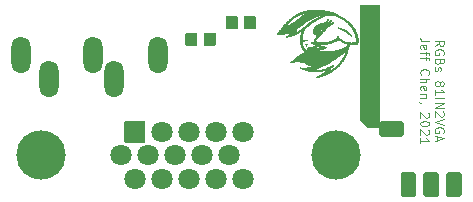
<source format=gbr>
G04 #@! TF.GenerationSoftware,KiCad,Pcbnew,(5.1.8-0-10_14)*
G04 #@! TF.CreationDate,2021-09-26T16:35:17-04:00*
G04 #@! TF.ProjectId,8DIN2VGA,3844494e-3256-4474-912e-6b696361645f,1*
G04 #@! TF.SameCoordinates,Original*
G04 #@! TF.FileFunction,Soldermask,Top*
G04 #@! TF.FilePolarity,Negative*
%FSLAX46Y46*%
G04 Gerber Fmt 4.6, Leading zero omitted, Abs format (unit mm)*
G04 Created by KiCad (PCBNEW (5.1.8-0-10_14)) date 2021-09-26 16:35:17*
%MOMM*%
%LPD*%
G01*
G04 APERTURE LIST*
%ADD10C,0.100000*%
%ADD11C,0.125000*%
%ADD12C,0.010000*%
%ADD13C,4.167600*%
%ADD14C,1.801600*%
%ADD15O,1.609600X3.117600*%
G04 APERTURE END LIST*
D10*
G36*
X150610000Y-106950000D02*
G01*
X149630000Y-106950000D01*
X149030000Y-106350000D01*
X149030000Y-96640000D01*
X150610000Y-96640000D01*
X150610000Y-106950000D01*
G37*
X150610000Y-106950000D02*
X149630000Y-106950000D01*
X149030000Y-106350000D01*
X149030000Y-96640000D01*
X150610000Y-96640000D01*
X150610000Y-106950000D01*
D11*
X155365714Y-100092142D02*
X155722857Y-99842142D01*
X155365714Y-99663571D02*
X156115714Y-99663571D01*
X156115714Y-99949285D01*
X156080000Y-100020714D01*
X156044285Y-100056428D01*
X155972857Y-100092142D01*
X155865714Y-100092142D01*
X155794285Y-100056428D01*
X155758571Y-100020714D01*
X155722857Y-99949285D01*
X155722857Y-99663571D01*
X156080000Y-100806428D02*
X156115714Y-100735000D01*
X156115714Y-100627857D01*
X156080000Y-100520714D01*
X156008571Y-100449285D01*
X155937142Y-100413571D01*
X155794285Y-100377857D01*
X155687142Y-100377857D01*
X155544285Y-100413571D01*
X155472857Y-100449285D01*
X155401428Y-100520714D01*
X155365714Y-100627857D01*
X155365714Y-100699285D01*
X155401428Y-100806428D01*
X155437142Y-100842142D01*
X155687142Y-100842142D01*
X155687142Y-100699285D01*
X155758571Y-101413571D02*
X155722857Y-101520714D01*
X155687142Y-101556428D01*
X155615714Y-101592142D01*
X155508571Y-101592142D01*
X155437142Y-101556428D01*
X155401428Y-101520714D01*
X155365714Y-101449285D01*
X155365714Y-101163571D01*
X156115714Y-101163571D01*
X156115714Y-101413571D01*
X156080000Y-101485000D01*
X156044285Y-101520714D01*
X155972857Y-101556428D01*
X155901428Y-101556428D01*
X155830000Y-101520714D01*
X155794285Y-101485000D01*
X155758571Y-101413571D01*
X155758571Y-101163571D01*
X155401428Y-101877857D02*
X155365714Y-101949285D01*
X155365714Y-102092142D01*
X155401428Y-102163571D01*
X155472857Y-102199285D01*
X155508571Y-102199285D01*
X155580000Y-102163571D01*
X155615714Y-102092142D01*
X155615714Y-101985000D01*
X155651428Y-101913571D01*
X155722857Y-101877857D01*
X155758571Y-101877857D01*
X155830000Y-101913571D01*
X155865714Y-101985000D01*
X155865714Y-102092142D01*
X155830000Y-102163571D01*
X155794285Y-103199285D02*
X155830000Y-103127857D01*
X155865714Y-103092142D01*
X155937142Y-103056428D01*
X155972857Y-103056428D01*
X156044285Y-103092142D01*
X156080000Y-103127857D01*
X156115714Y-103199285D01*
X156115714Y-103342142D01*
X156080000Y-103413571D01*
X156044285Y-103449285D01*
X155972857Y-103485000D01*
X155937142Y-103485000D01*
X155865714Y-103449285D01*
X155830000Y-103413571D01*
X155794285Y-103342142D01*
X155794285Y-103199285D01*
X155758571Y-103127857D01*
X155722857Y-103092142D01*
X155651428Y-103056428D01*
X155508571Y-103056428D01*
X155437142Y-103092142D01*
X155401428Y-103127857D01*
X155365714Y-103199285D01*
X155365714Y-103342142D01*
X155401428Y-103413571D01*
X155437142Y-103449285D01*
X155508571Y-103485000D01*
X155651428Y-103485000D01*
X155722857Y-103449285D01*
X155758571Y-103413571D01*
X155794285Y-103342142D01*
X155365714Y-104199285D02*
X155365714Y-103770714D01*
X155365714Y-103985000D02*
X156115714Y-103985000D01*
X156008571Y-103913571D01*
X155937142Y-103842142D01*
X155901428Y-103770714D01*
X155365714Y-104520714D02*
X156115714Y-104520714D01*
X155365714Y-104877857D02*
X156115714Y-104877857D01*
X155365714Y-105306428D01*
X156115714Y-105306428D01*
X156044285Y-105627857D02*
X156080000Y-105663571D01*
X156115714Y-105735000D01*
X156115714Y-105913571D01*
X156080000Y-105985000D01*
X156044285Y-106020714D01*
X155972857Y-106056428D01*
X155901428Y-106056428D01*
X155794285Y-106020714D01*
X155365714Y-105592142D01*
X155365714Y-106056428D01*
X156115714Y-106270714D02*
X155365714Y-106520714D01*
X156115714Y-106770714D01*
X156080000Y-107413571D02*
X156115714Y-107342142D01*
X156115714Y-107235000D01*
X156080000Y-107127857D01*
X156008571Y-107056428D01*
X155937142Y-107020714D01*
X155794285Y-106985000D01*
X155687142Y-106985000D01*
X155544285Y-107020714D01*
X155472857Y-107056428D01*
X155401428Y-107127857D01*
X155365714Y-107235000D01*
X155365714Y-107306428D01*
X155401428Y-107413571D01*
X155437142Y-107449285D01*
X155687142Y-107449285D01*
X155687142Y-107306428D01*
X155580000Y-107735000D02*
X155580000Y-108092142D01*
X155365714Y-107663571D02*
X156115714Y-107913571D01*
X155365714Y-108163571D01*
X154865714Y-99663571D02*
X154330000Y-99663571D01*
X154222857Y-99627857D01*
X154151428Y-99556428D01*
X154115714Y-99449285D01*
X154115714Y-99377857D01*
X154151428Y-100306428D02*
X154115714Y-100235000D01*
X154115714Y-100092142D01*
X154151428Y-100020714D01*
X154222857Y-99985000D01*
X154508571Y-99985000D01*
X154580000Y-100020714D01*
X154615714Y-100092142D01*
X154615714Y-100235000D01*
X154580000Y-100306428D01*
X154508571Y-100342142D01*
X154437142Y-100342142D01*
X154365714Y-99985000D01*
X154615714Y-100556428D02*
X154615714Y-100842142D01*
X154115714Y-100663571D02*
X154758571Y-100663571D01*
X154830000Y-100699285D01*
X154865714Y-100770714D01*
X154865714Y-100842142D01*
X154615714Y-100985000D02*
X154615714Y-101270714D01*
X154115714Y-101092142D02*
X154758571Y-101092142D01*
X154830000Y-101127857D01*
X154865714Y-101199285D01*
X154865714Y-101270714D01*
X154187142Y-102520714D02*
X154151428Y-102485000D01*
X154115714Y-102377857D01*
X154115714Y-102306428D01*
X154151428Y-102199285D01*
X154222857Y-102127857D01*
X154294285Y-102092142D01*
X154437142Y-102056428D01*
X154544285Y-102056428D01*
X154687142Y-102092142D01*
X154758571Y-102127857D01*
X154830000Y-102199285D01*
X154865714Y-102306428D01*
X154865714Y-102377857D01*
X154830000Y-102485000D01*
X154794285Y-102520714D01*
X154115714Y-102842142D02*
X154865714Y-102842142D01*
X154115714Y-103163571D02*
X154508571Y-103163571D01*
X154580000Y-103127857D01*
X154615714Y-103056428D01*
X154615714Y-102949285D01*
X154580000Y-102877857D01*
X154544285Y-102842142D01*
X154151428Y-103806428D02*
X154115714Y-103735000D01*
X154115714Y-103592142D01*
X154151428Y-103520714D01*
X154222857Y-103485000D01*
X154508571Y-103485000D01*
X154580000Y-103520714D01*
X154615714Y-103592142D01*
X154615714Y-103735000D01*
X154580000Y-103806428D01*
X154508571Y-103842142D01*
X154437142Y-103842142D01*
X154365714Y-103485000D01*
X154615714Y-104163571D02*
X154115714Y-104163571D01*
X154544285Y-104163571D02*
X154580000Y-104199285D01*
X154615714Y-104270714D01*
X154615714Y-104377857D01*
X154580000Y-104449285D01*
X154508571Y-104485000D01*
X154115714Y-104485000D01*
X154151428Y-104877857D02*
X154115714Y-104877857D01*
X154044285Y-104842142D01*
X154008571Y-104806428D01*
X154794285Y-105735000D02*
X154830000Y-105770714D01*
X154865714Y-105842142D01*
X154865714Y-106020714D01*
X154830000Y-106092142D01*
X154794285Y-106127857D01*
X154722857Y-106163571D01*
X154651428Y-106163571D01*
X154544285Y-106127857D01*
X154115714Y-105699285D01*
X154115714Y-106163571D01*
X154865714Y-106627857D02*
X154865714Y-106699285D01*
X154830000Y-106770714D01*
X154794285Y-106806428D01*
X154722857Y-106842142D01*
X154580000Y-106877857D01*
X154401428Y-106877857D01*
X154258571Y-106842142D01*
X154187142Y-106806428D01*
X154151428Y-106770714D01*
X154115714Y-106699285D01*
X154115714Y-106627857D01*
X154151428Y-106556428D01*
X154187142Y-106520714D01*
X154258571Y-106485000D01*
X154401428Y-106449285D01*
X154580000Y-106449285D01*
X154722857Y-106485000D01*
X154794285Y-106520714D01*
X154830000Y-106556428D01*
X154865714Y-106627857D01*
X154794285Y-107163571D02*
X154830000Y-107199285D01*
X154865714Y-107270714D01*
X154865714Y-107449285D01*
X154830000Y-107520714D01*
X154794285Y-107556428D01*
X154722857Y-107592142D01*
X154651428Y-107592142D01*
X154544285Y-107556428D01*
X154115714Y-107127857D01*
X154115714Y-107592142D01*
X154115714Y-108306428D02*
X154115714Y-107877857D01*
X154115714Y-108092142D02*
X154865714Y-108092142D01*
X154758571Y-108020714D01*
X154687142Y-107949285D01*
X154651428Y-107877857D01*
D12*
G36*
X148819777Y-99640451D02*
G01*
X148816991Y-99687211D01*
X148814825Y-99711469D01*
X148812971Y-99728352D01*
X148810799Y-99745547D01*
X148808385Y-99762626D01*
X148805805Y-99779165D01*
X148803136Y-99794738D01*
X148800453Y-99808918D01*
X148797833Y-99821279D01*
X148795353Y-99831397D01*
X148793088Y-99838845D01*
X148791273Y-99842952D01*
X148784110Y-99851856D01*
X148774021Y-99860063D01*
X148760932Y-99867598D01*
X148744770Y-99874486D01*
X148725465Y-99880753D01*
X148702941Y-99886424D01*
X148677128Y-99891525D01*
X148647951Y-99896081D01*
X148634523Y-99897858D01*
X148611448Y-99900548D01*
X148585486Y-99903187D01*
X148557255Y-99905732D01*
X148527370Y-99908135D01*
X148496448Y-99910351D01*
X148465107Y-99912333D01*
X148433963Y-99914035D01*
X148403632Y-99915412D01*
X148394796Y-99915754D01*
X148372529Y-99916446D01*
X148351115Y-99916811D01*
X148330096Y-99916829D01*
X148309017Y-99916479D01*
X148287423Y-99915740D01*
X148264857Y-99914589D01*
X148240864Y-99913006D01*
X148214988Y-99910969D01*
X148186772Y-99908457D01*
X148155761Y-99905450D01*
X148140220Y-99903872D01*
X148130319Y-99902920D01*
X148121661Y-99902210D01*
X148114833Y-99901781D01*
X148110421Y-99901672D01*
X148109020Y-99901844D01*
X148108376Y-99903713D01*
X148106962Y-99908628D01*
X148104873Y-99916243D01*
X148102199Y-99926208D01*
X148099035Y-99938175D01*
X148095474Y-99951797D01*
X148091608Y-99966724D01*
X148088713Y-99977984D01*
X148071991Y-100042492D01*
X148055681Y-100103867D01*
X148039679Y-100162443D01*
X148023884Y-100218553D01*
X148008192Y-100272530D01*
X147992502Y-100324707D01*
X147976710Y-100375417D01*
X147960714Y-100424994D01*
X147944413Y-100473771D01*
X147927702Y-100522080D01*
X147910481Y-100570255D01*
X147892645Y-100618630D01*
X147886963Y-100633752D01*
X147849768Y-100728949D01*
X147810987Y-100821644D01*
X147770663Y-100911760D01*
X147728838Y-100999223D01*
X147685556Y-101083955D01*
X147640859Y-101165880D01*
X147594788Y-101244921D01*
X147547388Y-101321004D01*
X147498699Y-101394050D01*
X147448766Y-101463984D01*
X147397630Y-101530730D01*
X147362781Y-101573552D01*
X147314430Y-101629645D01*
X147262837Y-101685941D01*
X147208238Y-101742241D01*
X147150871Y-101798349D01*
X147090974Y-101854064D01*
X147028784Y-101909191D01*
X146964539Y-101963529D01*
X146898476Y-102016882D01*
X146830833Y-102069052D01*
X146761848Y-102119839D01*
X146691757Y-102169046D01*
X146620799Y-102216476D01*
X146549211Y-102261929D01*
X146505327Y-102288605D01*
X146434316Y-102329618D01*
X146360340Y-102369599D01*
X146283838Y-102408334D01*
X146205251Y-102445612D01*
X146125020Y-102481223D01*
X146043584Y-102514953D01*
X145994608Y-102534094D01*
X145904217Y-102567232D01*
X145813390Y-102597759D01*
X145722518Y-102625561D01*
X145631992Y-102650524D01*
X145542202Y-102672534D01*
X145460434Y-102690106D01*
X145446247Y-102692875D01*
X145431033Y-102695723D01*
X145415188Y-102698585D01*
X145399105Y-102701399D01*
X145383181Y-102704101D01*
X145367810Y-102706628D01*
X145353387Y-102708916D01*
X145340307Y-102710901D01*
X145328964Y-102712521D01*
X145319755Y-102713712D01*
X145313073Y-102714410D01*
X145309314Y-102714552D01*
X145308791Y-102714469D01*
X145309711Y-102713403D01*
X145313447Y-102710650D01*
X145319813Y-102706326D01*
X145328622Y-102700548D01*
X145339688Y-102693431D01*
X145352822Y-102685093D01*
X145367838Y-102675649D01*
X145384550Y-102665216D01*
X145402770Y-102653909D01*
X145422311Y-102641846D01*
X145442987Y-102629143D01*
X145464611Y-102615915D01*
X145486995Y-102602279D01*
X145509952Y-102588351D01*
X145533297Y-102574249D01*
X145556841Y-102560087D01*
X145560282Y-102558022D01*
X145593798Y-102537823D01*
X145625090Y-102518741D01*
X145654562Y-102500507D01*
X145682618Y-102482848D01*
X145709663Y-102465493D01*
X145736100Y-102448171D01*
X145762334Y-102430611D01*
X145788769Y-102412542D01*
X145815809Y-102393693D01*
X145843857Y-102373792D01*
X145873319Y-102352568D01*
X145904598Y-102329750D01*
X145938098Y-102305066D01*
X145946674Y-102298715D01*
X145961645Y-102287676D01*
X145977961Y-102275740D01*
X145994895Y-102263435D01*
X146011720Y-102251287D01*
X146027708Y-102239821D01*
X146042130Y-102229564D01*
X146050902Y-102223386D01*
X146077918Y-102204408D01*
X146102327Y-102187144D01*
X146124075Y-102171635D01*
X146143105Y-102157921D01*
X146159362Y-102146042D01*
X146172790Y-102136038D01*
X146179517Y-102130913D01*
X146185004Y-102126401D01*
X146192273Y-102120002D01*
X146200919Y-102112107D01*
X146210539Y-102103112D01*
X146220727Y-102093408D01*
X146231081Y-102083391D01*
X146241195Y-102073452D01*
X146250667Y-102063985D01*
X146259092Y-102055385D01*
X146266065Y-102048043D01*
X146271184Y-102042354D01*
X146273688Y-102039233D01*
X146277624Y-102033700D01*
X146263211Y-102039778D01*
X146245525Y-102046853D01*
X146224725Y-102054502D01*
X146201137Y-102062630D01*
X146175087Y-102071145D01*
X146146901Y-102079953D01*
X146116905Y-102088960D01*
X146085423Y-102098071D01*
X146052782Y-102107195D01*
X146019308Y-102116236D01*
X145985326Y-102125102D01*
X145951162Y-102133697D01*
X145917141Y-102141930D01*
X145883590Y-102149706D01*
X145872089Y-102152286D01*
X145777533Y-102172182D01*
X145684733Y-102189400D01*
X145593260Y-102204001D01*
X145502685Y-102216044D01*
X145412579Y-102225591D01*
X145322512Y-102232701D01*
X145282634Y-102235081D01*
X145253438Y-102236334D01*
X145221513Y-102237130D01*
X145187603Y-102237479D01*
X145152451Y-102237395D01*
X145116801Y-102236887D01*
X145081396Y-102235969D01*
X145046979Y-102234650D01*
X145014293Y-102232944D01*
X144984082Y-102230860D01*
X144977834Y-102230352D01*
X144908343Y-102223170D01*
X144836999Y-102213140D01*
X144763938Y-102200300D01*
X144689294Y-102184690D01*
X144613200Y-102166347D01*
X144535792Y-102145310D01*
X144457204Y-102121617D01*
X144377570Y-102095307D01*
X144297024Y-102066417D01*
X144215701Y-102034987D01*
X144133736Y-102001054D01*
X144058803Y-101968079D01*
X144048078Y-101963190D01*
X144036017Y-101957631D01*
X144022979Y-101951572D01*
X144009321Y-101945183D01*
X143995402Y-101938635D01*
X143981579Y-101932099D01*
X143968212Y-101925745D01*
X143955657Y-101919743D01*
X143944274Y-101914264D01*
X143934420Y-101909479D01*
X143926454Y-101905558D01*
X143920733Y-101902671D01*
X143917616Y-101900990D01*
X143917144Y-101900631D01*
X143918941Y-101900647D01*
X143923503Y-101901064D01*
X143930127Y-101901808D01*
X143937512Y-101902728D01*
X143958840Y-101905260D01*
X143983176Y-101907719D01*
X144010026Y-101910069D01*
X144038896Y-101912272D01*
X144069290Y-101914292D01*
X144100714Y-101916091D01*
X144132674Y-101917632D01*
X144138995Y-101917902D01*
X144151329Y-101918315D01*
X144166153Y-101918642D01*
X144183047Y-101918885D01*
X144201593Y-101919048D01*
X144221373Y-101919132D01*
X144241968Y-101919142D01*
X144262959Y-101919079D01*
X144283928Y-101918946D01*
X144304456Y-101918747D01*
X144324126Y-101918485D01*
X144342517Y-101918161D01*
X144359213Y-101917780D01*
X144373793Y-101917344D01*
X144385841Y-101916855D01*
X144394936Y-101916317D01*
X144397137Y-101916136D01*
X144414643Y-101914498D01*
X144431951Y-101912747D01*
X144449544Y-101910825D01*
X144467901Y-101908672D01*
X144487504Y-101906229D01*
X144508833Y-101903437D01*
X144532370Y-101900236D01*
X144558596Y-101896568D01*
X144575813Y-101894119D01*
X144596663Y-101891139D01*
X144614888Y-101888541D01*
X144630931Y-101886267D01*
X144645236Y-101884261D01*
X144658246Y-101882467D01*
X144670404Y-101880828D01*
X144682154Y-101879287D01*
X144693939Y-101877788D01*
X144706202Y-101876274D01*
X144719387Y-101874689D01*
X144733937Y-101872977D01*
X144750295Y-101871079D01*
X144768905Y-101868941D01*
X144790210Y-101866505D01*
X144808793Y-101864383D01*
X144842840Y-101860475D01*
X144873664Y-101856886D01*
X144901528Y-101853580D01*
X144926694Y-101850523D01*
X144949425Y-101847677D01*
X144969983Y-101845007D01*
X144988632Y-101842477D01*
X145005633Y-101840052D01*
X145021250Y-101837695D01*
X145035744Y-101835371D01*
X145049378Y-101833043D01*
X145062416Y-101830677D01*
X145075118Y-101828235D01*
X145078558Y-101827552D01*
X145095639Y-101823954D01*
X145111234Y-101820310D01*
X145124855Y-101816748D01*
X145136014Y-101813396D01*
X145144223Y-101810382D01*
X145144663Y-101810192D01*
X145146849Y-101809143D01*
X145147455Y-101808430D01*
X145146073Y-101807983D01*
X145142289Y-101807730D01*
X145135695Y-101807599D01*
X145129358Y-101807544D01*
X145098704Y-101806351D01*
X145065562Y-101803254D01*
X145030314Y-101798352D01*
X144993345Y-101791746D01*
X144955041Y-101783535D01*
X144915784Y-101773821D01*
X144875959Y-101762702D01*
X144835951Y-101750279D01*
X144796143Y-101736651D01*
X144756920Y-101721920D01*
X144718667Y-101706185D01*
X144688847Y-101692860D01*
X144674682Y-101686193D01*
X144661195Y-101679622D01*
X144648066Y-101672959D01*
X144634974Y-101666014D01*
X144621599Y-101658599D01*
X144607620Y-101650525D01*
X144592716Y-101641601D01*
X144576567Y-101631640D01*
X144558851Y-101620453D01*
X144539248Y-101607849D01*
X144517438Y-101593641D01*
X144493099Y-101577639D01*
X144490855Y-101576158D01*
X144467106Y-101560553D01*
X144445888Y-101546769D01*
X144426869Y-101534607D01*
X144409721Y-101523865D01*
X144394112Y-101514344D01*
X144379713Y-101505843D01*
X144366192Y-101498160D01*
X144353220Y-101491096D01*
X144340467Y-101484449D01*
X144336952Y-101482667D01*
X144307001Y-101468223D01*
X144278836Y-101456068D01*
X144251805Y-101445976D01*
X144225250Y-101437725D01*
X144198518Y-101431091D01*
X144170954Y-101425850D01*
X144170289Y-101425741D01*
X144122275Y-101418446D01*
X144071343Y-101411685D01*
X144018049Y-101405516D01*
X143962946Y-101400000D01*
X143906590Y-101395197D01*
X143849534Y-101391165D01*
X143847972Y-101391066D01*
X143834483Y-101390360D01*
X143818075Y-101389737D01*
X143799193Y-101389198D01*
X143778282Y-101388747D01*
X143755784Y-101388382D01*
X143732146Y-101388107D01*
X143707810Y-101387922D01*
X143683222Y-101387828D01*
X143658826Y-101387828D01*
X143635067Y-101387921D01*
X143612388Y-101388110D01*
X143591233Y-101388396D01*
X143572049Y-101388780D01*
X143555277Y-101389263D01*
X143541364Y-101389847D01*
X143536165Y-101390143D01*
X143479303Y-101394165D01*
X143425500Y-101398892D01*
X143374371Y-101404373D01*
X143325533Y-101410659D01*
X143278603Y-101417799D01*
X143233197Y-101425843D01*
X143188932Y-101434842D01*
X143183193Y-101436095D01*
X143171235Y-101438806D01*
X143158461Y-101441838D01*
X143145542Y-101445020D01*
X143133149Y-101448179D01*
X143121953Y-101451143D01*
X143112626Y-101453740D01*
X143105840Y-101455798D01*
X143104365Y-101456297D01*
X143104153Y-101455654D01*
X143106298Y-101452832D01*
X143110587Y-101448040D01*
X143116810Y-101441483D01*
X143124756Y-101433367D01*
X143134213Y-101423899D01*
X143144971Y-101413285D01*
X143156817Y-101401732D01*
X143169542Y-101389446D01*
X143182933Y-101376633D01*
X143196780Y-101363499D01*
X143210871Y-101350252D01*
X143224996Y-101337097D01*
X143238943Y-101324242D01*
X143247131Y-101316764D01*
X143323813Y-101248457D01*
X143402551Y-101181159D01*
X143482551Y-101115524D01*
X143563024Y-101052206D01*
X143615868Y-101012109D01*
X143693021Y-100955698D01*
X143769633Y-100902195D01*
X143845629Y-100851647D01*
X143920929Y-100804100D01*
X143995455Y-100759600D01*
X144069130Y-100718193D01*
X144141875Y-100679925D01*
X144213612Y-100644843D01*
X144284264Y-100612992D01*
X144309551Y-100602270D01*
X144333617Y-100592414D01*
X144360616Y-100581669D01*
X144390134Y-100570186D01*
X144421759Y-100558113D01*
X144455078Y-100545601D01*
X144489676Y-100532800D01*
X144525142Y-100519859D01*
X144561061Y-100506929D01*
X144597022Y-100494159D01*
X144632610Y-100481699D01*
X144667413Y-100469699D01*
X144701017Y-100458308D01*
X144733009Y-100447678D01*
X144759209Y-100439164D01*
X144770289Y-100435553D01*
X144780123Y-100432245D01*
X144788263Y-100429400D01*
X144794260Y-100427177D01*
X144797666Y-100425735D01*
X144798274Y-100425283D01*
X144796503Y-100424231D01*
X144792090Y-100422082D01*
X144785616Y-100419107D01*
X144777664Y-100415576D01*
X144773676Y-100413843D01*
X144764090Y-100409630D01*
X144757119Y-100406324D01*
X144752121Y-100403535D01*
X144748457Y-100400874D01*
X144745485Y-100397951D01*
X144743371Y-100395409D01*
X144736973Y-100387298D01*
X144692457Y-100386153D01*
X144678401Y-100385820D01*
X144663761Y-100385526D01*
X144649453Y-100385284D01*
X144636393Y-100385110D01*
X144625498Y-100385018D01*
X144621483Y-100385007D01*
X144595025Y-100385007D01*
X144574909Y-100405277D01*
X144553447Y-100426255D01*
X144532829Y-100445114D01*
X144513226Y-100461726D01*
X144494809Y-100475957D01*
X144477751Y-100487679D01*
X144462222Y-100496759D01*
X144448394Y-100503068D01*
X144445310Y-100504168D01*
X144437757Y-100506351D01*
X144431211Y-100507216D01*
X144423687Y-100506982D01*
X144421662Y-100506801D01*
X144390272Y-100502072D01*
X144358847Y-100493974D01*
X144327610Y-100482633D01*
X144296781Y-100468175D01*
X144266581Y-100450725D01*
X144237233Y-100430410D01*
X144208957Y-100407354D01*
X144181976Y-100381684D01*
X144161216Y-100359054D01*
X144141748Y-100335514D01*
X144123605Y-100311437D01*
X144106432Y-100286266D01*
X144089874Y-100259448D01*
X144073575Y-100230426D01*
X144057181Y-100198645D01*
X144052775Y-100189690D01*
X144027526Y-100134126D01*
X144004839Y-100076328D01*
X143984778Y-100016521D01*
X143967409Y-99954933D01*
X143952798Y-99891787D01*
X143941010Y-99827309D01*
X143934813Y-99784166D01*
X143932543Y-99765870D01*
X143930687Y-99749361D01*
X143929208Y-99733963D01*
X143928067Y-99719005D01*
X143927226Y-99703811D01*
X143926646Y-99687708D01*
X143926288Y-99670023D01*
X143926116Y-99650082D01*
X143926086Y-99630890D01*
X143926314Y-99598292D01*
X143926982Y-99567356D01*
X143928138Y-99537282D01*
X143929828Y-99507272D01*
X143932102Y-99476528D01*
X143935006Y-99444251D01*
X143938587Y-99409642D01*
X143940086Y-99396159D01*
X143947837Y-99333856D01*
X143956813Y-99273785D01*
X143967139Y-99215500D01*
X143978940Y-99158555D01*
X143992340Y-99102504D01*
X144007464Y-99046901D01*
X144024437Y-98991298D01*
X144043383Y-98935251D01*
X144064426Y-98878311D01*
X144087692Y-98820035D01*
X144113306Y-98759974D01*
X144125366Y-98732835D01*
X144129830Y-98722905D01*
X144102325Y-98742351D01*
X144022413Y-98796913D01*
X143939731Y-98849598D01*
X143854546Y-98900272D01*
X143767128Y-98948799D01*
X143677745Y-98995044D01*
X143586667Y-99038873D01*
X143494162Y-99080150D01*
X143400498Y-99118741D01*
X143305945Y-99154511D01*
X143225234Y-99182544D01*
X143163457Y-99202471D01*
X143104132Y-99220282D01*
X143047294Y-99235969D01*
X142992981Y-99249523D01*
X142941230Y-99260936D01*
X142892078Y-99270200D01*
X142845563Y-99277307D01*
X142801720Y-99282248D01*
X142766282Y-99284754D01*
X142755798Y-99285187D01*
X142745967Y-99285436D01*
X142737566Y-99285492D01*
X142731373Y-99285347D01*
X142728883Y-99285139D01*
X142721263Y-99284049D01*
X142731510Y-99279090D01*
X142742981Y-99273418D01*
X142757087Y-99266241D01*
X142773413Y-99257781D01*
X142791545Y-99248262D01*
X142811070Y-99237905D01*
X142831575Y-99226934D01*
X142852644Y-99215570D01*
X142873865Y-99204036D01*
X142894824Y-99192555D01*
X142915106Y-99181348D01*
X142934298Y-99170639D01*
X142951986Y-99160650D01*
X142954484Y-99159227D01*
X142986658Y-99140725D01*
X143016166Y-99123399D01*
X143043507Y-99106917D01*
X143069180Y-99090952D01*
X143093684Y-99075173D01*
X143117516Y-99059251D01*
X143141175Y-99042856D01*
X143165160Y-99025659D01*
X143189969Y-99007331D01*
X143216102Y-98987540D01*
X143227862Y-98978505D01*
X143246708Y-98964020D01*
X143263122Y-98951521D01*
X143277397Y-98940796D01*
X143289827Y-98931631D01*
X143300707Y-98923814D01*
X143310332Y-98917132D01*
X143318995Y-98911373D01*
X143326991Y-98906324D01*
X143331618Y-98903530D01*
X143338206Y-98899495D01*
X143343314Y-98896123D01*
X143346411Y-98893783D01*
X143347018Y-98892854D01*
X143344678Y-98892971D01*
X143339064Y-98893741D01*
X143330335Y-98895134D01*
X143318653Y-98897122D01*
X143304179Y-98899674D01*
X143287073Y-98902760D01*
X143267498Y-98906350D01*
X143245613Y-98910415D01*
X143221580Y-98914925D01*
X143195559Y-98919850D01*
X143167713Y-98925159D01*
X143138201Y-98930824D01*
X143107184Y-98936813D01*
X143074824Y-98943098D01*
X143050062Y-98947931D01*
X142977867Y-98962181D01*
X142903816Y-98977051D01*
X142828863Y-98992344D01*
X142753961Y-99007863D01*
X142680066Y-99023412D01*
X142608131Y-99038792D01*
X142567462Y-99047607D01*
X142536810Y-99054196D01*
X142508967Y-99059978D01*
X142483354Y-99065048D01*
X142459396Y-99069502D01*
X142436515Y-99073437D01*
X142414134Y-99076950D01*
X142391677Y-99080136D01*
X142368568Y-99083093D01*
X142344228Y-99085916D01*
X142327475Y-99087726D01*
X142300195Y-99090387D01*
X142271124Y-99092832D01*
X142240771Y-99095040D01*
X142209644Y-99096990D01*
X142178252Y-99098660D01*
X142147102Y-99100028D01*
X142116704Y-99101073D01*
X142087566Y-99101774D01*
X142060197Y-99102109D01*
X142035104Y-99102057D01*
X142012796Y-99101595D01*
X142005570Y-99101326D01*
X141977079Y-99100117D01*
X141996521Y-99069462D01*
X142033831Y-99011644D01*
X142073564Y-98951982D01*
X142115433Y-98890857D01*
X142159156Y-98828650D01*
X142204448Y-98765741D01*
X142251025Y-98702513D01*
X142298602Y-98639345D01*
X142346896Y-98576620D01*
X142395622Y-98514717D01*
X142444496Y-98454018D01*
X142493233Y-98394905D01*
X142541549Y-98337757D01*
X142548006Y-98330235D01*
X142608997Y-98260475D01*
X142670583Y-98192328D01*
X142732535Y-98126027D01*
X142794621Y-98061804D01*
X142856613Y-97999892D01*
X142918279Y-97940523D01*
X142979390Y-97883931D01*
X143039714Y-97830347D01*
X143061448Y-97811621D01*
X143116673Y-97765420D01*
X143173946Y-97719379D01*
X143232641Y-97673965D01*
X143292132Y-97629642D01*
X143351793Y-97586875D01*
X143410999Y-97546130D01*
X143469124Y-97507871D01*
X143476606Y-97503079D01*
X143556269Y-97453846D01*
X143638300Y-97406266D01*
X143722031Y-97360692D01*
X143806795Y-97317479D01*
X143891921Y-97276978D01*
X143968280Y-97243146D01*
X144003577Y-97228359D01*
X144040407Y-97213486D01*
X144078203Y-97198733D01*
X144116397Y-97184306D01*
X144154422Y-97170412D01*
X144191709Y-97157257D01*
X144227692Y-97145050D01*
X144261802Y-97133996D01*
X144293472Y-97124302D01*
X144299086Y-97122654D01*
X144348356Y-97109083D01*
X144399398Y-97096576D01*
X144452366Y-97085110D01*
X144507418Y-97074665D01*
X144564711Y-97065219D01*
X144624399Y-97056750D01*
X144686640Y-97049237D01*
X144728213Y-97045027D01*
X144728213Y-97196791D01*
X144687048Y-97197654D01*
X144628764Y-97200302D01*
X144571882Y-97205830D01*
X144515746Y-97214339D01*
X144459701Y-97225927D01*
X144403089Y-97240695D01*
X144402393Y-97240895D01*
X144384031Y-97246363D01*
X144362748Y-97253027D01*
X144338870Y-97260770D01*
X144312722Y-97269472D01*
X144284629Y-97279014D01*
X144254918Y-97289279D01*
X144223915Y-97300148D01*
X144191945Y-97311501D01*
X144159333Y-97323221D01*
X144126406Y-97335188D01*
X144093490Y-97347284D01*
X144060910Y-97359390D01*
X144028992Y-97371388D01*
X143998061Y-97383159D01*
X143968444Y-97394584D01*
X143940466Y-97405545D01*
X143914452Y-97415922D01*
X143890730Y-97425598D01*
X143869624Y-97434454D01*
X143861986Y-97437740D01*
X143793508Y-97468265D01*
X143728263Y-97499053D01*
X143665978Y-97530273D01*
X143606382Y-97562096D01*
X143549207Y-97594689D01*
X143494180Y-97628224D01*
X143441030Y-97662870D01*
X143389488Y-97698797D01*
X143339283Y-97736173D01*
X143290143Y-97775169D01*
X143241798Y-97815954D01*
X143202462Y-97850940D01*
X143189776Y-97862630D01*
X143174925Y-97876568D01*
X143158183Y-97892484D01*
X143139821Y-97910109D01*
X143120112Y-97929173D01*
X143099328Y-97949407D01*
X143077740Y-97970540D01*
X143055622Y-97992304D01*
X143033246Y-98014429D01*
X143010884Y-98036645D01*
X142988808Y-98058682D01*
X142967291Y-98080272D01*
X142946605Y-98101144D01*
X142927022Y-98121029D01*
X142908814Y-98139657D01*
X142892254Y-98156760D01*
X142877614Y-98172066D01*
X142870632Y-98179459D01*
X142860225Y-98190595D01*
X142848825Y-98202894D01*
X142836641Y-98216126D01*
X142823879Y-98230059D01*
X142810746Y-98244463D01*
X142797450Y-98259107D01*
X142784197Y-98273759D01*
X142771195Y-98288189D01*
X142758651Y-98302167D01*
X142746772Y-98315460D01*
X142735765Y-98327839D01*
X142725837Y-98339073D01*
X142717195Y-98348929D01*
X142710046Y-98357179D01*
X142704598Y-98363591D01*
X142701058Y-98367933D01*
X142699632Y-98369975D01*
X142699623Y-98370094D01*
X142701344Y-98369758D01*
X142705937Y-98368568D01*
X142712914Y-98366661D01*
X142721785Y-98364169D01*
X142732061Y-98361227D01*
X142736656Y-98359897D01*
X142800998Y-98340237D01*
X142865956Y-98318505D01*
X142930919Y-98294947D01*
X142995276Y-98269806D01*
X143058416Y-98243328D01*
X143119726Y-98215757D01*
X143178597Y-98187339D01*
X143217771Y-98167208D01*
X143262365Y-98143199D01*
X143305613Y-98118917D01*
X143347909Y-98094102D01*
X143389648Y-98068495D01*
X143431222Y-98041838D01*
X143473026Y-98013871D01*
X143515453Y-97984335D01*
X143558896Y-97952972D01*
X143603749Y-97919522D01*
X143650407Y-97883726D01*
X143660537Y-97875835D01*
X143692577Y-97850728D01*
X143722137Y-97827367D01*
X143749578Y-97805445D01*
X143775260Y-97784656D01*
X143799543Y-97764693D01*
X143822787Y-97745250D01*
X143845353Y-97726021D01*
X143867600Y-97706698D01*
X143889888Y-97686976D01*
X143912578Y-97666547D01*
X143936030Y-97645106D01*
X143960604Y-97622345D01*
X143982855Y-97601535D01*
X144002474Y-97583160D01*
X144019899Y-97566954D01*
X144035446Y-97552642D01*
X144049433Y-97539950D01*
X144062177Y-97528604D01*
X144073995Y-97518331D01*
X144085205Y-97508855D01*
X144096123Y-97499903D01*
X144107068Y-97491202D01*
X144118355Y-97482476D01*
X144130303Y-97473453D01*
X144136442Y-97468879D01*
X144192299Y-97429508D01*
X144250817Y-97392335D01*
X144311891Y-97357409D01*
X144375413Y-97324783D01*
X144441275Y-97294506D01*
X144509372Y-97266629D01*
X144579595Y-97241203D01*
X144651838Y-97218280D01*
X144683544Y-97209192D01*
X144728213Y-97196791D01*
X144728213Y-97045027D01*
X144751590Y-97042659D01*
X144819405Y-97036994D01*
X144890242Y-97032221D01*
X144964256Y-97028319D01*
X144997103Y-97026902D01*
X145015871Y-97026248D01*
X145037647Y-97025666D01*
X145061939Y-97025159D01*
X145088251Y-97024731D01*
X145116091Y-97024383D01*
X145144964Y-97024120D01*
X145174376Y-97023942D01*
X145203834Y-97023854D01*
X145232843Y-97023857D01*
X145260910Y-97023955D01*
X145287541Y-97024150D01*
X145312241Y-97024445D01*
X145334518Y-97024843D01*
X145341317Y-97024999D01*
X145417451Y-97027147D01*
X145490372Y-97029810D01*
X145560334Y-97033015D01*
X145627593Y-97036787D01*
X145692404Y-97041150D01*
X145755023Y-97046131D01*
X145815704Y-97051754D01*
X145874704Y-97058046D01*
X145932276Y-97065032D01*
X145968435Y-97069971D01*
X145968435Y-97406798D01*
X145960058Y-97407287D01*
X145948883Y-97408298D01*
X145942158Y-97408977D01*
X145879516Y-97416168D01*
X145815836Y-97424939D01*
X145751687Y-97435175D01*
X145687640Y-97446764D01*
X145624262Y-97459589D01*
X145562125Y-97473537D01*
X145501797Y-97488494D01*
X145443848Y-97504344D01*
X145396496Y-97518557D01*
X145355920Y-97532027D01*
X145312837Y-97547754D01*
X145267371Y-97565676D01*
X145219643Y-97585733D01*
X145169776Y-97607864D01*
X145117891Y-97632008D01*
X145064110Y-97658105D01*
X145008555Y-97686093D01*
X144951348Y-97715913D01*
X144892612Y-97747502D01*
X144832469Y-97780801D01*
X144771039Y-97815748D01*
X144708446Y-97852284D01*
X144644811Y-97890346D01*
X144620723Y-97904989D01*
X144562981Y-97940621D01*
X144507302Y-97975741D01*
X144453833Y-98010250D01*
X144402720Y-98044048D01*
X144354110Y-98077036D01*
X144308147Y-98109114D01*
X144264980Y-98140184D01*
X144224753Y-98170145D01*
X144187613Y-98198900D01*
X144184303Y-98201524D01*
X144164243Y-98217355D01*
X144144481Y-98232730D01*
X144124800Y-98247802D01*
X144104981Y-98262720D01*
X144084807Y-98277638D01*
X144064060Y-98292705D01*
X144042523Y-98308074D01*
X144019978Y-98323896D01*
X143996206Y-98340322D01*
X143970992Y-98357505D01*
X143944116Y-98375595D01*
X143915361Y-98394744D01*
X143884510Y-98415103D01*
X143851344Y-98436825D01*
X143815646Y-98460059D01*
X143777198Y-98484959D01*
X143773524Y-98487333D01*
X143744502Y-98506048D01*
X143718075Y-98523010D01*
X143693924Y-98538415D01*
X143671730Y-98552458D01*
X143651176Y-98565333D01*
X143631943Y-98577234D01*
X143613712Y-98588357D01*
X143596166Y-98598896D01*
X143578985Y-98609045D01*
X143561852Y-98619000D01*
X143544448Y-98628955D01*
X143526454Y-98639105D01*
X143513091Y-98646567D01*
X143497403Y-98655161D01*
X143480385Y-98664246D01*
X143462369Y-98673660D01*
X143443687Y-98683243D01*
X143424673Y-98692834D01*
X143405660Y-98702271D01*
X143386980Y-98711395D01*
X143368966Y-98720044D01*
X143351950Y-98728058D01*
X143336267Y-98735275D01*
X143322248Y-98741536D01*
X143310226Y-98746679D01*
X143300534Y-98750543D01*
X143293505Y-98752968D01*
X143292010Y-98753380D01*
X143288483Y-98754549D01*
X143287839Y-98755617D01*
X143290220Y-98756634D01*
X143295767Y-98757646D01*
X143304621Y-98758701D01*
X143308879Y-98759124D01*
X143341989Y-98761879D01*
X143373089Y-98763655D01*
X143401930Y-98764450D01*
X143428266Y-98764265D01*
X143451849Y-98763098D01*
X143472433Y-98760950D01*
X143480986Y-98759603D01*
X143509125Y-98753926D01*
X143538325Y-98746804D01*
X143566751Y-98738700D01*
X143579629Y-98734582D01*
X143590005Y-98731190D01*
X143597626Y-98728870D01*
X143603031Y-98727503D01*
X143606758Y-98726968D01*
X143609345Y-98727145D01*
X143610747Y-98727618D01*
X143615443Y-98731393D01*
X143617914Y-98736763D01*
X143617607Y-98742478D01*
X143617496Y-98742786D01*
X143615636Y-98745842D01*
X143611566Y-98751250D01*
X143605468Y-98758805D01*
X143597526Y-98768301D01*
X143587923Y-98779532D01*
X143576843Y-98792294D01*
X143564469Y-98806381D01*
X143550985Y-98821587D01*
X143536575Y-98837707D01*
X143521421Y-98854536D01*
X143505708Y-98871869D01*
X143489619Y-98889499D01*
X143473337Y-98907221D01*
X143457045Y-98924831D01*
X143440929Y-98942122D01*
X143425170Y-98958890D01*
X143412310Y-98972454D01*
X143399837Y-98985566D01*
X143389603Y-98996357D01*
X143381424Y-99005037D01*
X143375116Y-99011813D01*
X143370492Y-99016895D01*
X143367368Y-99020489D01*
X143365559Y-99022805D01*
X143364878Y-99024050D01*
X143365142Y-99024433D01*
X143366166Y-99024162D01*
X143366443Y-99024049D01*
X143369356Y-99022922D01*
X143374981Y-99020835D01*
X143382730Y-99018002D01*
X143392015Y-99014639D01*
X143402249Y-99010959D01*
X143403034Y-99010677D01*
X143458434Y-98989818D01*
X143515326Y-98966428D01*
X143573114Y-98940789D01*
X143631201Y-98913181D01*
X143688991Y-98883887D01*
X143745886Y-98853187D01*
X143788387Y-98828957D01*
X143824403Y-98807531D01*
X143860844Y-98785059D01*
X143898001Y-98761345D01*
X143936162Y-98736196D01*
X143975616Y-98709417D01*
X144016654Y-98680815D01*
X144059564Y-98650194D01*
X144104636Y-98617362D01*
X144113967Y-98610489D01*
X144133888Y-98595724D01*
X144152368Y-98581862D01*
X144169687Y-98568665D01*
X144186122Y-98555894D01*
X144201952Y-98543309D01*
X144217455Y-98530671D01*
X144232908Y-98517742D01*
X144248591Y-98504282D01*
X144264782Y-98490052D01*
X144281758Y-98474812D01*
X144299798Y-98458325D01*
X144319180Y-98440350D01*
X144340183Y-98420649D01*
X144363084Y-98398982D01*
X144388162Y-98375111D01*
X144391006Y-98372397D01*
X144421077Y-98343747D01*
X144449549Y-98316726D01*
X144476327Y-98291420D01*
X144501319Y-98267918D01*
X144524431Y-98246306D01*
X144545569Y-98226671D01*
X144564641Y-98209099D01*
X144581553Y-98193678D01*
X144596211Y-98180495D01*
X144608522Y-98169635D01*
X144614452Y-98164520D01*
X144627261Y-98153994D01*
X144642883Y-98141849D01*
X144661103Y-98128226D01*
X144681705Y-98113264D01*
X144704473Y-98097105D01*
X144729190Y-98079889D01*
X144755640Y-98061756D01*
X144783608Y-98042846D01*
X144812877Y-98023299D01*
X144843232Y-98003257D01*
X144874456Y-97982860D01*
X144906333Y-97962247D01*
X144938647Y-97941559D01*
X144971183Y-97920937D01*
X145003723Y-97900520D01*
X145036052Y-97880450D01*
X145067955Y-97860866D01*
X145099214Y-97841909D01*
X145129614Y-97823719D01*
X145158938Y-97806437D01*
X145186971Y-97790203D01*
X145213497Y-97775157D01*
X145216068Y-97773718D01*
X145296330Y-97729938D01*
X145379548Y-97686654D01*
X145465184Y-97644115D01*
X145552699Y-97602569D01*
X145641555Y-97562265D01*
X145731213Y-97523453D01*
X145821135Y-97486379D01*
X145910783Y-97451294D01*
X145929837Y-97444085D01*
X145945072Y-97438318D01*
X145957312Y-97433570D01*
X145966857Y-97429674D01*
X145974009Y-97426463D01*
X145979070Y-97423772D01*
X145982342Y-97421435D01*
X145984126Y-97419285D01*
X145984723Y-97417157D01*
X145984434Y-97414884D01*
X145984216Y-97414134D01*
X145983030Y-97411177D01*
X145981312Y-97409021D01*
X145978609Y-97407610D01*
X145974468Y-97406887D01*
X145968435Y-97406798D01*
X145968435Y-97069971D01*
X145988677Y-97072736D01*
X146044162Y-97081185D01*
X146098986Y-97090404D01*
X146153404Y-97100418D01*
X146207544Y-97111227D01*
X146303400Y-97132612D01*
X146399021Y-97156988D01*
X146494518Y-97184397D01*
X146515392Y-97191061D01*
X146515392Y-97428325D01*
X146457178Y-97428706D01*
X146397264Y-97430569D01*
X146336016Y-97433916D01*
X146330165Y-97434309D01*
X146300347Y-97436427D01*
X146273670Y-97438511D01*
X146249775Y-97440615D01*
X146228300Y-97442797D01*
X146208886Y-97445112D01*
X146191171Y-97447616D01*
X146174794Y-97450364D01*
X146159397Y-97453413D01*
X146144617Y-97456819D01*
X146130094Y-97460636D01*
X146115469Y-97464922D01*
X146100379Y-97469731D01*
X146099465Y-97470033D01*
X146084980Y-97474966D01*
X146070864Y-97480092D01*
X146056810Y-97485559D01*
X146042512Y-97491512D01*
X146027663Y-97498100D01*
X146011959Y-97505470D01*
X145995092Y-97513768D01*
X145976758Y-97523143D01*
X145956649Y-97533741D01*
X145934460Y-97545709D01*
X145909885Y-97559196D01*
X145882618Y-97574347D01*
X145882600Y-97574357D01*
X145859812Y-97586910D01*
X145836905Y-97599208D01*
X145814340Y-97611016D01*
X145792584Y-97622100D01*
X145772099Y-97632226D01*
X145753349Y-97641161D01*
X145736799Y-97648671D01*
X145726696Y-97652985D01*
X145717631Y-97656593D01*
X145706129Y-97660967D01*
X145693082Y-97665781D01*
X145679383Y-97670705D01*
X145665922Y-97675414D01*
X145661312Y-97676992D01*
X145637193Y-97685413D01*
X145613300Y-97694228D01*
X145589471Y-97703526D01*
X145565544Y-97713398D01*
X145541356Y-97723932D01*
X145516743Y-97735219D01*
X145491543Y-97747348D01*
X145465595Y-97760408D01*
X145438733Y-97774490D01*
X145410798Y-97789683D01*
X145381624Y-97806075D01*
X145351050Y-97823759D01*
X145318914Y-97842821D01*
X145285051Y-97863353D01*
X145249301Y-97885444D01*
X145211499Y-97909183D01*
X145171484Y-97934661D01*
X145129092Y-97961966D01*
X145084161Y-97991189D01*
X145048769Y-98014371D01*
X145020114Y-98033221D01*
X144994098Y-98050405D01*
X144970405Y-98066147D01*
X144948723Y-98080669D01*
X144928736Y-98094192D01*
X144910132Y-98106939D01*
X144892595Y-98119130D01*
X144875813Y-98130990D01*
X144859471Y-98142739D01*
X144843255Y-98154600D01*
X144826850Y-98166794D01*
X144809944Y-98179543D01*
X144792222Y-98193071D01*
X144773370Y-98207598D01*
X144753074Y-98223346D01*
X144751701Y-98224415D01*
X144736978Y-98235925D01*
X144720761Y-98248701D01*
X144703225Y-98262598D01*
X144684545Y-98277473D01*
X144664898Y-98293181D01*
X144644459Y-98309580D01*
X144623405Y-98326526D01*
X144601911Y-98343875D01*
X144580152Y-98361482D01*
X144558306Y-98379205D01*
X144536547Y-98396900D01*
X144515052Y-98414423D01*
X144493996Y-98431630D01*
X144473555Y-98448378D01*
X144453905Y-98464523D01*
X144435222Y-98479921D01*
X144417681Y-98494429D01*
X144401459Y-98507902D01*
X144386732Y-98520198D01*
X144373674Y-98531172D01*
X144362463Y-98540680D01*
X144353273Y-98548580D01*
X144346281Y-98554727D01*
X144341663Y-98558977D01*
X144339594Y-98561188D01*
X144339561Y-98561241D01*
X144337853Y-98564476D01*
X144334916Y-98570359D01*
X144331004Y-98578366D01*
X144326373Y-98587973D01*
X144321278Y-98598654D01*
X144317998Y-98605586D01*
X144281599Y-98686011D01*
X144247943Y-98767085D01*
X144217089Y-98848602D01*
X144189094Y-98930358D01*
X144164017Y-99012150D01*
X144141916Y-99093773D01*
X144122849Y-99175023D01*
X144106874Y-99255695D01*
X144094050Y-99335587D01*
X144084435Y-99414492D01*
X144082803Y-99431193D01*
X144081307Y-99447549D01*
X144079998Y-99462713D01*
X144078851Y-99477150D01*
X144077843Y-99491322D01*
X144076947Y-99505696D01*
X144076140Y-99520735D01*
X144075396Y-99536903D01*
X144074691Y-99554665D01*
X144074000Y-99574485D01*
X144073298Y-99596828D01*
X144072562Y-99622157D01*
X144072476Y-99625197D01*
X144072490Y-99630606D01*
X144072819Y-99634263D01*
X144073250Y-99635269D01*
X144074753Y-99634067D01*
X144078243Y-99630739D01*
X144083299Y-99625704D01*
X144089497Y-99619380D01*
X144094498Y-99614195D01*
X144113798Y-99595407D01*
X144132868Y-99579739D01*
X144152235Y-99566890D01*
X144172424Y-99556561D01*
X144193963Y-99548449D01*
X144217377Y-99542254D01*
X144222186Y-99541248D01*
X144232874Y-99539697D01*
X144246318Y-99538690D01*
X144261811Y-99538220D01*
X144278648Y-99538280D01*
X144296125Y-99538865D01*
X144313536Y-99539968D01*
X144330175Y-99541583D01*
X144335827Y-99542286D01*
X144368877Y-99547312D01*
X144398550Y-99553173D01*
X144424873Y-99559879D01*
X144447873Y-99567437D01*
X144467576Y-99575857D01*
X144484010Y-99585146D01*
X144492731Y-99591476D01*
X144499055Y-99596893D01*
X144504882Y-99602454D01*
X144509632Y-99607545D01*
X144512728Y-99611553D01*
X144513627Y-99613632D01*
X144511977Y-99614144D01*
X144507403Y-99614324D01*
X144500469Y-99614171D01*
X144492168Y-99613711D01*
X144481987Y-99613218D01*
X144469104Y-99612911D01*
X144454132Y-99612778D01*
X144437683Y-99612809D01*
X144420369Y-99612992D01*
X144402800Y-99613315D01*
X144385589Y-99613766D01*
X144369348Y-99614335D01*
X144354687Y-99615009D01*
X144342219Y-99615776D01*
X144332556Y-99616626D01*
X144331448Y-99616753D01*
X144305976Y-99620138D01*
X144283301Y-99623967D01*
X144262726Y-99628386D01*
X144243556Y-99633542D01*
X144226971Y-99638922D01*
X144213951Y-99644070D01*
X144199261Y-99650851D01*
X144183964Y-99658707D01*
X144169124Y-99667081D01*
X144155804Y-99675416D01*
X144151053Y-99678677D01*
X144142111Y-99685494D01*
X144132205Y-99693846D01*
X144121945Y-99703144D01*
X144111938Y-99712797D01*
X144102793Y-99722215D01*
X144095120Y-99730807D01*
X144089525Y-99737983D01*
X144088796Y-99739064D01*
X144082200Y-99749142D01*
X144083361Y-99763067D01*
X144084266Y-99771468D01*
X144085781Y-99782716D01*
X144087810Y-99796227D01*
X144090256Y-99811417D01*
X144093019Y-99827702D01*
X144096002Y-99844498D01*
X144099107Y-99861222D01*
X144102237Y-99877289D01*
X144103779Y-99884890D01*
X144112642Y-99925234D01*
X144122544Y-99965447D01*
X144133371Y-100005219D01*
X144145009Y-100044238D01*
X144157345Y-100082192D01*
X144170265Y-100118770D01*
X144183655Y-100153660D01*
X144197401Y-100186549D01*
X144211389Y-100217128D01*
X144225506Y-100245083D01*
X144239637Y-100270104D01*
X144250997Y-100287977D01*
X144262786Y-100304387D01*
X144276142Y-100321152D01*
X144290501Y-100337668D01*
X144305298Y-100353329D01*
X144319968Y-100367530D01*
X144333947Y-100379666D01*
X144342959Y-100386564D01*
X144361791Y-100398630D01*
X144379867Y-100407315D01*
X144397264Y-100412640D01*
X144414059Y-100414625D01*
X144430330Y-100413293D01*
X144435745Y-100412091D01*
X144454179Y-100405563D01*
X144472258Y-100395625D01*
X144489885Y-100382362D01*
X144506961Y-100365860D01*
X144523389Y-100346204D01*
X144539070Y-100323477D01*
X144540235Y-100321617D01*
X144543984Y-100315169D01*
X144548729Y-100306378D01*
X144554030Y-100296095D01*
X144559446Y-100285171D01*
X144563632Y-100276400D01*
X144572492Y-100257910D01*
X144580447Y-100242380D01*
X144587752Y-100229464D01*
X144594660Y-100218816D01*
X144601425Y-100210090D01*
X144608301Y-100202940D01*
X144615543Y-100197019D01*
X144623403Y-100191982D01*
X144627010Y-100190015D01*
X144643456Y-100182568D01*
X144663189Y-100175627D01*
X144686025Y-100169219D01*
X144691427Y-100167993D01*
X144691427Y-100302676D01*
X144690551Y-100303552D01*
X144691427Y-100304428D01*
X144692303Y-100303552D01*
X144691427Y-100302676D01*
X144691427Y-100167993D01*
X144711779Y-100163371D01*
X144740268Y-100158110D01*
X144771308Y-100153464D01*
X144804716Y-100149460D01*
X144840306Y-100146125D01*
X144877895Y-100143487D01*
X144917300Y-100141572D01*
X144958335Y-100140409D01*
X144962068Y-100140342D01*
X144979811Y-100140071D01*
X144994414Y-100139934D01*
X145006239Y-100139961D01*
X145015650Y-100140182D01*
X145023009Y-100140625D01*
X145024856Y-100140851D01*
X145024856Y-100283922D01*
X145017994Y-100284273D01*
X145011390Y-100285113D01*
X144995348Y-100289402D01*
X144981434Y-100296406D01*
X144969773Y-100305967D01*
X144960491Y-100317925D01*
X144953712Y-100332121D01*
X144949562Y-100348396D01*
X144948170Y-100365446D01*
X144948247Y-100372909D01*
X144948669Y-100377333D01*
X144949504Y-100379171D01*
X144950244Y-100379217D01*
X144952485Y-100378500D01*
X144957586Y-100376935D01*
X144965050Y-100374672D01*
X144974380Y-100371862D01*
X144985077Y-100368656D01*
X144992052Y-100366573D01*
X145031671Y-100354755D01*
X145032734Y-100339664D01*
X145033312Y-100331153D01*
X145033984Y-100320787D01*
X145034645Y-100310208D01*
X145034960Y-100304990D01*
X145036124Y-100285408D01*
X145029854Y-100284232D01*
X145024856Y-100283922D01*
X145024856Y-100140851D01*
X145028677Y-100141321D01*
X145033018Y-100142298D01*
X145036394Y-100143586D01*
X145039167Y-100145214D01*
X145041168Y-100146760D01*
X145043802Y-100149352D01*
X145043798Y-100151007D01*
X145042648Y-100151965D01*
X145042068Y-100152991D01*
X145044396Y-100153522D01*
X145049655Y-100153631D01*
X145059289Y-100153535D01*
X145071551Y-100138482D01*
X145081701Y-100126923D01*
X145091969Y-100116895D01*
X145101802Y-100108885D01*
X145110648Y-100103378D01*
X145112289Y-100102602D01*
X145120940Y-100099641D01*
X145132608Y-100096976D01*
X145146811Y-100094663D01*
X145163071Y-100092758D01*
X145180909Y-100091316D01*
X145199843Y-100090392D01*
X145219396Y-100090044D01*
X145220448Y-100090042D01*
X145236739Y-100090440D01*
X145250948Y-100091811D01*
X145264377Y-100094396D01*
X145278331Y-100098437D01*
X145291646Y-100103222D01*
X145300499Y-100107031D01*
X145309236Y-100111524D01*
X145317126Y-100116252D01*
X145323439Y-100120766D01*
X145327443Y-100124618D01*
X145328115Y-100125633D01*
X145328791Y-100127114D01*
X145328605Y-100128124D01*
X145327043Y-100128753D01*
X145323593Y-100129091D01*
X145317739Y-100129228D01*
X145308967Y-100129255D01*
X145307474Y-100129255D01*
X145279779Y-100129865D01*
X145253629Y-100131655D01*
X145229294Y-100134568D01*
X145207044Y-100138550D01*
X145187149Y-100143541D01*
X145169879Y-100149487D01*
X145155503Y-100156330D01*
X145145009Y-100163414D01*
X145135303Y-100172973D01*
X145125977Y-100185127D01*
X145117577Y-100198971D01*
X145110650Y-100213600D01*
X145105742Y-100228109D01*
X145105587Y-100228708D01*
X145104532Y-100233246D01*
X145103718Y-100237940D01*
X145103114Y-100243316D01*
X145102691Y-100249896D01*
X145102419Y-100258202D01*
X145102269Y-100268758D01*
X145102211Y-100282086D01*
X145102206Y-100288254D01*
X145102228Y-100302343D01*
X145102308Y-100313293D01*
X145102466Y-100321465D01*
X145102723Y-100327225D01*
X145103098Y-100330935D01*
X145103613Y-100332958D01*
X145104289Y-100333658D01*
X145104759Y-100333602D01*
X145107591Y-100332702D01*
X145113459Y-100330984D01*
X145122016Y-100328543D01*
X145132916Y-100325476D01*
X145145813Y-100321877D01*
X145160360Y-100317842D01*
X145176212Y-100313466D01*
X145193020Y-100308846D01*
X145210440Y-100304075D01*
X145228124Y-100299251D01*
X145245727Y-100294467D01*
X145262901Y-100289820D01*
X145279301Y-100285405D01*
X145293540Y-100281595D01*
X145325998Y-100273026D01*
X145360472Y-100264086D01*
X145396451Y-100254899D01*
X145433423Y-100245591D01*
X145470876Y-100236285D01*
X145508300Y-100227109D01*
X145545181Y-100218185D01*
X145581009Y-100209640D01*
X145615272Y-100201599D01*
X145647459Y-100194186D01*
X145677057Y-100187527D01*
X145691643Y-100184319D01*
X145698495Y-100182697D01*
X145702193Y-100181462D01*
X145703048Y-100180485D01*
X145702153Y-100179896D01*
X145699687Y-100179083D01*
X145694280Y-100177404D01*
X145686351Y-100174983D01*
X145676317Y-100171949D01*
X145664597Y-100168428D01*
X145651610Y-100164546D01*
X145641737Y-100161608D01*
X145597925Y-100148349D01*
X145555851Y-100135131D01*
X145515714Y-100122027D01*
X145477714Y-100109109D01*
X145442050Y-100096447D01*
X145408922Y-100084114D01*
X145378531Y-100072181D01*
X145351074Y-100060721D01*
X145326752Y-100049805D01*
X145315041Y-100044185D01*
X145298948Y-100036019D01*
X145280715Y-100026314D01*
X145260243Y-100015014D01*
X145237432Y-100002062D01*
X145212186Y-99987401D01*
X145184404Y-99970973D01*
X145153990Y-99952723D01*
X145120843Y-99932592D01*
X145097827Y-99918496D01*
X145082532Y-99909075D01*
X145066189Y-99898960D01*
X145049038Y-99888304D01*
X145031322Y-99877260D01*
X145013283Y-99865981D01*
X144995162Y-99854619D01*
X144977201Y-99843327D01*
X144959641Y-99832260D01*
X144942725Y-99821568D01*
X144926695Y-99811406D01*
X144911791Y-99801927D01*
X144898256Y-99793282D01*
X144886331Y-99785626D01*
X144876259Y-99779110D01*
X144868280Y-99773889D01*
X144862637Y-99770115D01*
X144859572Y-99767940D01*
X144859075Y-99767458D01*
X144860899Y-99767435D01*
X144865731Y-99767663D01*
X144873085Y-99768110D01*
X144882477Y-99768747D01*
X144893422Y-99769542D01*
X144901650Y-99770169D01*
X144936233Y-99772734D01*
X144972108Y-99775156D01*
X145009631Y-99777456D01*
X145049155Y-99779653D01*
X145091035Y-99781766D01*
X145135626Y-99783815D01*
X145183281Y-99785819D01*
X145195048Y-99786289D01*
X145207613Y-99786701D01*
X145223252Y-99787072D01*
X145241641Y-99787403D01*
X145262453Y-99787693D01*
X145285364Y-99787942D01*
X145310048Y-99788151D01*
X145336180Y-99788319D01*
X145363435Y-99788447D01*
X145391487Y-99788534D01*
X145420011Y-99788580D01*
X145448682Y-99788586D01*
X145477174Y-99788551D01*
X145505162Y-99788475D01*
X145532322Y-99788359D01*
X145558327Y-99788202D01*
X145582852Y-99788004D01*
X145605572Y-99787766D01*
X145626162Y-99787486D01*
X145644296Y-99787166D01*
X145659649Y-99786805D01*
X145671896Y-99786403D01*
X145674144Y-99786310D01*
X145735663Y-99783418D01*
X145793828Y-99780289D01*
X145848781Y-99776908D01*
X145900665Y-99773264D01*
X145949623Y-99769344D01*
X145995795Y-99765135D01*
X146039325Y-99760625D01*
X146080355Y-99755802D01*
X146119028Y-99750652D01*
X146155485Y-99745165D01*
X146169882Y-99742804D01*
X146237337Y-99730205D01*
X146306596Y-99714797D01*
X146377460Y-99696644D01*
X146449728Y-99675810D01*
X146523203Y-99652360D01*
X146597683Y-99626360D01*
X146672971Y-99597872D01*
X146748866Y-99566963D01*
X146825169Y-99533696D01*
X146848675Y-99523005D01*
X146866591Y-99514674D01*
X146885499Y-99505690D01*
X146905164Y-99496177D01*
X146925350Y-99486259D01*
X146945822Y-99476062D01*
X146966346Y-99465708D01*
X146986686Y-99455322D01*
X147006606Y-99445029D01*
X147025873Y-99434952D01*
X147044250Y-99425217D01*
X147061502Y-99415947D01*
X147077394Y-99407266D01*
X147091692Y-99399299D01*
X147104159Y-99392170D01*
X147114561Y-99386004D01*
X147122663Y-99380924D01*
X147128228Y-99377055D01*
X147131024Y-99374521D01*
X147131268Y-99373685D01*
X147129950Y-99371660D01*
X147126985Y-99367209D01*
X147122689Y-99360802D01*
X147117382Y-99352914D01*
X147111378Y-99344018D01*
X147110230Y-99342319D01*
X147103398Y-99332141D01*
X147098324Y-99324359D01*
X147094753Y-99318498D01*
X147092432Y-99314088D01*
X147091106Y-99310654D01*
X147090520Y-99307726D01*
X147090413Y-99305502D01*
X147091911Y-99297110D01*
X147095967Y-99289920D01*
X147101929Y-99284368D01*
X147109143Y-99280893D01*
X147116954Y-99279933D01*
X147124708Y-99281924D01*
X147125241Y-99282190D01*
X147128337Y-99284492D01*
X147133028Y-99288820D01*
X147138643Y-99294527D01*
X147143794Y-99300145D01*
X147181835Y-99341438D01*
X147222200Y-99382173D01*
X147236348Y-99395504D01*
X147236348Y-99498066D01*
X147234067Y-99498454D01*
X147229485Y-99500564D01*
X147223171Y-99504105D01*
X147217079Y-99507888D01*
X147185729Y-99527472D01*
X147151402Y-99547737D01*
X147114506Y-99568475D01*
X147075452Y-99589477D01*
X147034651Y-99610533D01*
X146992512Y-99631434D01*
X146949446Y-99651972D01*
X146905863Y-99671938D01*
X146862172Y-99691122D01*
X146834662Y-99702760D01*
X146763004Y-99731579D01*
X146689827Y-99758994D01*
X146615654Y-99784845D01*
X146541007Y-99808973D01*
X146466410Y-99831219D01*
X146392386Y-99851421D01*
X146319457Y-99869421D01*
X146248148Y-99885059D01*
X146218931Y-99890859D01*
X146144314Y-99904243D01*
X146069937Y-99915633D01*
X145995265Y-99925082D01*
X145919762Y-99932643D01*
X145842893Y-99938367D01*
X145764122Y-99942306D01*
X145682913Y-99944514D01*
X145666262Y-99944753D01*
X145599269Y-99944929D01*
X145533230Y-99943817D01*
X145468640Y-99941440D01*
X145405994Y-99937819D01*
X145345788Y-99932977D01*
X145303655Y-99928682D01*
X145304139Y-99929022D01*
X145307989Y-99930308D01*
X145315200Y-99932540D01*
X145325765Y-99935715D01*
X145339678Y-99939832D01*
X145356933Y-99944889D01*
X145377525Y-99950883D01*
X145401446Y-99957814D01*
X145428691Y-99965680D01*
X145459253Y-99974478D01*
X145493127Y-99984207D01*
X145530306Y-99994866D01*
X145570785Y-100006452D01*
X145614557Y-100018964D01*
X145661616Y-100032400D01*
X145711956Y-100046759D01*
X145765571Y-100062037D01*
X145822455Y-100078235D01*
X145882601Y-100095350D01*
X145934519Y-100110114D01*
X145962095Y-100117964D01*
X145988721Y-100125563D01*
X146014203Y-100132854D01*
X146038350Y-100139782D01*
X146060969Y-100146292D01*
X146081869Y-100152326D01*
X146100857Y-100157830D01*
X146117742Y-100162748D01*
X146132330Y-100167024D01*
X146144430Y-100170603D01*
X146153850Y-100173427D01*
X146160397Y-100175443D01*
X146163880Y-100176593D01*
X146164419Y-100176844D01*
X146162502Y-100178314D01*
X146157908Y-100181119D01*
X146151086Y-100185014D01*
X146142487Y-100189756D01*
X146132559Y-100195100D01*
X146121753Y-100200801D01*
X146110518Y-100206616D01*
X146099305Y-100212298D01*
X146098062Y-100212920D01*
X146056256Y-100232858D01*
X146011775Y-100252316D01*
X145965443Y-100270963D01*
X145918084Y-100288473D01*
X145870524Y-100304517D01*
X145858075Y-100308455D01*
X145824939Y-100318486D01*
X145788562Y-100328934D01*
X145749176Y-100339741D01*
X145707012Y-100350849D01*
X145662301Y-100362200D01*
X145615275Y-100373738D01*
X145566163Y-100385405D01*
X145515198Y-100397143D01*
X145462610Y-100408894D01*
X145408630Y-100420602D01*
X145399124Y-100422628D01*
X145380505Y-100426587D01*
X145365026Y-100429882D01*
X145352401Y-100432577D01*
X145342343Y-100434735D01*
X145334564Y-100436420D01*
X145328779Y-100437696D01*
X145324700Y-100438626D01*
X145322041Y-100439273D01*
X145320515Y-100439701D01*
X145319834Y-100439975D01*
X145319713Y-100440156D01*
X145319763Y-100440224D01*
X145321883Y-100440890D01*
X145327142Y-100441996D01*
X145335211Y-100443490D01*
X145345760Y-100445321D01*
X145358459Y-100447437D01*
X145372978Y-100449788D01*
X145388989Y-100452321D01*
X145406161Y-100454985D01*
X145424164Y-100457729D01*
X145442670Y-100460500D01*
X145461348Y-100463249D01*
X145479869Y-100465923D01*
X145497904Y-100468470D01*
X145515122Y-100470840D01*
X145520868Y-100471615D01*
X145616141Y-100483605D01*
X145710880Y-100493996D01*
X145804883Y-100502781D01*
X145897945Y-100509958D01*
X145989862Y-100515521D01*
X146080428Y-100519466D01*
X146169441Y-100521788D01*
X146256694Y-100522484D01*
X146341985Y-100521549D01*
X146425109Y-100518978D01*
X146505861Y-100514767D01*
X146584037Y-100508912D01*
X146659432Y-100501408D01*
X146696275Y-100497004D01*
X146778956Y-100485153D01*
X146862126Y-100470504D01*
X146945517Y-100453155D01*
X147028863Y-100433201D01*
X147111899Y-100410738D01*
X147194357Y-100385864D01*
X147275972Y-100358675D01*
X147356476Y-100329266D01*
X147435603Y-100297734D01*
X147513087Y-100264176D01*
X147588662Y-100228687D01*
X147662060Y-100191365D01*
X147733015Y-100152305D01*
X147801262Y-100111603D01*
X147834449Y-100090331D01*
X147834449Y-100455829D01*
X147833023Y-100456782D01*
X147829145Y-100459667D01*
X147823117Y-100464253D01*
X147815242Y-100470307D01*
X147805820Y-100477597D01*
X147795154Y-100485889D01*
X147783547Y-100494953D01*
X147781601Y-100496476D01*
X147719497Y-100544925D01*
X147657155Y-100593215D01*
X147594738Y-100641225D01*
X147532411Y-100688836D01*
X147470336Y-100735928D01*
X147408679Y-100782380D01*
X147347602Y-100828073D01*
X147287269Y-100872887D01*
X147227844Y-100916701D01*
X147169492Y-100959396D01*
X147112375Y-101000852D01*
X147056657Y-101040949D01*
X147002503Y-101079566D01*
X146950075Y-101116584D01*
X146899539Y-101151884D01*
X146851057Y-101185343D01*
X146804794Y-101216844D01*
X146760912Y-101246266D01*
X146732186Y-101265241D01*
X146662022Y-101310659D01*
X146591132Y-101355296D01*
X146519210Y-101399328D01*
X146445951Y-101442928D01*
X146371046Y-101486274D01*
X146294192Y-101529539D01*
X146215081Y-101572899D01*
X146133407Y-101616529D01*
X146048864Y-101660604D01*
X145978944Y-101696311D01*
X145899478Y-101736086D01*
X145818197Y-101775896D01*
X145735591Y-101815518D01*
X145652150Y-101854730D01*
X145568364Y-101893309D01*
X145484723Y-101931034D01*
X145401717Y-101967682D01*
X145319837Y-102003031D01*
X145239571Y-102036859D01*
X145161411Y-102068943D01*
X145125478Y-102083383D01*
X145113420Y-102088213D01*
X145102514Y-102092623D01*
X145093156Y-102096446D01*
X145085745Y-102099520D01*
X145080679Y-102101680D01*
X145078356Y-102102762D01*
X145078252Y-102102851D01*
X145080048Y-102103130D01*
X145084835Y-102103666D01*
X145092112Y-102104409D01*
X145101381Y-102105308D01*
X145112142Y-102106313D01*
X145118043Y-102106851D01*
X145136867Y-102108507D01*
X145153987Y-102109908D01*
X145169990Y-102111081D01*
X145185465Y-102112052D01*
X145200997Y-102112849D01*
X145217174Y-102113499D01*
X145234584Y-102114030D01*
X145253812Y-102114468D01*
X145275447Y-102114841D01*
X145296648Y-102115133D01*
X145357516Y-102115327D01*
X145415736Y-102114301D01*
X145471960Y-102112009D01*
X145526840Y-102108405D01*
X145581028Y-102103442D01*
X145635178Y-102097074D01*
X145689942Y-102089256D01*
X145711806Y-102085772D01*
X145771287Y-102075117D01*
X145828256Y-102063007D01*
X145883474Y-102049235D01*
X145937704Y-102033594D01*
X145991707Y-102015879D01*
X146046245Y-101995882D01*
X146053393Y-101993112D01*
X146107312Y-101971810D01*
X146160807Y-101950118D01*
X146213668Y-101928136D01*
X146265683Y-101905962D01*
X146316641Y-101883696D01*
X146366332Y-101861438D01*
X146414544Y-101839287D01*
X146461067Y-101817342D01*
X146505689Y-101795703D01*
X146548199Y-101774469D01*
X146588386Y-101753740D01*
X146626040Y-101733615D01*
X146660949Y-101714194D01*
X146692903Y-101695575D01*
X146719363Y-101679332D01*
X146728918Y-101673535D01*
X146736087Y-101669824D01*
X146741241Y-101668124D01*
X146744752Y-101668360D01*
X146746990Y-101670457D01*
X146748132Y-101673498D01*
X146748295Y-101674853D01*
X146748032Y-101676503D01*
X146747180Y-101678674D01*
X146745575Y-101681589D01*
X146743054Y-101685474D01*
X146739453Y-101690553D01*
X146734611Y-101697051D01*
X146728363Y-101705193D01*
X146720546Y-101715203D01*
X146710997Y-101727306D01*
X146699553Y-101741728D01*
X146688409Y-101755731D01*
X146626700Y-101831559D01*
X146564810Y-101904287D01*
X146502400Y-101974316D01*
X146502052Y-101974697D01*
X146491599Y-101985959D01*
X146479038Y-101999173D01*
X146464756Y-102013954D01*
X146449136Y-102029920D01*
X146432564Y-102046688D01*
X146415424Y-102063875D01*
X146398101Y-102081097D01*
X146380981Y-102097972D01*
X146364448Y-102114117D01*
X146348886Y-102129148D01*
X146334681Y-102142683D01*
X146322218Y-102154338D01*
X146314400Y-102161476D01*
X146272154Y-102198890D01*
X146228597Y-102236276D01*
X146184343Y-102273134D01*
X146140008Y-102308963D01*
X146096208Y-102343261D01*
X146053558Y-102375527D01*
X146031119Y-102392005D01*
X146021465Y-102399058D01*
X146012866Y-102405424D01*
X146005695Y-102410822D01*
X146000322Y-102414969D01*
X145997121Y-102417582D01*
X145996376Y-102418381D01*
X145998161Y-102417952D01*
X146002758Y-102416278D01*
X146009767Y-102413526D01*
X146018794Y-102409860D01*
X146029442Y-102405447D01*
X146041313Y-102400452D01*
X146054010Y-102395041D01*
X146067138Y-102389379D01*
X146080300Y-102383632D01*
X146091931Y-102378486D01*
X146132372Y-102360056D01*
X146174706Y-102339992D01*
X146218011Y-102318750D01*
X146261368Y-102296788D01*
X146303858Y-102274562D01*
X146335420Y-102257548D01*
X146424606Y-102207254D01*
X146511250Y-102155284D01*
X146595276Y-102101698D01*
X146676606Y-102046555D01*
X146755161Y-101989916D01*
X146830865Y-101931840D01*
X146903639Y-101872389D01*
X146973405Y-101811623D01*
X147040087Y-101749600D01*
X147103607Y-101686382D01*
X147163886Y-101622029D01*
X147180133Y-101603859D01*
X147241159Y-101532695D01*
X147300601Y-101458958D01*
X147358294Y-101382919D01*
X147414074Y-101304850D01*
X147467775Y-101225023D01*
X147519234Y-101143711D01*
X147568285Y-101061184D01*
X147614765Y-100977714D01*
X147658508Y-100893574D01*
X147699351Y-100809036D01*
X147737127Y-100724370D01*
X147771674Y-100639849D01*
X147785035Y-100604849D01*
X147789515Y-100592680D01*
X147794336Y-100579261D01*
X147799375Y-100564966D01*
X147804507Y-100550168D01*
X147809610Y-100535240D01*
X147814559Y-100520555D01*
X147819231Y-100506488D01*
X147823501Y-100493411D01*
X147827246Y-100481699D01*
X147830342Y-100471723D01*
X147832665Y-100463859D01*
X147834092Y-100458478D01*
X147834498Y-100455956D01*
X147834449Y-100455829D01*
X147834449Y-100090331D01*
X147851537Y-100079378D01*
X147863553Y-100071356D01*
X147875890Y-100062992D01*
X147887858Y-100054764D01*
X147898767Y-100047148D01*
X147907926Y-100040623D01*
X147913043Y-100036872D01*
X147934258Y-100021027D01*
X147937927Y-100007262D01*
X147943758Y-99982712D01*
X147948471Y-99956816D01*
X147952203Y-99928759D01*
X147953870Y-99912306D01*
X147954642Y-99904701D01*
X147955420Y-99898475D01*
X147956097Y-99894403D01*
X147956464Y-99893241D01*
X147958552Y-99892454D01*
X147963070Y-99891327D01*
X147968407Y-99890228D01*
X147979413Y-99888152D01*
X147966275Y-99884227D01*
X147912719Y-99867969D01*
X147862540Y-99852206D01*
X147815652Y-99836906D01*
X147771968Y-99822035D01*
X147731402Y-99807562D01*
X147693866Y-99793454D01*
X147659276Y-99779679D01*
X147627544Y-99766204D01*
X147598583Y-99752997D01*
X147572308Y-99740025D01*
X147551764Y-99729017D01*
X147527205Y-99714723D01*
X147500578Y-99698138D01*
X147472229Y-99679513D01*
X147442501Y-99659099D01*
X147411741Y-99637145D01*
X147380294Y-99613901D01*
X147348505Y-99589617D01*
X147316719Y-99564544D01*
X147285282Y-99538930D01*
X147260331Y-99517977D01*
X147252839Y-99511627D01*
X147246190Y-99506047D01*
X147240878Y-99501649D01*
X147237400Y-99498845D01*
X147236348Y-99498066D01*
X147236348Y-99395504D01*
X147264469Y-99422002D01*
X147308217Y-99460577D01*
X147353026Y-99497551D01*
X147398471Y-99532575D01*
X147444132Y-99565301D01*
X147489587Y-99595381D01*
X147534414Y-99622468D01*
X147534475Y-99622503D01*
X147583029Y-99648556D01*
X147634413Y-99672610D01*
X147688568Y-99694642D01*
X147745430Y-99714631D01*
X147804941Y-99732555D01*
X147867038Y-99748393D01*
X147918979Y-99759635D01*
X147953136Y-99766123D01*
X147986771Y-99771782D01*
X148020759Y-99776735D01*
X148055972Y-99781103D01*
X148093284Y-99785007D01*
X148116924Y-99787167D01*
X148131212Y-99788164D01*
X148148598Y-99788967D01*
X148168683Y-99789579D01*
X148191067Y-99790005D01*
X148215350Y-99790249D01*
X148241133Y-99790315D01*
X148268017Y-99790208D01*
X148295602Y-99789932D01*
X148323487Y-99789491D01*
X148351275Y-99788889D01*
X148378564Y-99788131D01*
X148404956Y-99787222D01*
X148430051Y-99786164D01*
X148453450Y-99784963D01*
X148474752Y-99783623D01*
X148479531Y-99783280D01*
X148511033Y-99780534D01*
X148539202Y-99777172D01*
X148564164Y-99773154D01*
X148586041Y-99768434D01*
X148604957Y-99762973D01*
X148621037Y-99756725D01*
X148634405Y-99749651D01*
X148645183Y-99741706D01*
X148653497Y-99732848D01*
X148659471Y-99723036D01*
X148660227Y-99721352D01*
X148665135Y-99707611D01*
X148669447Y-99690781D01*
X148673068Y-99671240D01*
X148673468Y-99668623D01*
X148674672Y-99657901D01*
X148675568Y-99644355D01*
X148676159Y-99628649D01*
X148676443Y-99611449D01*
X148676422Y-99593419D01*
X148676097Y-99575226D01*
X148675468Y-99557534D01*
X148674535Y-99541008D01*
X148673335Y-99526662D01*
X148666240Y-99468983D01*
X148656475Y-99409400D01*
X148644128Y-99348174D01*
X148629285Y-99285565D01*
X148612030Y-99221833D01*
X148592452Y-99157241D01*
X148570635Y-99092047D01*
X148546665Y-99026514D01*
X148520629Y-98960901D01*
X148492613Y-98895469D01*
X148462703Y-98830478D01*
X148430985Y-98766190D01*
X148407288Y-98720878D01*
X148362147Y-98639976D01*
X148314766Y-98561644D01*
X148265084Y-98485822D01*
X148213040Y-98412444D01*
X148158576Y-98341448D01*
X148101630Y-98272771D01*
X148042144Y-98206350D01*
X147980055Y-98142121D01*
X147915306Y-98080020D01*
X147847835Y-98019986D01*
X147777582Y-97961954D01*
X147704487Y-97905861D01*
X147628491Y-97851645D01*
X147549533Y-97799241D01*
X147504696Y-97771092D01*
X147453198Y-97740189D01*
X147398837Y-97709076D01*
X147342215Y-97678057D01*
X147283936Y-97647432D01*
X147224602Y-97617505D01*
X147164815Y-97588578D01*
X147105179Y-97560953D01*
X147046296Y-97534933D01*
X146988769Y-97510820D01*
X146973924Y-97504826D01*
X146927162Y-97487683D01*
X146877809Y-97472632D01*
X146826126Y-97459734D01*
X146772374Y-97449049D01*
X146716816Y-97440637D01*
X146676131Y-97436051D01*
X146625237Y-97431999D01*
X146571534Y-97429423D01*
X146515392Y-97428325D01*
X146515392Y-97191061D01*
X146589998Y-97214881D01*
X146685572Y-97248481D01*
X146781350Y-97285239D01*
X146877440Y-97325198D01*
X146973952Y-97368398D01*
X147070996Y-97414881D01*
X147168681Y-97464690D01*
X147249820Y-97508308D01*
X147350918Y-97565349D01*
X147448948Y-97623588D01*
X147543870Y-97682998D01*
X147635647Y-97743554D01*
X147724240Y-97805229D01*
X147809610Y-97867997D01*
X147891720Y-97931831D01*
X147970530Y-97996705D01*
X148010944Y-98031497D01*
X148049583Y-98065972D01*
X148088934Y-98102394D01*
X148128476Y-98140236D01*
X148167685Y-98178972D01*
X148206036Y-98218075D01*
X148243008Y-98257021D01*
X148278077Y-98295282D01*
X148310718Y-98332332D01*
X148314185Y-98336366D01*
X148370195Y-98403982D01*
X148423071Y-98472474D01*
X148472785Y-98541784D01*
X148519311Y-98611856D01*
X148562621Y-98682632D01*
X148602690Y-98754056D01*
X148639490Y-98826069D01*
X148672994Y-98898615D01*
X148703175Y-98971637D01*
X148730008Y-99045077D01*
X148753464Y-99118878D01*
X148773517Y-99192984D01*
X148790141Y-99267336D01*
X148803308Y-99341878D01*
X148810486Y-99394407D01*
X148815404Y-99442569D01*
X148818803Y-99492058D01*
X148820672Y-99542071D01*
X148821000Y-99591803D01*
X148819777Y-99640451D01*
G37*
X148819777Y-99640451D02*
X148816991Y-99687211D01*
X148814825Y-99711469D01*
X148812971Y-99728352D01*
X148810799Y-99745547D01*
X148808385Y-99762626D01*
X148805805Y-99779165D01*
X148803136Y-99794738D01*
X148800453Y-99808918D01*
X148797833Y-99821279D01*
X148795353Y-99831397D01*
X148793088Y-99838845D01*
X148791273Y-99842952D01*
X148784110Y-99851856D01*
X148774021Y-99860063D01*
X148760932Y-99867598D01*
X148744770Y-99874486D01*
X148725465Y-99880753D01*
X148702941Y-99886424D01*
X148677128Y-99891525D01*
X148647951Y-99896081D01*
X148634523Y-99897858D01*
X148611448Y-99900548D01*
X148585486Y-99903187D01*
X148557255Y-99905732D01*
X148527370Y-99908135D01*
X148496448Y-99910351D01*
X148465107Y-99912333D01*
X148433963Y-99914035D01*
X148403632Y-99915412D01*
X148394796Y-99915754D01*
X148372529Y-99916446D01*
X148351115Y-99916811D01*
X148330096Y-99916829D01*
X148309017Y-99916479D01*
X148287423Y-99915740D01*
X148264857Y-99914589D01*
X148240864Y-99913006D01*
X148214988Y-99910969D01*
X148186772Y-99908457D01*
X148155761Y-99905450D01*
X148140220Y-99903872D01*
X148130319Y-99902920D01*
X148121661Y-99902210D01*
X148114833Y-99901781D01*
X148110421Y-99901672D01*
X148109020Y-99901844D01*
X148108376Y-99903713D01*
X148106962Y-99908628D01*
X148104873Y-99916243D01*
X148102199Y-99926208D01*
X148099035Y-99938175D01*
X148095474Y-99951797D01*
X148091608Y-99966724D01*
X148088713Y-99977984D01*
X148071991Y-100042492D01*
X148055681Y-100103867D01*
X148039679Y-100162443D01*
X148023884Y-100218553D01*
X148008192Y-100272530D01*
X147992502Y-100324707D01*
X147976710Y-100375417D01*
X147960714Y-100424994D01*
X147944413Y-100473771D01*
X147927702Y-100522080D01*
X147910481Y-100570255D01*
X147892645Y-100618630D01*
X147886963Y-100633752D01*
X147849768Y-100728949D01*
X147810987Y-100821644D01*
X147770663Y-100911760D01*
X147728838Y-100999223D01*
X147685556Y-101083955D01*
X147640859Y-101165880D01*
X147594788Y-101244921D01*
X147547388Y-101321004D01*
X147498699Y-101394050D01*
X147448766Y-101463984D01*
X147397630Y-101530730D01*
X147362781Y-101573552D01*
X147314430Y-101629645D01*
X147262837Y-101685941D01*
X147208238Y-101742241D01*
X147150871Y-101798349D01*
X147090974Y-101854064D01*
X147028784Y-101909191D01*
X146964539Y-101963529D01*
X146898476Y-102016882D01*
X146830833Y-102069052D01*
X146761848Y-102119839D01*
X146691757Y-102169046D01*
X146620799Y-102216476D01*
X146549211Y-102261929D01*
X146505327Y-102288605D01*
X146434316Y-102329618D01*
X146360340Y-102369599D01*
X146283838Y-102408334D01*
X146205251Y-102445612D01*
X146125020Y-102481223D01*
X146043584Y-102514953D01*
X145994608Y-102534094D01*
X145904217Y-102567232D01*
X145813390Y-102597759D01*
X145722518Y-102625561D01*
X145631992Y-102650524D01*
X145542202Y-102672534D01*
X145460434Y-102690106D01*
X145446247Y-102692875D01*
X145431033Y-102695723D01*
X145415188Y-102698585D01*
X145399105Y-102701399D01*
X145383181Y-102704101D01*
X145367810Y-102706628D01*
X145353387Y-102708916D01*
X145340307Y-102710901D01*
X145328964Y-102712521D01*
X145319755Y-102713712D01*
X145313073Y-102714410D01*
X145309314Y-102714552D01*
X145308791Y-102714469D01*
X145309711Y-102713403D01*
X145313447Y-102710650D01*
X145319813Y-102706326D01*
X145328622Y-102700548D01*
X145339688Y-102693431D01*
X145352822Y-102685093D01*
X145367838Y-102675649D01*
X145384550Y-102665216D01*
X145402770Y-102653909D01*
X145422311Y-102641846D01*
X145442987Y-102629143D01*
X145464611Y-102615915D01*
X145486995Y-102602279D01*
X145509952Y-102588351D01*
X145533297Y-102574249D01*
X145556841Y-102560087D01*
X145560282Y-102558022D01*
X145593798Y-102537823D01*
X145625090Y-102518741D01*
X145654562Y-102500507D01*
X145682618Y-102482848D01*
X145709663Y-102465493D01*
X145736100Y-102448171D01*
X145762334Y-102430611D01*
X145788769Y-102412542D01*
X145815809Y-102393693D01*
X145843857Y-102373792D01*
X145873319Y-102352568D01*
X145904598Y-102329750D01*
X145938098Y-102305066D01*
X145946674Y-102298715D01*
X145961645Y-102287676D01*
X145977961Y-102275740D01*
X145994895Y-102263435D01*
X146011720Y-102251287D01*
X146027708Y-102239821D01*
X146042130Y-102229564D01*
X146050902Y-102223386D01*
X146077918Y-102204408D01*
X146102327Y-102187144D01*
X146124075Y-102171635D01*
X146143105Y-102157921D01*
X146159362Y-102146042D01*
X146172790Y-102136038D01*
X146179517Y-102130913D01*
X146185004Y-102126401D01*
X146192273Y-102120002D01*
X146200919Y-102112107D01*
X146210539Y-102103112D01*
X146220727Y-102093408D01*
X146231081Y-102083391D01*
X146241195Y-102073452D01*
X146250667Y-102063985D01*
X146259092Y-102055385D01*
X146266065Y-102048043D01*
X146271184Y-102042354D01*
X146273688Y-102039233D01*
X146277624Y-102033700D01*
X146263211Y-102039778D01*
X146245525Y-102046853D01*
X146224725Y-102054502D01*
X146201137Y-102062630D01*
X146175087Y-102071145D01*
X146146901Y-102079953D01*
X146116905Y-102088960D01*
X146085423Y-102098071D01*
X146052782Y-102107195D01*
X146019308Y-102116236D01*
X145985326Y-102125102D01*
X145951162Y-102133697D01*
X145917141Y-102141930D01*
X145883590Y-102149706D01*
X145872089Y-102152286D01*
X145777533Y-102172182D01*
X145684733Y-102189400D01*
X145593260Y-102204001D01*
X145502685Y-102216044D01*
X145412579Y-102225591D01*
X145322512Y-102232701D01*
X145282634Y-102235081D01*
X145253438Y-102236334D01*
X145221513Y-102237130D01*
X145187603Y-102237479D01*
X145152451Y-102237395D01*
X145116801Y-102236887D01*
X145081396Y-102235969D01*
X145046979Y-102234650D01*
X145014293Y-102232944D01*
X144984082Y-102230860D01*
X144977834Y-102230352D01*
X144908343Y-102223170D01*
X144836999Y-102213140D01*
X144763938Y-102200300D01*
X144689294Y-102184690D01*
X144613200Y-102166347D01*
X144535792Y-102145310D01*
X144457204Y-102121617D01*
X144377570Y-102095307D01*
X144297024Y-102066417D01*
X144215701Y-102034987D01*
X144133736Y-102001054D01*
X144058803Y-101968079D01*
X144048078Y-101963190D01*
X144036017Y-101957631D01*
X144022979Y-101951572D01*
X144009321Y-101945183D01*
X143995402Y-101938635D01*
X143981579Y-101932099D01*
X143968212Y-101925745D01*
X143955657Y-101919743D01*
X143944274Y-101914264D01*
X143934420Y-101909479D01*
X143926454Y-101905558D01*
X143920733Y-101902671D01*
X143917616Y-101900990D01*
X143917144Y-101900631D01*
X143918941Y-101900647D01*
X143923503Y-101901064D01*
X143930127Y-101901808D01*
X143937512Y-101902728D01*
X143958840Y-101905260D01*
X143983176Y-101907719D01*
X144010026Y-101910069D01*
X144038896Y-101912272D01*
X144069290Y-101914292D01*
X144100714Y-101916091D01*
X144132674Y-101917632D01*
X144138995Y-101917902D01*
X144151329Y-101918315D01*
X144166153Y-101918642D01*
X144183047Y-101918885D01*
X144201593Y-101919048D01*
X144221373Y-101919132D01*
X144241968Y-101919142D01*
X144262959Y-101919079D01*
X144283928Y-101918946D01*
X144304456Y-101918747D01*
X144324126Y-101918485D01*
X144342517Y-101918161D01*
X144359213Y-101917780D01*
X144373793Y-101917344D01*
X144385841Y-101916855D01*
X144394936Y-101916317D01*
X144397137Y-101916136D01*
X144414643Y-101914498D01*
X144431951Y-101912747D01*
X144449544Y-101910825D01*
X144467901Y-101908672D01*
X144487504Y-101906229D01*
X144508833Y-101903437D01*
X144532370Y-101900236D01*
X144558596Y-101896568D01*
X144575813Y-101894119D01*
X144596663Y-101891139D01*
X144614888Y-101888541D01*
X144630931Y-101886267D01*
X144645236Y-101884261D01*
X144658246Y-101882467D01*
X144670404Y-101880828D01*
X144682154Y-101879287D01*
X144693939Y-101877788D01*
X144706202Y-101876274D01*
X144719387Y-101874689D01*
X144733937Y-101872977D01*
X144750295Y-101871079D01*
X144768905Y-101868941D01*
X144790210Y-101866505D01*
X144808793Y-101864383D01*
X144842840Y-101860475D01*
X144873664Y-101856886D01*
X144901528Y-101853580D01*
X144926694Y-101850523D01*
X144949425Y-101847677D01*
X144969983Y-101845007D01*
X144988632Y-101842477D01*
X145005633Y-101840052D01*
X145021250Y-101837695D01*
X145035744Y-101835371D01*
X145049378Y-101833043D01*
X145062416Y-101830677D01*
X145075118Y-101828235D01*
X145078558Y-101827552D01*
X145095639Y-101823954D01*
X145111234Y-101820310D01*
X145124855Y-101816748D01*
X145136014Y-101813396D01*
X145144223Y-101810382D01*
X145144663Y-101810192D01*
X145146849Y-101809143D01*
X145147455Y-101808430D01*
X145146073Y-101807983D01*
X145142289Y-101807730D01*
X145135695Y-101807599D01*
X145129358Y-101807544D01*
X145098704Y-101806351D01*
X145065562Y-101803254D01*
X145030314Y-101798352D01*
X144993345Y-101791746D01*
X144955041Y-101783535D01*
X144915784Y-101773821D01*
X144875959Y-101762702D01*
X144835951Y-101750279D01*
X144796143Y-101736651D01*
X144756920Y-101721920D01*
X144718667Y-101706185D01*
X144688847Y-101692860D01*
X144674682Y-101686193D01*
X144661195Y-101679622D01*
X144648066Y-101672959D01*
X144634974Y-101666014D01*
X144621599Y-101658599D01*
X144607620Y-101650525D01*
X144592716Y-101641601D01*
X144576567Y-101631640D01*
X144558851Y-101620453D01*
X144539248Y-101607849D01*
X144517438Y-101593641D01*
X144493099Y-101577639D01*
X144490855Y-101576158D01*
X144467106Y-101560553D01*
X144445888Y-101546769D01*
X144426869Y-101534607D01*
X144409721Y-101523865D01*
X144394112Y-101514344D01*
X144379713Y-101505843D01*
X144366192Y-101498160D01*
X144353220Y-101491096D01*
X144340467Y-101484449D01*
X144336952Y-101482667D01*
X144307001Y-101468223D01*
X144278836Y-101456068D01*
X144251805Y-101445976D01*
X144225250Y-101437725D01*
X144198518Y-101431091D01*
X144170954Y-101425850D01*
X144170289Y-101425741D01*
X144122275Y-101418446D01*
X144071343Y-101411685D01*
X144018049Y-101405516D01*
X143962946Y-101400000D01*
X143906590Y-101395197D01*
X143849534Y-101391165D01*
X143847972Y-101391066D01*
X143834483Y-101390360D01*
X143818075Y-101389737D01*
X143799193Y-101389198D01*
X143778282Y-101388747D01*
X143755784Y-101388382D01*
X143732146Y-101388107D01*
X143707810Y-101387922D01*
X143683222Y-101387828D01*
X143658826Y-101387828D01*
X143635067Y-101387921D01*
X143612388Y-101388110D01*
X143591233Y-101388396D01*
X143572049Y-101388780D01*
X143555277Y-101389263D01*
X143541364Y-101389847D01*
X143536165Y-101390143D01*
X143479303Y-101394165D01*
X143425500Y-101398892D01*
X143374371Y-101404373D01*
X143325533Y-101410659D01*
X143278603Y-101417799D01*
X143233197Y-101425843D01*
X143188932Y-101434842D01*
X143183193Y-101436095D01*
X143171235Y-101438806D01*
X143158461Y-101441838D01*
X143145542Y-101445020D01*
X143133149Y-101448179D01*
X143121953Y-101451143D01*
X143112626Y-101453740D01*
X143105840Y-101455798D01*
X143104365Y-101456297D01*
X143104153Y-101455654D01*
X143106298Y-101452832D01*
X143110587Y-101448040D01*
X143116810Y-101441483D01*
X143124756Y-101433367D01*
X143134213Y-101423899D01*
X143144971Y-101413285D01*
X143156817Y-101401732D01*
X143169542Y-101389446D01*
X143182933Y-101376633D01*
X143196780Y-101363499D01*
X143210871Y-101350252D01*
X143224996Y-101337097D01*
X143238943Y-101324242D01*
X143247131Y-101316764D01*
X143323813Y-101248457D01*
X143402551Y-101181159D01*
X143482551Y-101115524D01*
X143563024Y-101052206D01*
X143615868Y-101012109D01*
X143693021Y-100955698D01*
X143769633Y-100902195D01*
X143845629Y-100851647D01*
X143920929Y-100804100D01*
X143995455Y-100759600D01*
X144069130Y-100718193D01*
X144141875Y-100679925D01*
X144213612Y-100644843D01*
X144284264Y-100612992D01*
X144309551Y-100602270D01*
X144333617Y-100592414D01*
X144360616Y-100581669D01*
X144390134Y-100570186D01*
X144421759Y-100558113D01*
X144455078Y-100545601D01*
X144489676Y-100532800D01*
X144525142Y-100519859D01*
X144561061Y-100506929D01*
X144597022Y-100494159D01*
X144632610Y-100481699D01*
X144667413Y-100469699D01*
X144701017Y-100458308D01*
X144733009Y-100447678D01*
X144759209Y-100439164D01*
X144770289Y-100435553D01*
X144780123Y-100432245D01*
X144788263Y-100429400D01*
X144794260Y-100427177D01*
X144797666Y-100425735D01*
X144798274Y-100425283D01*
X144796503Y-100424231D01*
X144792090Y-100422082D01*
X144785616Y-100419107D01*
X144777664Y-100415576D01*
X144773676Y-100413843D01*
X144764090Y-100409630D01*
X144757119Y-100406324D01*
X144752121Y-100403535D01*
X144748457Y-100400874D01*
X144745485Y-100397951D01*
X144743371Y-100395409D01*
X144736973Y-100387298D01*
X144692457Y-100386153D01*
X144678401Y-100385820D01*
X144663761Y-100385526D01*
X144649453Y-100385284D01*
X144636393Y-100385110D01*
X144625498Y-100385018D01*
X144621483Y-100385007D01*
X144595025Y-100385007D01*
X144574909Y-100405277D01*
X144553447Y-100426255D01*
X144532829Y-100445114D01*
X144513226Y-100461726D01*
X144494809Y-100475957D01*
X144477751Y-100487679D01*
X144462222Y-100496759D01*
X144448394Y-100503068D01*
X144445310Y-100504168D01*
X144437757Y-100506351D01*
X144431211Y-100507216D01*
X144423687Y-100506982D01*
X144421662Y-100506801D01*
X144390272Y-100502072D01*
X144358847Y-100493974D01*
X144327610Y-100482633D01*
X144296781Y-100468175D01*
X144266581Y-100450725D01*
X144237233Y-100430410D01*
X144208957Y-100407354D01*
X144181976Y-100381684D01*
X144161216Y-100359054D01*
X144141748Y-100335514D01*
X144123605Y-100311437D01*
X144106432Y-100286266D01*
X144089874Y-100259448D01*
X144073575Y-100230426D01*
X144057181Y-100198645D01*
X144052775Y-100189690D01*
X144027526Y-100134126D01*
X144004839Y-100076328D01*
X143984778Y-100016521D01*
X143967409Y-99954933D01*
X143952798Y-99891787D01*
X143941010Y-99827309D01*
X143934813Y-99784166D01*
X143932543Y-99765870D01*
X143930687Y-99749361D01*
X143929208Y-99733963D01*
X143928067Y-99719005D01*
X143927226Y-99703811D01*
X143926646Y-99687708D01*
X143926288Y-99670023D01*
X143926116Y-99650082D01*
X143926086Y-99630890D01*
X143926314Y-99598292D01*
X143926982Y-99567356D01*
X143928138Y-99537282D01*
X143929828Y-99507272D01*
X143932102Y-99476528D01*
X143935006Y-99444251D01*
X143938587Y-99409642D01*
X143940086Y-99396159D01*
X143947837Y-99333856D01*
X143956813Y-99273785D01*
X143967139Y-99215500D01*
X143978940Y-99158555D01*
X143992340Y-99102504D01*
X144007464Y-99046901D01*
X144024437Y-98991298D01*
X144043383Y-98935251D01*
X144064426Y-98878311D01*
X144087692Y-98820035D01*
X144113306Y-98759974D01*
X144125366Y-98732835D01*
X144129830Y-98722905D01*
X144102325Y-98742351D01*
X144022413Y-98796913D01*
X143939731Y-98849598D01*
X143854546Y-98900272D01*
X143767128Y-98948799D01*
X143677745Y-98995044D01*
X143586667Y-99038873D01*
X143494162Y-99080150D01*
X143400498Y-99118741D01*
X143305945Y-99154511D01*
X143225234Y-99182544D01*
X143163457Y-99202471D01*
X143104132Y-99220282D01*
X143047294Y-99235969D01*
X142992981Y-99249523D01*
X142941230Y-99260936D01*
X142892078Y-99270200D01*
X142845563Y-99277307D01*
X142801720Y-99282248D01*
X142766282Y-99284754D01*
X142755798Y-99285187D01*
X142745967Y-99285436D01*
X142737566Y-99285492D01*
X142731373Y-99285347D01*
X142728883Y-99285139D01*
X142721263Y-99284049D01*
X142731510Y-99279090D01*
X142742981Y-99273418D01*
X142757087Y-99266241D01*
X142773413Y-99257781D01*
X142791545Y-99248262D01*
X142811070Y-99237905D01*
X142831575Y-99226934D01*
X142852644Y-99215570D01*
X142873865Y-99204036D01*
X142894824Y-99192555D01*
X142915106Y-99181348D01*
X142934298Y-99170639D01*
X142951986Y-99160650D01*
X142954484Y-99159227D01*
X142986658Y-99140725D01*
X143016166Y-99123399D01*
X143043507Y-99106917D01*
X143069180Y-99090952D01*
X143093684Y-99075173D01*
X143117516Y-99059251D01*
X143141175Y-99042856D01*
X143165160Y-99025659D01*
X143189969Y-99007331D01*
X143216102Y-98987540D01*
X143227862Y-98978505D01*
X143246708Y-98964020D01*
X143263122Y-98951521D01*
X143277397Y-98940796D01*
X143289827Y-98931631D01*
X143300707Y-98923814D01*
X143310332Y-98917132D01*
X143318995Y-98911373D01*
X143326991Y-98906324D01*
X143331618Y-98903530D01*
X143338206Y-98899495D01*
X143343314Y-98896123D01*
X143346411Y-98893783D01*
X143347018Y-98892854D01*
X143344678Y-98892971D01*
X143339064Y-98893741D01*
X143330335Y-98895134D01*
X143318653Y-98897122D01*
X143304179Y-98899674D01*
X143287073Y-98902760D01*
X143267498Y-98906350D01*
X143245613Y-98910415D01*
X143221580Y-98914925D01*
X143195559Y-98919850D01*
X143167713Y-98925159D01*
X143138201Y-98930824D01*
X143107184Y-98936813D01*
X143074824Y-98943098D01*
X143050062Y-98947931D01*
X142977867Y-98962181D01*
X142903816Y-98977051D01*
X142828863Y-98992344D01*
X142753961Y-99007863D01*
X142680066Y-99023412D01*
X142608131Y-99038792D01*
X142567462Y-99047607D01*
X142536810Y-99054196D01*
X142508967Y-99059978D01*
X142483354Y-99065048D01*
X142459396Y-99069502D01*
X142436515Y-99073437D01*
X142414134Y-99076950D01*
X142391677Y-99080136D01*
X142368568Y-99083093D01*
X142344228Y-99085916D01*
X142327475Y-99087726D01*
X142300195Y-99090387D01*
X142271124Y-99092832D01*
X142240771Y-99095040D01*
X142209644Y-99096990D01*
X142178252Y-99098660D01*
X142147102Y-99100028D01*
X142116704Y-99101073D01*
X142087566Y-99101774D01*
X142060197Y-99102109D01*
X142035104Y-99102057D01*
X142012796Y-99101595D01*
X142005570Y-99101326D01*
X141977079Y-99100117D01*
X141996521Y-99069462D01*
X142033831Y-99011644D01*
X142073564Y-98951982D01*
X142115433Y-98890857D01*
X142159156Y-98828650D01*
X142204448Y-98765741D01*
X142251025Y-98702513D01*
X142298602Y-98639345D01*
X142346896Y-98576620D01*
X142395622Y-98514717D01*
X142444496Y-98454018D01*
X142493233Y-98394905D01*
X142541549Y-98337757D01*
X142548006Y-98330235D01*
X142608997Y-98260475D01*
X142670583Y-98192328D01*
X142732535Y-98126027D01*
X142794621Y-98061804D01*
X142856613Y-97999892D01*
X142918279Y-97940523D01*
X142979390Y-97883931D01*
X143039714Y-97830347D01*
X143061448Y-97811621D01*
X143116673Y-97765420D01*
X143173946Y-97719379D01*
X143232641Y-97673965D01*
X143292132Y-97629642D01*
X143351793Y-97586875D01*
X143410999Y-97546130D01*
X143469124Y-97507871D01*
X143476606Y-97503079D01*
X143556269Y-97453846D01*
X143638300Y-97406266D01*
X143722031Y-97360692D01*
X143806795Y-97317479D01*
X143891921Y-97276978D01*
X143968280Y-97243146D01*
X144003577Y-97228359D01*
X144040407Y-97213486D01*
X144078203Y-97198733D01*
X144116397Y-97184306D01*
X144154422Y-97170412D01*
X144191709Y-97157257D01*
X144227692Y-97145050D01*
X144261802Y-97133996D01*
X144293472Y-97124302D01*
X144299086Y-97122654D01*
X144348356Y-97109083D01*
X144399398Y-97096576D01*
X144452366Y-97085110D01*
X144507418Y-97074665D01*
X144564711Y-97065219D01*
X144624399Y-97056750D01*
X144686640Y-97049237D01*
X144728213Y-97045027D01*
X144728213Y-97196791D01*
X144687048Y-97197654D01*
X144628764Y-97200302D01*
X144571882Y-97205830D01*
X144515746Y-97214339D01*
X144459701Y-97225927D01*
X144403089Y-97240695D01*
X144402393Y-97240895D01*
X144384031Y-97246363D01*
X144362748Y-97253027D01*
X144338870Y-97260770D01*
X144312722Y-97269472D01*
X144284629Y-97279014D01*
X144254918Y-97289279D01*
X144223915Y-97300148D01*
X144191945Y-97311501D01*
X144159333Y-97323221D01*
X144126406Y-97335188D01*
X144093490Y-97347284D01*
X144060910Y-97359390D01*
X144028992Y-97371388D01*
X143998061Y-97383159D01*
X143968444Y-97394584D01*
X143940466Y-97405545D01*
X143914452Y-97415922D01*
X143890730Y-97425598D01*
X143869624Y-97434454D01*
X143861986Y-97437740D01*
X143793508Y-97468265D01*
X143728263Y-97499053D01*
X143665978Y-97530273D01*
X143606382Y-97562096D01*
X143549207Y-97594689D01*
X143494180Y-97628224D01*
X143441030Y-97662870D01*
X143389488Y-97698797D01*
X143339283Y-97736173D01*
X143290143Y-97775169D01*
X143241798Y-97815954D01*
X143202462Y-97850940D01*
X143189776Y-97862630D01*
X143174925Y-97876568D01*
X143158183Y-97892484D01*
X143139821Y-97910109D01*
X143120112Y-97929173D01*
X143099328Y-97949407D01*
X143077740Y-97970540D01*
X143055622Y-97992304D01*
X143033246Y-98014429D01*
X143010884Y-98036645D01*
X142988808Y-98058682D01*
X142967291Y-98080272D01*
X142946605Y-98101144D01*
X142927022Y-98121029D01*
X142908814Y-98139657D01*
X142892254Y-98156760D01*
X142877614Y-98172066D01*
X142870632Y-98179459D01*
X142860225Y-98190595D01*
X142848825Y-98202894D01*
X142836641Y-98216126D01*
X142823879Y-98230059D01*
X142810746Y-98244463D01*
X142797450Y-98259107D01*
X142784197Y-98273759D01*
X142771195Y-98288189D01*
X142758651Y-98302167D01*
X142746772Y-98315460D01*
X142735765Y-98327839D01*
X142725837Y-98339073D01*
X142717195Y-98348929D01*
X142710046Y-98357179D01*
X142704598Y-98363591D01*
X142701058Y-98367933D01*
X142699632Y-98369975D01*
X142699623Y-98370094D01*
X142701344Y-98369758D01*
X142705937Y-98368568D01*
X142712914Y-98366661D01*
X142721785Y-98364169D01*
X142732061Y-98361227D01*
X142736656Y-98359897D01*
X142800998Y-98340237D01*
X142865956Y-98318505D01*
X142930919Y-98294947D01*
X142995276Y-98269806D01*
X143058416Y-98243328D01*
X143119726Y-98215757D01*
X143178597Y-98187339D01*
X143217771Y-98167208D01*
X143262365Y-98143199D01*
X143305613Y-98118917D01*
X143347909Y-98094102D01*
X143389648Y-98068495D01*
X143431222Y-98041838D01*
X143473026Y-98013871D01*
X143515453Y-97984335D01*
X143558896Y-97952972D01*
X143603749Y-97919522D01*
X143650407Y-97883726D01*
X143660537Y-97875835D01*
X143692577Y-97850728D01*
X143722137Y-97827367D01*
X143749578Y-97805445D01*
X143775260Y-97784656D01*
X143799543Y-97764693D01*
X143822787Y-97745250D01*
X143845353Y-97726021D01*
X143867600Y-97706698D01*
X143889888Y-97686976D01*
X143912578Y-97666547D01*
X143936030Y-97645106D01*
X143960604Y-97622345D01*
X143982855Y-97601535D01*
X144002474Y-97583160D01*
X144019899Y-97566954D01*
X144035446Y-97552642D01*
X144049433Y-97539950D01*
X144062177Y-97528604D01*
X144073995Y-97518331D01*
X144085205Y-97508855D01*
X144096123Y-97499903D01*
X144107068Y-97491202D01*
X144118355Y-97482476D01*
X144130303Y-97473453D01*
X144136442Y-97468879D01*
X144192299Y-97429508D01*
X144250817Y-97392335D01*
X144311891Y-97357409D01*
X144375413Y-97324783D01*
X144441275Y-97294506D01*
X144509372Y-97266629D01*
X144579595Y-97241203D01*
X144651838Y-97218280D01*
X144683544Y-97209192D01*
X144728213Y-97196791D01*
X144728213Y-97045027D01*
X144751590Y-97042659D01*
X144819405Y-97036994D01*
X144890242Y-97032221D01*
X144964256Y-97028319D01*
X144997103Y-97026902D01*
X145015871Y-97026248D01*
X145037647Y-97025666D01*
X145061939Y-97025159D01*
X145088251Y-97024731D01*
X145116091Y-97024383D01*
X145144964Y-97024120D01*
X145174376Y-97023942D01*
X145203834Y-97023854D01*
X145232843Y-97023857D01*
X145260910Y-97023955D01*
X145287541Y-97024150D01*
X145312241Y-97024445D01*
X145334518Y-97024843D01*
X145341317Y-97024999D01*
X145417451Y-97027147D01*
X145490372Y-97029810D01*
X145560334Y-97033015D01*
X145627593Y-97036787D01*
X145692404Y-97041150D01*
X145755023Y-97046131D01*
X145815704Y-97051754D01*
X145874704Y-97058046D01*
X145932276Y-97065032D01*
X145968435Y-97069971D01*
X145968435Y-97406798D01*
X145960058Y-97407287D01*
X145948883Y-97408298D01*
X145942158Y-97408977D01*
X145879516Y-97416168D01*
X145815836Y-97424939D01*
X145751687Y-97435175D01*
X145687640Y-97446764D01*
X145624262Y-97459589D01*
X145562125Y-97473537D01*
X145501797Y-97488494D01*
X145443848Y-97504344D01*
X145396496Y-97518557D01*
X145355920Y-97532027D01*
X145312837Y-97547754D01*
X145267371Y-97565676D01*
X145219643Y-97585733D01*
X145169776Y-97607864D01*
X145117891Y-97632008D01*
X145064110Y-97658105D01*
X145008555Y-97686093D01*
X144951348Y-97715913D01*
X144892612Y-97747502D01*
X144832469Y-97780801D01*
X144771039Y-97815748D01*
X144708446Y-97852284D01*
X144644811Y-97890346D01*
X144620723Y-97904989D01*
X144562981Y-97940621D01*
X144507302Y-97975741D01*
X144453833Y-98010250D01*
X144402720Y-98044048D01*
X144354110Y-98077036D01*
X144308147Y-98109114D01*
X144264980Y-98140184D01*
X144224753Y-98170145D01*
X144187613Y-98198900D01*
X144184303Y-98201524D01*
X144164243Y-98217355D01*
X144144481Y-98232730D01*
X144124800Y-98247802D01*
X144104981Y-98262720D01*
X144084807Y-98277638D01*
X144064060Y-98292705D01*
X144042523Y-98308074D01*
X144019978Y-98323896D01*
X143996206Y-98340322D01*
X143970992Y-98357505D01*
X143944116Y-98375595D01*
X143915361Y-98394744D01*
X143884510Y-98415103D01*
X143851344Y-98436825D01*
X143815646Y-98460059D01*
X143777198Y-98484959D01*
X143773524Y-98487333D01*
X143744502Y-98506048D01*
X143718075Y-98523010D01*
X143693924Y-98538415D01*
X143671730Y-98552458D01*
X143651176Y-98565333D01*
X143631943Y-98577234D01*
X143613712Y-98588357D01*
X143596166Y-98598896D01*
X143578985Y-98609045D01*
X143561852Y-98619000D01*
X143544448Y-98628955D01*
X143526454Y-98639105D01*
X143513091Y-98646567D01*
X143497403Y-98655161D01*
X143480385Y-98664246D01*
X143462369Y-98673660D01*
X143443687Y-98683243D01*
X143424673Y-98692834D01*
X143405660Y-98702271D01*
X143386980Y-98711395D01*
X143368966Y-98720044D01*
X143351950Y-98728058D01*
X143336267Y-98735275D01*
X143322248Y-98741536D01*
X143310226Y-98746679D01*
X143300534Y-98750543D01*
X143293505Y-98752968D01*
X143292010Y-98753380D01*
X143288483Y-98754549D01*
X143287839Y-98755617D01*
X143290220Y-98756634D01*
X143295767Y-98757646D01*
X143304621Y-98758701D01*
X143308879Y-98759124D01*
X143341989Y-98761879D01*
X143373089Y-98763655D01*
X143401930Y-98764450D01*
X143428266Y-98764265D01*
X143451849Y-98763098D01*
X143472433Y-98760950D01*
X143480986Y-98759603D01*
X143509125Y-98753926D01*
X143538325Y-98746804D01*
X143566751Y-98738700D01*
X143579629Y-98734582D01*
X143590005Y-98731190D01*
X143597626Y-98728870D01*
X143603031Y-98727503D01*
X143606758Y-98726968D01*
X143609345Y-98727145D01*
X143610747Y-98727618D01*
X143615443Y-98731393D01*
X143617914Y-98736763D01*
X143617607Y-98742478D01*
X143617496Y-98742786D01*
X143615636Y-98745842D01*
X143611566Y-98751250D01*
X143605468Y-98758805D01*
X143597526Y-98768301D01*
X143587923Y-98779532D01*
X143576843Y-98792294D01*
X143564469Y-98806381D01*
X143550985Y-98821587D01*
X143536575Y-98837707D01*
X143521421Y-98854536D01*
X143505708Y-98871869D01*
X143489619Y-98889499D01*
X143473337Y-98907221D01*
X143457045Y-98924831D01*
X143440929Y-98942122D01*
X143425170Y-98958890D01*
X143412310Y-98972454D01*
X143399837Y-98985566D01*
X143389603Y-98996357D01*
X143381424Y-99005037D01*
X143375116Y-99011813D01*
X143370492Y-99016895D01*
X143367368Y-99020489D01*
X143365559Y-99022805D01*
X143364878Y-99024050D01*
X143365142Y-99024433D01*
X143366166Y-99024162D01*
X143366443Y-99024049D01*
X143369356Y-99022922D01*
X143374981Y-99020835D01*
X143382730Y-99018002D01*
X143392015Y-99014639D01*
X143402249Y-99010959D01*
X143403034Y-99010677D01*
X143458434Y-98989818D01*
X143515326Y-98966428D01*
X143573114Y-98940789D01*
X143631201Y-98913181D01*
X143688991Y-98883887D01*
X143745886Y-98853187D01*
X143788387Y-98828957D01*
X143824403Y-98807531D01*
X143860844Y-98785059D01*
X143898001Y-98761345D01*
X143936162Y-98736196D01*
X143975616Y-98709417D01*
X144016654Y-98680815D01*
X144059564Y-98650194D01*
X144104636Y-98617362D01*
X144113967Y-98610489D01*
X144133888Y-98595724D01*
X144152368Y-98581862D01*
X144169687Y-98568665D01*
X144186122Y-98555894D01*
X144201952Y-98543309D01*
X144217455Y-98530671D01*
X144232908Y-98517742D01*
X144248591Y-98504282D01*
X144264782Y-98490052D01*
X144281758Y-98474812D01*
X144299798Y-98458325D01*
X144319180Y-98440350D01*
X144340183Y-98420649D01*
X144363084Y-98398982D01*
X144388162Y-98375111D01*
X144391006Y-98372397D01*
X144421077Y-98343747D01*
X144449549Y-98316726D01*
X144476327Y-98291420D01*
X144501319Y-98267918D01*
X144524431Y-98246306D01*
X144545569Y-98226671D01*
X144564641Y-98209099D01*
X144581553Y-98193678D01*
X144596211Y-98180495D01*
X144608522Y-98169635D01*
X144614452Y-98164520D01*
X144627261Y-98153994D01*
X144642883Y-98141849D01*
X144661103Y-98128226D01*
X144681705Y-98113264D01*
X144704473Y-98097105D01*
X144729190Y-98079889D01*
X144755640Y-98061756D01*
X144783608Y-98042846D01*
X144812877Y-98023299D01*
X144843232Y-98003257D01*
X144874456Y-97982860D01*
X144906333Y-97962247D01*
X144938647Y-97941559D01*
X144971183Y-97920937D01*
X145003723Y-97900520D01*
X145036052Y-97880450D01*
X145067955Y-97860866D01*
X145099214Y-97841909D01*
X145129614Y-97823719D01*
X145158938Y-97806437D01*
X145186971Y-97790203D01*
X145213497Y-97775157D01*
X145216068Y-97773718D01*
X145296330Y-97729938D01*
X145379548Y-97686654D01*
X145465184Y-97644115D01*
X145552699Y-97602569D01*
X145641555Y-97562265D01*
X145731213Y-97523453D01*
X145821135Y-97486379D01*
X145910783Y-97451294D01*
X145929837Y-97444085D01*
X145945072Y-97438318D01*
X145957312Y-97433570D01*
X145966857Y-97429674D01*
X145974009Y-97426463D01*
X145979070Y-97423772D01*
X145982342Y-97421435D01*
X145984126Y-97419285D01*
X145984723Y-97417157D01*
X145984434Y-97414884D01*
X145984216Y-97414134D01*
X145983030Y-97411177D01*
X145981312Y-97409021D01*
X145978609Y-97407610D01*
X145974468Y-97406887D01*
X145968435Y-97406798D01*
X145968435Y-97069971D01*
X145988677Y-97072736D01*
X146044162Y-97081185D01*
X146098986Y-97090404D01*
X146153404Y-97100418D01*
X146207544Y-97111227D01*
X146303400Y-97132612D01*
X146399021Y-97156988D01*
X146494518Y-97184397D01*
X146515392Y-97191061D01*
X146515392Y-97428325D01*
X146457178Y-97428706D01*
X146397264Y-97430569D01*
X146336016Y-97433916D01*
X146330165Y-97434309D01*
X146300347Y-97436427D01*
X146273670Y-97438511D01*
X146249775Y-97440615D01*
X146228300Y-97442797D01*
X146208886Y-97445112D01*
X146191171Y-97447616D01*
X146174794Y-97450364D01*
X146159397Y-97453413D01*
X146144617Y-97456819D01*
X146130094Y-97460636D01*
X146115469Y-97464922D01*
X146100379Y-97469731D01*
X146099465Y-97470033D01*
X146084980Y-97474966D01*
X146070864Y-97480092D01*
X146056810Y-97485559D01*
X146042512Y-97491512D01*
X146027663Y-97498100D01*
X146011959Y-97505470D01*
X145995092Y-97513768D01*
X145976758Y-97523143D01*
X145956649Y-97533741D01*
X145934460Y-97545709D01*
X145909885Y-97559196D01*
X145882618Y-97574347D01*
X145882600Y-97574357D01*
X145859812Y-97586910D01*
X145836905Y-97599208D01*
X145814340Y-97611016D01*
X145792584Y-97622100D01*
X145772099Y-97632226D01*
X145753349Y-97641161D01*
X145736799Y-97648671D01*
X145726696Y-97652985D01*
X145717631Y-97656593D01*
X145706129Y-97660967D01*
X145693082Y-97665781D01*
X145679383Y-97670705D01*
X145665922Y-97675414D01*
X145661312Y-97676992D01*
X145637193Y-97685413D01*
X145613300Y-97694228D01*
X145589471Y-97703526D01*
X145565544Y-97713398D01*
X145541356Y-97723932D01*
X145516743Y-97735219D01*
X145491543Y-97747348D01*
X145465595Y-97760408D01*
X145438733Y-97774490D01*
X145410798Y-97789683D01*
X145381624Y-97806075D01*
X145351050Y-97823759D01*
X145318914Y-97842821D01*
X145285051Y-97863353D01*
X145249301Y-97885444D01*
X145211499Y-97909183D01*
X145171484Y-97934661D01*
X145129092Y-97961966D01*
X145084161Y-97991189D01*
X145048769Y-98014371D01*
X145020114Y-98033221D01*
X144994098Y-98050405D01*
X144970405Y-98066147D01*
X144948723Y-98080669D01*
X144928736Y-98094192D01*
X144910132Y-98106939D01*
X144892595Y-98119130D01*
X144875813Y-98130990D01*
X144859471Y-98142739D01*
X144843255Y-98154600D01*
X144826850Y-98166794D01*
X144809944Y-98179543D01*
X144792222Y-98193071D01*
X144773370Y-98207598D01*
X144753074Y-98223346D01*
X144751701Y-98224415D01*
X144736978Y-98235925D01*
X144720761Y-98248701D01*
X144703225Y-98262598D01*
X144684545Y-98277473D01*
X144664898Y-98293181D01*
X144644459Y-98309580D01*
X144623405Y-98326526D01*
X144601911Y-98343875D01*
X144580152Y-98361482D01*
X144558306Y-98379205D01*
X144536547Y-98396900D01*
X144515052Y-98414423D01*
X144493996Y-98431630D01*
X144473555Y-98448378D01*
X144453905Y-98464523D01*
X144435222Y-98479921D01*
X144417681Y-98494429D01*
X144401459Y-98507902D01*
X144386732Y-98520198D01*
X144373674Y-98531172D01*
X144362463Y-98540680D01*
X144353273Y-98548580D01*
X144346281Y-98554727D01*
X144341663Y-98558977D01*
X144339594Y-98561188D01*
X144339561Y-98561241D01*
X144337853Y-98564476D01*
X144334916Y-98570359D01*
X144331004Y-98578366D01*
X144326373Y-98587973D01*
X144321278Y-98598654D01*
X144317998Y-98605586D01*
X144281599Y-98686011D01*
X144247943Y-98767085D01*
X144217089Y-98848602D01*
X144189094Y-98930358D01*
X144164017Y-99012150D01*
X144141916Y-99093773D01*
X144122849Y-99175023D01*
X144106874Y-99255695D01*
X144094050Y-99335587D01*
X144084435Y-99414492D01*
X144082803Y-99431193D01*
X144081307Y-99447549D01*
X144079998Y-99462713D01*
X144078851Y-99477150D01*
X144077843Y-99491322D01*
X144076947Y-99505696D01*
X144076140Y-99520735D01*
X144075396Y-99536903D01*
X144074691Y-99554665D01*
X144074000Y-99574485D01*
X144073298Y-99596828D01*
X144072562Y-99622157D01*
X144072476Y-99625197D01*
X144072490Y-99630606D01*
X144072819Y-99634263D01*
X144073250Y-99635269D01*
X144074753Y-99634067D01*
X144078243Y-99630739D01*
X144083299Y-99625704D01*
X144089497Y-99619380D01*
X144094498Y-99614195D01*
X144113798Y-99595407D01*
X144132868Y-99579739D01*
X144152235Y-99566890D01*
X144172424Y-99556561D01*
X144193963Y-99548449D01*
X144217377Y-99542254D01*
X144222186Y-99541248D01*
X144232874Y-99539697D01*
X144246318Y-99538690D01*
X144261811Y-99538220D01*
X144278648Y-99538280D01*
X144296125Y-99538865D01*
X144313536Y-99539968D01*
X144330175Y-99541583D01*
X144335827Y-99542286D01*
X144368877Y-99547312D01*
X144398550Y-99553173D01*
X144424873Y-99559879D01*
X144447873Y-99567437D01*
X144467576Y-99575857D01*
X144484010Y-99585146D01*
X144492731Y-99591476D01*
X144499055Y-99596893D01*
X144504882Y-99602454D01*
X144509632Y-99607545D01*
X144512728Y-99611553D01*
X144513627Y-99613632D01*
X144511977Y-99614144D01*
X144507403Y-99614324D01*
X144500469Y-99614171D01*
X144492168Y-99613711D01*
X144481987Y-99613218D01*
X144469104Y-99612911D01*
X144454132Y-99612778D01*
X144437683Y-99612809D01*
X144420369Y-99612992D01*
X144402800Y-99613315D01*
X144385589Y-99613766D01*
X144369348Y-99614335D01*
X144354687Y-99615009D01*
X144342219Y-99615776D01*
X144332556Y-99616626D01*
X144331448Y-99616753D01*
X144305976Y-99620138D01*
X144283301Y-99623967D01*
X144262726Y-99628386D01*
X144243556Y-99633542D01*
X144226971Y-99638922D01*
X144213951Y-99644070D01*
X144199261Y-99650851D01*
X144183964Y-99658707D01*
X144169124Y-99667081D01*
X144155804Y-99675416D01*
X144151053Y-99678677D01*
X144142111Y-99685494D01*
X144132205Y-99693846D01*
X144121945Y-99703144D01*
X144111938Y-99712797D01*
X144102793Y-99722215D01*
X144095120Y-99730807D01*
X144089525Y-99737983D01*
X144088796Y-99739064D01*
X144082200Y-99749142D01*
X144083361Y-99763067D01*
X144084266Y-99771468D01*
X144085781Y-99782716D01*
X144087810Y-99796227D01*
X144090256Y-99811417D01*
X144093019Y-99827702D01*
X144096002Y-99844498D01*
X144099107Y-99861222D01*
X144102237Y-99877289D01*
X144103779Y-99884890D01*
X144112642Y-99925234D01*
X144122544Y-99965447D01*
X144133371Y-100005219D01*
X144145009Y-100044238D01*
X144157345Y-100082192D01*
X144170265Y-100118770D01*
X144183655Y-100153660D01*
X144197401Y-100186549D01*
X144211389Y-100217128D01*
X144225506Y-100245083D01*
X144239637Y-100270104D01*
X144250997Y-100287977D01*
X144262786Y-100304387D01*
X144276142Y-100321152D01*
X144290501Y-100337668D01*
X144305298Y-100353329D01*
X144319968Y-100367530D01*
X144333947Y-100379666D01*
X144342959Y-100386564D01*
X144361791Y-100398630D01*
X144379867Y-100407315D01*
X144397264Y-100412640D01*
X144414059Y-100414625D01*
X144430330Y-100413293D01*
X144435745Y-100412091D01*
X144454179Y-100405563D01*
X144472258Y-100395625D01*
X144489885Y-100382362D01*
X144506961Y-100365860D01*
X144523389Y-100346204D01*
X144539070Y-100323477D01*
X144540235Y-100321617D01*
X144543984Y-100315169D01*
X144548729Y-100306378D01*
X144554030Y-100296095D01*
X144559446Y-100285171D01*
X144563632Y-100276400D01*
X144572492Y-100257910D01*
X144580447Y-100242380D01*
X144587752Y-100229464D01*
X144594660Y-100218816D01*
X144601425Y-100210090D01*
X144608301Y-100202940D01*
X144615543Y-100197019D01*
X144623403Y-100191982D01*
X144627010Y-100190015D01*
X144643456Y-100182568D01*
X144663189Y-100175627D01*
X144686025Y-100169219D01*
X144691427Y-100167993D01*
X144691427Y-100302676D01*
X144690551Y-100303552D01*
X144691427Y-100304428D01*
X144692303Y-100303552D01*
X144691427Y-100302676D01*
X144691427Y-100167993D01*
X144711779Y-100163371D01*
X144740268Y-100158110D01*
X144771308Y-100153464D01*
X144804716Y-100149460D01*
X144840306Y-100146125D01*
X144877895Y-100143487D01*
X144917300Y-100141572D01*
X144958335Y-100140409D01*
X144962068Y-100140342D01*
X144979811Y-100140071D01*
X144994414Y-100139934D01*
X145006239Y-100139961D01*
X145015650Y-100140182D01*
X145023009Y-100140625D01*
X145024856Y-100140851D01*
X145024856Y-100283922D01*
X145017994Y-100284273D01*
X145011390Y-100285113D01*
X144995348Y-100289402D01*
X144981434Y-100296406D01*
X144969773Y-100305967D01*
X144960491Y-100317925D01*
X144953712Y-100332121D01*
X144949562Y-100348396D01*
X144948170Y-100365446D01*
X144948247Y-100372909D01*
X144948669Y-100377333D01*
X144949504Y-100379171D01*
X144950244Y-100379217D01*
X144952485Y-100378500D01*
X144957586Y-100376935D01*
X144965050Y-100374672D01*
X144974380Y-100371862D01*
X144985077Y-100368656D01*
X144992052Y-100366573D01*
X145031671Y-100354755D01*
X145032734Y-100339664D01*
X145033312Y-100331153D01*
X145033984Y-100320787D01*
X145034645Y-100310208D01*
X145034960Y-100304990D01*
X145036124Y-100285408D01*
X145029854Y-100284232D01*
X145024856Y-100283922D01*
X145024856Y-100140851D01*
X145028677Y-100141321D01*
X145033018Y-100142298D01*
X145036394Y-100143586D01*
X145039167Y-100145214D01*
X145041168Y-100146760D01*
X145043802Y-100149352D01*
X145043798Y-100151007D01*
X145042648Y-100151965D01*
X145042068Y-100152991D01*
X145044396Y-100153522D01*
X145049655Y-100153631D01*
X145059289Y-100153535D01*
X145071551Y-100138482D01*
X145081701Y-100126923D01*
X145091969Y-100116895D01*
X145101802Y-100108885D01*
X145110648Y-100103378D01*
X145112289Y-100102602D01*
X145120940Y-100099641D01*
X145132608Y-100096976D01*
X145146811Y-100094663D01*
X145163071Y-100092758D01*
X145180909Y-100091316D01*
X145199843Y-100090392D01*
X145219396Y-100090044D01*
X145220448Y-100090042D01*
X145236739Y-100090440D01*
X145250948Y-100091811D01*
X145264377Y-100094396D01*
X145278331Y-100098437D01*
X145291646Y-100103222D01*
X145300499Y-100107031D01*
X145309236Y-100111524D01*
X145317126Y-100116252D01*
X145323439Y-100120766D01*
X145327443Y-100124618D01*
X145328115Y-100125633D01*
X145328791Y-100127114D01*
X145328605Y-100128124D01*
X145327043Y-100128753D01*
X145323593Y-100129091D01*
X145317739Y-100129228D01*
X145308967Y-100129255D01*
X145307474Y-100129255D01*
X145279779Y-100129865D01*
X145253629Y-100131655D01*
X145229294Y-100134568D01*
X145207044Y-100138550D01*
X145187149Y-100143541D01*
X145169879Y-100149487D01*
X145155503Y-100156330D01*
X145145009Y-100163414D01*
X145135303Y-100172973D01*
X145125977Y-100185127D01*
X145117577Y-100198971D01*
X145110650Y-100213600D01*
X145105742Y-100228109D01*
X145105587Y-100228708D01*
X145104532Y-100233246D01*
X145103718Y-100237940D01*
X145103114Y-100243316D01*
X145102691Y-100249896D01*
X145102419Y-100258202D01*
X145102269Y-100268758D01*
X145102211Y-100282086D01*
X145102206Y-100288254D01*
X145102228Y-100302343D01*
X145102308Y-100313293D01*
X145102466Y-100321465D01*
X145102723Y-100327225D01*
X145103098Y-100330935D01*
X145103613Y-100332958D01*
X145104289Y-100333658D01*
X145104759Y-100333602D01*
X145107591Y-100332702D01*
X145113459Y-100330984D01*
X145122016Y-100328543D01*
X145132916Y-100325476D01*
X145145813Y-100321877D01*
X145160360Y-100317842D01*
X145176212Y-100313466D01*
X145193020Y-100308846D01*
X145210440Y-100304075D01*
X145228124Y-100299251D01*
X145245727Y-100294467D01*
X145262901Y-100289820D01*
X145279301Y-100285405D01*
X145293540Y-100281595D01*
X145325998Y-100273026D01*
X145360472Y-100264086D01*
X145396451Y-100254899D01*
X145433423Y-100245591D01*
X145470876Y-100236285D01*
X145508300Y-100227109D01*
X145545181Y-100218185D01*
X145581009Y-100209640D01*
X145615272Y-100201599D01*
X145647459Y-100194186D01*
X145677057Y-100187527D01*
X145691643Y-100184319D01*
X145698495Y-100182697D01*
X145702193Y-100181462D01*
X145703048Y-100180485D01*
X145702153Y-100179896D01*
X145699687Y-100179083D01*
X145694280Y-100177404D01*
X145686351Y-100174983D01*
X145676317Y-100171949D01*
X145664597Y-100168428D01*
X145651610Y-100164546D01*
X145641737Y-100161608D01*
X145597925Y-100148349D01*
X145555851Y-100135131D01*
X145515714Y-100122027D01*
X145477714Y-100109109D01*
X145442050Y-100096447D01*
X145408922Y-100084114D01*
X145378531Y-100072181D01*
X145351074Y-100060721D01*
X145326752Y-100049805D01*
X145315041Y-100044185D01*
X145298948Y-100036019D01*
X145280715Y-100026314D01*
X145260243Y-100015014D01*
X145237432Y-100002062D01*
X145212186Y-99987401D01*
X145184404Y-99970973D01*
X145153990Y-99952723D01*
X145120843Y-99932592D01*
X145097827Y-99918496D01*
X145082532Y-99909075D01*
X145066189Y-99898960D01*
X145049038Y-99888304D01*
X145031322Y-99877260D01*
X145013283Y-99865981D01*
X144995162Y-99854619D01*
X144977201Y-99843327D01*
X144959641Y-99832260D01*
X144942725Y-99821568D01*
X144926695Y-99811406D01*
X144911791Y-99801927D01*
X144898256Y-99793282D01*
X144886331Y-99785626D01*
X144876259Y-99779110D01*
X144868280Y-99773889D01*
X144862637Y-99770115D01*
X144859572Y-99767940D01*
X144859075Y-99767458D01*
X144860899Y-99767435D01*
X144865731Y-99767663D01*
X144873085Y-99768110D01*
X144882477Y-99768747D01*
X144893422Y-99769542D01*
X144901650Y-99770169D01*
X144936233Y-99772734D01*
X144972108Y-99775156D01*
X145009631Y-99777456D01*
X145049155Y-99779653D01*
X145091035Y-99781766D01*
X145135626Y-99783815D01*
X145183281Y-99785819D01*
X145195048Y-99786289D01*
X145207613Y-99786701D01*
X145223252Y-99787072D01*
X145241641Y-99787403D01*
X145262453Y-99787693D01*
X145285364Y-99787942D01*
X145310048Y-99788151D01*
X145336180Y-99788319D01*
X145363435Y-99788447D01*
X145391487Y-99788534D01*
X145420011Y-99788580D01*
X145448682Y-99788586D01*
X145477174Y-99788551D01*
X145505162Y-99788475D01*
X145532322Y-99788359D01*
X145558327Y-99788202D01*
X145582852Y-99788004D01*
X145605572Y-99787766D01*
X145626162Y-99787486D01*
X145644296Y-99787166D01*
X145659649Y-99786805D01*
X145671896Y-99786403D01*
X145674144Y-99786310D01*
X145735663Y-99783418D01*
X145793828Y-99780289D01*
X145848781Y-99776908D01*
X145900665Y-99773264D01*
X145949623Y-99769344D01*
X145995795Y-99765135D01*
X146039325Y-99760625D01*
X146080355Y-99755802D01*
X146119028Y-99750652D01*
X146155485Y-99745165D01*
X146169882Y-99742804D01*
X146237337Y-99730205D01*
X146306596Y-99714797D01*
X146377460Y-99696644D01*
X146449728Y-99675810D01*
X146523203Y-99652360D01*
X146597683Y-99626360D01*
X146672971Y-99597872D01*
X146748866Y-99566963D01*
X146825169Y-99533696D01*
X146848675Y-99523005D01*
X146866591Y-99514674D01*
X146885499Y-99505690D01*
X146905164Y-99496177D01*
X146925350Y-99486259D01*
X146945822Y-99476062D01*
X146966346Y-99465708D01*
X146986686Y-99455322D01*
X147006606Y-99445029D01*
X147025873Y-99434952D01*
X147044250Y-99425217D01*
X147061502Y-99415947D01*
X147077394Y-99407266D01*
X147091692Y-99399299D01*
X147104159Y-99392170D01*
X147114561Y-99386004D01*
X147122663Y-99380924D01*
X147128228Y-99377055D01*
X147131024Y-99374521D01*
X147131268Y-99373685D01*
X147129950Y-99371660D01*
X147126985Y-99367209D01*
X147122689Y-99360802D01*
X147117382Y-99352914D01*
X147111378Y-99344018D01*
X147110230Y-99342319D01*
X147103398Y-99332141D01*
X147098324Y-99324359D01*
X147094753Y-99318498D01*
X147092432Y-99314088D01*
X147091106Y-99310654D01*
X147090520Y-99307726D01*
X147090413Y-99305502D01*
X147091911Y-99297110D01*
X147095967Y-99289920D01*
X147101929Y-99284368D01*
X147109143Y-99280893D01*
X147116954Y-99279933D01*
X147124708Y-99281924D01*
X147125241Y-99282190D01*
X147128337Y-99284492D01*
X147133028Y-99288820D01*
X147138643Y-99294527D01*
X147143794Y-99300145D01*
X147181835Y-99341438D01*
X147222200Y-99382173D01*
X147236348Y-99395504D01*
X147236348Y-99498066D01*
X147234067Y-99498454D01*
X147229485Y-99500564D01*
X147223171Y-99504105D01*
X147217079Y-99507888D01*
X147185729Y-99527472D01*
X147151402Y-99547737D01*
X147114506Y-99568475D01*
X147075452Y-99589477D01*
X147034651Y-99610533D01*
X146992512Y-99631434D01*
X146949446Y-99651972D01*
X146905863Y-99671938D01*
X146862172Y-99691122D01*
X146834662Y-99702760D01*
X146763004Y-99731579D01*
X146689827Y-99758994D01*
X146615654Y-99784845D01*
X146541007Y-99808973D01*
X146466410Y-99831219D01*
X146392386Y-99851421D01*
X146319457Y-99869421D01*
X146248148Y-99885059D01*
X146218931Y-99890859D01*
X146144314Y-99904243D01*
X146069937Y-99915633D01*
X145995265Y-99925082D01*
X145919762Y-99932643D01*
X145842893Y-99938367D01*
X145764122Y-99942306D01*
X145682913Y-99944514D01*
X145666262Y-99944753D01*
X145599269Y-99944929D01*
X145533230Y-99943817D01*
X145468640Y-99941440D01*
X145405994Y-99937819D01*
X145345788Y-99932977D01*
X145303655Y-99928682D01*
X145304139Y-99929022D01*
X145307989Y-99930308D01*
X145315200Y-99932540D01*
X145325765Y-99935715D01*
X145339678Y-99939832D01*
X145356933Y-99944889D01*
X145377525Y-99950883D01*
X145401446Y-99957814D01*
X145428691Y-99965680D01*
X145459253Y-99974478D01*
X145493127Y-99984207D01*
X145530306Y-99994866D01*
X145570785Y-100006452D01*
X145614557Y-100018964D01*
X145661616Y-100032400D01*
X145711956Y-100046759D01*
X145765571Y-100062037D01*
X145822455Y-100078235D01*
X145882601Y-100095350D01*
X145934519Y-100110114D01*
X145962095Y-100117964D01*
X145988721Y-100125563D01*
X146014203Y-100132854D01*
X146038350Y-100139782D01*
X146060969Y-100146292D01*
X146081869Y-100152326D01*
X146100857Y-100157830D01*
X146117742Y-100162748D01*
X146132330Y-100167024D01*
X146144430Y-100170603D01*
X146153850Y-100173427D01*
X146160397Y-100175443D01*
X146163880Y-100176593D01*
X146164419Y-100176844D01*
X146162502Y-100178314D01*
X146157908Y-100181119D01*
X146151086Y-100185014D01*
X146142487Y-100189756D01*
X146132559Y-100195100D01*
X146121753Y-100200801D01*
X146110518Y-100206616D01*
X146099305Y-100212298D01*
X146098062Y-100212920D01*
X146056256Y-100232858D01*
X146011775Y-100252316D01*
X145965443Y-100270963D01*
X145918084Y-100288473D01*
X145870524Y-100304517D01*
X145858075Y-100308455D01*
X145824939Y-100318486D01*
X145788562Y-100328934D01*
X145749176Y-100339741D01*
X145707012Y-100350849D01*
X145662301Y-100362200D01*
X145615275Y-100373738D01*
X145566163Y-100385405D01*
X145515198Y-100397143D01*
X145462610Y-100408894D01*
X145408630Y-100420602D01*
X145399124Y-100422628D01*
X145380505Y-100426587D01*
X145365026Y-100429882D01*
X145352401Y-100432577D01*
X145342343Y-100434735D01*
X145334564Y-100436420D01*
X145328779Y-100437696D01*
X145324700Y-100438626D01*
X145322041Y-100439273D01*
X145320515Y-100439701D01*
X145319834Y-100439975D01*
X145319713Y-100440156D01*
X145319763Y-100440224D01*
X145321883Y-100440890D01*
X145327142Y-100441996D01*
X145335211Y-100443490D01*
X145345760Y-100445321D01*
X145358459Y-100447437D01*
X145372978Y-100449788D01*
X145388989Y-100452321D01*
X145406161Y-100454985D01*
X145424164Y-100457729D01*
X145442670Y-100460500D01*
X145461348Y-100463249D01*
X145479869Y-100465923D01*
X145497904Y-100468470D01*
X145515122Y-100470840D01*
X145520868Y-100471615D01*
X145616141Y-100483605D01*
X145710880Y-100493996D01*
X145804883Y-100502781D01*
X145897945Y-100509958D01*
X145989862Y-100515521D01*
X146080428Y-100519466D01*
X146169441Y-100521788D01*
X146256694Y-100522484D01*
X146341985Y-100521549D01*
X146425109Y-100518978D01*
X146505861Y-100514767D01*
X146584037Y-100508912D01*
X146659432Y-100501408D01*
X146696275Y-100497004D01*
X146778956Y-100485153D01*
X146862126Y-100470504D01*
X146945517Y-100453155D01*
X147028863Y-100433201D01*
X147111899Y-100410738D01*
X147194357Y-100385864D01*
X147275972Y-100358675D01*
X147356476Y-100329266D01*
X147435603Y-100297734D01*
X147513087Y-100264176D01*
X147588662Y-100228687D01*
X147662060Y-100191365D01*
X147733015Y-100152305D01*
X147801262Y-100111603D01*
X147834449Y-100090331D01*
X147834449Y-100455829D01*
X147833023Y-100456782D01*
X147829145Y-100459667D01*
X147823117Y-100464253D01*
X147815242Y-100470307D01*
X147805820Y-100477597D01*
X147795154Y-100485889D01*
X147783547Y-100494953D01*
X147781601Y-100496476D01*
X147719497Y-100544925D01*
X147657155Y-100593215D01*
X147594738Y-100641225D01*
X147532411Y-100688836D01*
X147470336Y-100735928D01*
X147408679Y-100782380D01*
X147347602Y-100828073D01*
X147287269Y-100872887D01*
X147227844Y-100916701D01*
X147169492Y-100959396D01*
X147112375Y-101000852D01*
X147056657Y-101040949D01*
X147002503Y-101079566D01*
X146950075Y-101116584D01*
X146899539Y-101151884D01*
X146851057Y-101185343D01*
X146804794Y-101216844D01*
X146760912Y-101246266D01*
X146732186Y-101265241D01*
X146662022Y-101310659D01*
X146591132Y-101355296D01*
X146519210Y-101399328D01*
X146445951Y-101442928D01*
X146371046Y-101486274D01*
X146294192Y-101529539D01*
X146215081Y-101572899D01*
X146133407Y-101616529D01*
X146048864Y-101660604D01*
X145978944Y-101696311D01*
X145899478Y-101736086D01*
X145818197Y-101775896D01*
X145735591Y-101815518D01*
X145652150Y-101854730D01*
X145568364Y-101893309D01*
X145484723Y-101931034D01*
X145401717Y-101967682D01*
X145319837Y-102003031D01*
X145239571Y-102036859D01*
X145161411Y-102068943D01*
X145125478Y-102083383D01*
X145113420Y-102088213D01*
X145102514Y-102092623D01*
X145093156Y-102096446D01*
X145085745Y-102099520D01*
X145080679Y-102101680D01*
X145078356Y-102102762D01*
X145078252Y-102102851D01*
X145080048Y-102103130D01*
X145084835Y-102103666D01*
X145092112Y-102104409D01*
X145101381Y-102105308D01*
X145112142Y-102106313D01*
X145118043Y-102106851D01*
X145136867Y-102108507D01*
X145153987Y-102109908D01*
X145169990Y-102111081D01*
X145185465Y-102112052D01*
X145200997Y-102112849D01*
X145217174Y-102113499D01*
X145234584Y-102114030D01*
X145253812Y-102114468D01*
X145275447Y-102114841D01*
X145296648Y-102115133D01*
X145357516Y-102115327D01*
X145415736Y-102114301D01*
X145471960Y-102112009D01*
X145526840Y-102108405D01*
X145581028Y-102103442D01*
X145635178Y-102097074D01*
X145689942Y-102089256D01*
X145711806Y-102085772D01*
X145771287Y-102075117D01*
X145828256Y-102063007D01*
X145883474Y-102049235D01*
X145937704Y-102033594D01*
X145991707Y-102015879D01*
X146046245Y-101995882D01*
X146053393Y-101993112D01*
X146107312Y-101971810D01*
X146160807Y-101950118D01*
X146213668Y-101928136D01*
X146265683Y-101905962D01*
X146316641Y-101883696D01*
X146366332Y-101861438D01*
X146414544Y-101839287D01*
X146461067Y-101817342D01*
X146505689Y-101795703D01*
X146548199Y-101774469D01*
X146588386Y-101753740D01*
X146626040Y-101733615D01*
X146660949Y-101714194D01*
X146692903Y-101695575D01*
X146719363Y-101679332D01*
X146728918Y-101673535D01*
X146736087Y-101669824D01*
X146741241Y-101668124D01*
X146744752Y-101668360D01*
X146746990Y-101670457D01*
X146748132Y-101673498D01*
X146748295Y-101674853D01*
X146748032Y-101676503D01*
X146747180Y-101678674D01*
X146745575Y-101681589D01*
X146743054Y-101685474D01*
X146739453Y-101690553D01*
X146734611Y-101697051D01*
X146728363Y-101705193D01*
X146720546Y-101715203D01*
X146710997Y-101727306D01*
X146699553Y-101741728D01*
X146688409Y-101755731D01*
X146626700Y-101831559D01*
X146564810Y-101904287D01*
X146502400Y-101974316D01*
X146502052Y-101974697D01*
X146491599Y-101985959D01*
X146479038Y-101999173D01*
X146464756Y-102013954D01*
X146449136Y-102029920D01*
X146432564Y-102046688D01*
X146415424Y-102063875D01*
X146398101Y-102081097D01*
X146380981Y-102097972D01*
X146364448Y-102114117D01*
X146348886Y-102129148D01*
X146334681Y-102142683D01*
X146322218Y-102154338D01*
X146314400Y-102161476D01*
X146272154Y-102198890D01*
X146228597Y-102236276D01*
X146184343Y-102273134D01*
X146140008Y-102308963D01*
X146096208Y-102343261D01*
X146053558Y-102375527D01*
X146031119Y-102392005D01*
X146021465Y-102399058D01*
X146012866Y-102405424D01*
X146005695Y-102410822D01*
X146000322Y-102414969D01*
X145997121Y-102417582D01*
X145996376Y-102418381D01*
X145998161Y-102417952D01*
X146002758Y-102416278D01*
X146009767Y-102413526D01*
X146018794Y-102409860D01*
X146029442Y-102405447D01*
X146041313Y-102400452D01*
X146054010Y-102395041D01*
X146067138Y-102389379D01*
X146080300Y-102383632D01*
X146091931Y-102378486D01*
X146132372Y-102360056D01*
X146174706Y-102339992D01*
X146218011Y-102318750D01*
X146261368Y-102296788D01*
X146303858Y-102274562D01*
X146335420Y-102257548D01*
X146424606Y-102207254D01*
X146511250Y-102155284D01*
X146595276Y-102101698D01*
X146676606Y-102046555D01*
X146755161Y-101989916D01*
X146830865Y-101931840D01*
X146903639Y-101872389D01*
X146973405Y-101811623D01*
X147040087Y-101749600D01*
X147103607Y-101686382D01*
X147163886Y-101622029D01*
X147180133Y-101603859D01*
X147241159Y-101532695D01*
X147300601Y-101458958D01*
X147358294Y-101382919D01*
X147414074Y-101304850D01*
X147467775Y-101225023D01*
X147519234Y-101143711D01*
X147568285Y-101061184D01*
X147614765Y-100977714D01*
X147658508Y-100893574D01*
X147699351Y-100809036D01*
X147737127Y-100724370D01*
X147771674Y-100639849D01*
X147785035Y-100604849D01*
X147789515Y-100592680D01*
X147794336Y-100579261D01*
X147799375Y-100564966D01*
X147804507Y-100550168D01*
X147809610Y-100535240D01*
X147814559Y-100520555D01*
X147819231Y-100506488D01*
X147823501Y-100493411D01*
X147827246Y-100481699D01*
X147830342Y-100471723D01*
X147832665Y-100463859D01*
X147834092Y-100458478D01*
X147834498Y-100455956D01*
X147834449Y-100455829D01*
X147834449Y-100090331D01*
X147851537Y-100079378D01*
X147863553Y-100071356D01*
X147875890Y-100062992D01*
X147887858Y-100054764D01*
X147898767Y-100047148D01*
X147907926Y-100040623D01*
X147913043Y-100036872D01*
X147934258Y-100021027D01*
X147937927Y-100007262D01*
X147943758Y-99982712D01*
X147948471Y-99956816D01*
X147952203Y-99928759D01*
X147953870Y-99912306D01*
X147954642Y-99904701D01*
X147955420Y-99898475D01*
X147956097Y-99894403D01*
X147956464Y-99893241D01*
X147958552Y-99892454D01*
X147963070Y-99891327D01*
X147968407Y-99890228D01*
X147979413Y-99888152D01*
X147966275Y-99884227D01*
X147912719Y-99867969D01*
X147862540Y-99852206D01*
X147815652Y-99836906D01*
X147771968Y-99822035D01*
X147731402Y-99807562D01*
X147693866Y-99793454D01*
X147659276Y-99779679D01*
X147627544Y-99766204D01*
X147598583Y-99752997D01*
X147572308Y-99740025D01*
X147551764Y-99729017D01*
X147527205Y-99714723D01*
X147500578Y-99698138D01*
X147472229Y-99679513D01*
X147442501Y-99659099D01*
X147411741Y-99637145D01*
X147380294Y-99613901D01*
X147348505Y-99589617D01*
X147316719Y-99564544D01*
X147285282Y-99538930D01*
X147260331Y-99517977D01*
X147252839Y-99511627D01*
X147246190Y-99506047D01*
X147240878Y-99501649D01*
X147237400Y-99498845D01*
X147236348Y-99498066D01*
X147236348Y-99395504D01*
X147264469Y-99422002D01*
X147308217Y-99460577D01*
X147353026Y-99497551D01*
X147398471Y-99532575D01*
X147444132Y-99565301D01*
X147489587Y-99595381D01*
X147534414Y-99622468D01*
X147534475Y-99622503D01*
X147583029Y-99648556D01*
X147634413Y-99672610D01*
X147688568Y-99694642D01*
X147745430Y-99714631D01*
X147804941Y-99732555D01*
X147867038Y-99748393D01*
X147918979Y-99759635D01*
X147953136Y-99766123D01*
X147986771Y-99771782D01*
X148020759Y-99776735D01*
X148055972Y-99781103D01*
X148093284Y-99785007D01*
X148116924Y-99787167D01*
X148131212Y-99788164D01*
X148148598Y-99788967D01*
X148168683Y-99789579D01*
X148191067Y-99790005D01*
X148215350Y-99790249D01*
X148241133Y-99790315D01*
X148268017Y-99790208D01*
X148295602Y-99789932D01*
X148323487Y-99789491D01*
X148351275Y-99788889D01*
X148378564Y-99788131D01*
X148404956Y-99787222D01*
X148430051Y-99786164D01*
X148453450Y-99784963D01*
X148474752Y-99783623D01*
X148479531Y-99783280D01*
X148511033Y-99780534D01*
X148539202Y-99777172D01*
X148564164Y-99773154D01*
X148586041Y-99768434D01*
X148604957Y-99762973D01*
X148621037Y-99756725D01*
X148634405Y-99749651D01*
X148645183Y-99741706D01*
X148653497Y-99732848D01*
X148659471Y-99723036D01*
X148660227Y-99721352D01*
X148665135Y-99707611D01*
X148669447Y-99690781D01*
X148673068Y-99671240D01*
X148673468Y-99668623D01*
X148674672Y-99657901D01*
X148675568Y-99644355D01*
X148676159Y-99628649D01*
X148676443Y-99611449D01*
X148676422Y-99593419D01*
X148676097Y-99575226D01*
X148675468Y-99557534D01*
X148674535Y-99541008D01*
X148673335Y-99526662D01*
X148666240Y-99468983D01*
X148656475Y-99409400D01*
X148644128Y-99348174D01*
X148629285Y-99285565D01*
X148612030Y-99221833D01*
X148592452Y-99157241D01*
X148570635Y-99092047D01*
X148546665Y-99026514D01*
X148520629Y-98960901D01*
X148492613Y-98895469D01*
X148462703Y-98830478D01*
X148430985Y-98766190D01*
X148407288Y-98720878D01*
X148362147Y-98639976D01*
X148314766Y-98561644D01*
X148265084Y-98485822D01*
X148213040Y-98412444D01*
X148158576Y-98341448D01*
X148101630Y-98272771D01*
X148042144Y-98206350D01*
X147980055Y-98142121D01*
X147915306Y-98080020D01*
X147847835Y-98019986D01*
X147777582Y-97961954D01*
X147704487Y-97905861D01*
X147628491Y-97851645D01*
X147549533Y-97799241D01*
X147504696Y-97771092D01*
X147453198Y-97740189D01*
X147398837Y-97709076D01*
X147342215Y-97678057D01*
X147283936Y-97647432D01*
X147224602Y-97617505D01*
X147164815Y-97588578D01*
X147105179Y-97560953D01*
X147046296Y-97534933D01*
X146988769Y-97510820D01*
X146973924Y-97504826D01*
X146927162Y-97487683D01*
X146877809Y-97472632D01*
X146826126Y-97459734D01*
X146772374Y-97449049D01*
X146716816Y-97440637D01*
X146676131Y-97436051D01*
X146625237Y-97431999D01*
X146571534Y-97429423D01*
X146515392Y-97428325D01*
X146515392Y-97191061D01*
X146589998Y-97214881D01*
X146685572Y-97248481D01*
X146781350Y-97285239D01*
X146877440Y-97325198D01*
X146973952Y-97368398D01*
X147070996Y-97414881D01*
X147168681Y-97464690D01*
X147249820Y-97508308D01*
X147350918Y-97565349D01*
X147448948Y-97623588D01*
X147543870Y-97682998D01*
X147635647Y-97743554D01*
X147724240Y-97805229D01*
X147809610Y-97867997D01*
X147891720Y-97931831D01*
X147970530Y-97996705D01*
X148010944Y-98031497D01*
X148049583Y-98065972D01*
X148088934Y-98102394D01*
X148128476Y-98140236D01*
X148167685Y-98178972D01*
X148206036Y-98218075D01*
X148243008Y-98257021D01*
X148278077Y-98295282D01*
X148310718Y-98332332D01*
X148314185Y-98336366D01*
X148370195Y-98403982D01*
X148423071Y-98472474D01*
X148472785Y-98541784D01*
X148519311Y-98611856D01*
X148562621Y-98682632D01*
X148602690Y-98754056D01*
X148639490Y-98826069D01*
X148672994Y-98898615D01*
X148703175Y-98971637D01*
X148730008Y-99045077D01*
X148753464Y-99118878D01*
X148773517Y-99192984D01*
X148790141Y-99267336D01*
X148803308Y-99341878D01*
X148810486Y-99394407D01*
X148815404Y-99442569D01*
X148818803Y-99492058D01*
X148820672Y-99542071D01*
X148821000Y-99591803D01*
X148819777Y-99640451D01*
G36*
X144570878Y-99932544D02*
G01*
X144566416Y-99936027D01*
X144559844Y-99938019D01*
X144555632Y-99938317D01*
X144549861Y-99938935D01*
X144541791Y-99940609D01*
X144532364Y-99943066D01*
X144522522Y-99946036D01*
X144513209Y-99949248D01*
X144505368Y-99952432D01*
X144503530Y-99953297D01*
X144494799Y-99958322D01*
X144486465Y-99964368D01*
X144482063Y-99968297D01*
X144471992Y-99979867D01*
X144461817Y-99994404D01*
X144451845Y-100011393D01*
X144442382Y-100030321D01*
X144435574Y-100046049D01*
X144432444Y-100053289D01*
X144429945Y-100057757D01*
X144427698Y-100060036D01*
X144426015Y-100060649D01*
X144422228Y-100060451D01*
X144420488Y-100059590D01*
X144419881Y-100057499D01*
X144418958Y-100052412D01*
X144417780Y-100044816D01*
X144416407Y-100035196D01*
X144414900Y-100024040D01*
X144413318Y-100011835D01*
X144411722Y-99999066D01*
X144410171Y-99986222D01*
X144408728Y-99973789D01*
X144407450Y-99962253D01*
X144406399Y-99952101D01*
X144405636Y-99943820D01*
X144405219Y-99937897D01*
X144405160Y-99935690D01*
X144405723Y-99928628D01*
X144407017Y-99921527D01*
X144407562Y-99919550D01*
X144412893Y-99907109D01*
X144420309Y-99896511D01*
X144429366Y-99888106D01*
X144439617Y-99882244D01*
X144450616Y-99879273D01*
X144459077Y-99879152D01*
X144462990Y-99880005D01*
X144469427Y-99881947D01*
X144477916Y-99884796D01*
X144487982Y-99888367D01*
X144499151Y-99892475D01*
X144510950Y-99896936D01*
X144522903Y-99901567D01*
X144534538Y-99906182D01*
X144545380Y-99910598D01*
X144554955Y-99914630D01*
X144562789Y-99918094D01*
X144568408Y-99920806D01*
X144571338Y-99922581D01*
X144571618Y-99922895D01*
X144572766Y-99928018D01*
X144570878Y-99932544D01*
G37*
X144570878Y-99932544D02*
X144566416Y-99936027D01*
X144559844Y-99938019D01*
X144555632Y-99938317D01*
X144549861Y-99938935D01*
X144541791Y-99940609D01*
X144532364Y-99943066D01*
X144522522Y-99946036D01*
X144513209Y-99949248D01*
X144505368Y-99952432D01*
X144503530Y-99953297D01*
X144494799Y-99958322D01*
X144486465Y-99964368D01*
X144482063Y-99968297D01*
X144471992Y-99979867D01*
X144461817Y-99994404D01*
X144451845Y-100011393D01*
X144442382Y-100030321D01*
X144435574Y-100046049D01*
X144432444Y-100053289D01*
X144429945Y-100057757D01*
X144427698Y-100060036D01*
X144426015Y-100060649D01*
X144422228Y-100060451D01*
X144420488Y-100059590D01*
X144419881Y-100057499D01*
X144418958Y-100052412D01*
X144417780Y-100044816D01*
X144416407Y-100035196D01*
X144414900Y-100024040D01*
X144413318Y-100011835D01*
X144411722Y-99999066D01*
X144410171Y-99986222D01*
X144408728Y-99973789D01*
X144407450Y-99962253D01*
X144406399Y-99952101D01*
X144405636Y-99943820D01*
X144405219Y-99937897D01*
X144405160Y-99935690D01*
X144405723Y-99928628D01*
X144407017Y-99921527D01*
X144407562Y-99919550D01*
X144412893Y-99907109D01*
X144420309Y-99896511D01*
X144429366Y-99888106D01*
X144439617Y-99882244D01*
X144450616Y-99879273D01*
X144459077Y-99879152D01*
X144462990Y-99880005D01*
X144469427Y-99881947D01*
X144477916Y-99884796D01*
X144487982Y-99888367D01*
X144499151Y-99892475D01*
X144510950Y-99896936D01*
X144522903Y-99901567D01*
X144534538Y-99906182D01*
X144545380Y-99910598D01*
X144554955Y-99914630D01*
X144562789Y-99918094D01*
X144568408Y-99920806D01*
X144571338Y-99922581D01*
X144571618Y-99922895D01*
X144572766Y-99928018D01*
X144570878Y-99932544D01*
G36*
X146739830Y-98116408D02*
G01*
X146738373Y-98119062D01*
X146735099Y-98122581D01*
X146728725Y-98127557D01*
X146719244Y-98133993D01*
X146706650Y-98141892D01*
X146690936Y-98151259D01*
X146672097Y-98162097D01*
X146650125Y-98174410D01*
X146625015Y-98188201D01*
X146596759Y-98203473D01*
X146565353Y-98220232D01*
X146530788Y-98238479D01*
X146506213Y-98251355D01*
X146488807Y-98260461D01*
X146472147Y-98269195D01*
X146456523Y-98277405D01*
X146442225Y-98284937D01*
X146429542Y-98291639D01*
X146418764Y-98297357D01*
X146410180Y-98301939D01*
X146404080Y-98305232D01*
X146400753Y-98307082D01*
X146400507Y-98307228D01*
X146398671Y-98308859D01*
X146394497Y-98312915D01*
X146388078Y-98319301D01*
X146379509Y-98327919D01*
X146368883Y-98338672D01*
X146356293Y-98351465D01*
X146341833Y-98366200D01*
X146325597Y-98382781D01*
X146307677Y-98401110D01*
X146288169Y-98421092D01*
X146267165Y-98442630D01*
X146244759Y-98465626D01*
X146221045Y-98489985D01*
X146196115Y-98515609D01*
X146170064Y-98542402D01*
X146142986Y-98570268D01*
X146114973Y-98599109D01*
X146086119Y-98628829D01*
X146056519Y-98659331D01*
X146026265Y-98690519D01*
X145995451Y-98722296D01*
X145964171Y-98754565D01*
X145932518Y-98787230D01*
X145900586Y-98820193D01*
X145868468Y-98853358D01*
X145836258Y-98886630D01*
X145804050Y-98919910D01*
X145771937Y-98953102D01*
X145740013Y-98986109D01*
X145708371Y-99018836D01*
X145677105Y-99051184D01*
X145646308Y-99083058D01*
X145616074Y-99114361D01*
X145586497Y-99144996D01*
X145557670Y-99174867D01*
X145529687Y-99203876D01*
X145502641Y-99231927D01*
X145476626Y-99258924D01*
X145451735Y-99284770D01*
X145428063Y-99309367D01*
X145405702Y-99332621D01*
X145384746Y-99354432D01*
X145365289Y-99374706D01*
X145347425Y-99393346D01*
X145331246Y-99410254D01*
X145316847Y-99425334D01*
X145304321Y-99438489D01*
X145293762Y-99449623D01*
X145285263Y-99458639D01*
X145278917Y-99465441D01*
X145274819Y-99469931D01*
X145273104Y-99471952D01*
X145265864Y-99483033D01*
X145258234Y-99496170D01*
X145250781Y-99510273D01*
X145244068Y-99524253D01*
X145238660Y-99537018D01*
X145236821Y-99542021D01*
X145232749Y-99556737D01*
X145230596Y-99571289D01*
X145230431Y-99584814D01*
X145232324Y-99596450D01*
X145232432Y-99596828D01*
X145238076Y-99610764D01*
X145247094Y-99625606D01*
X145259480Y-99641347D01*
X145275227Y-99657979D01*
X145294328Y-99675494D01*
X145316775Y-99693884D01*
X145328179Y-99702602D01*
X145337857Y-99709996D01*
X145344898Y-99715816D01*
X145349566Y-99720449D01*
X145352130Y-99724279D01*
X145352857Y-99727691D01*
X145352012Y-99731072D01*
X145350162Y-99734355D01*
X145348216Y-99736714D01*
X145345622Y-99738003D01*
X145341359Y-99738533D01*
X145336160Y-99738621D01*
X145323968Y-99737962D01*
X145309354Y-99736103D01*
X145293121Y-99733224D01*
X145276068Y-99729503D01*
X145258996Y-99725119D01*
X145242704Y-99720251D01*
X145227994Y-99715077D01*
X145224408Y-99713655D01*
X145199404Y-99701631D01*
X145176080Y-99686739D01*
X145154736Y-99669254D01*
X145135674Y-99649450D01*
X145119193Y-99627602D01*
X145106665Y-99606119D01*
X145100375Y-99591832D01*
X145096812Y-99578809D01*
X145095825Y-99566316D01*
X145096654Y-99557057D01*
X145100879Y-99539941D01*
X145108138Y-99522569D01*
X145118109Y-99505703D01*
X145118486Y-99505156D01*
X145121226Y-99501694D01*
X145126167Y-99496055D01*
X145133334Y-99488209D01*
X145142756Y-99478128D01*
X145154461Y-99465784D01*
X145168474Y-99451147D01*
X145184825Y-99434189D01*
X145203540Y-99414881D01*
X145224647Y-99393195D01*
X145248174Y-99369102D01*
X145274148Y-99342572D01*
X145281758Y-99334811D01*
X145301003Y-99315183D01*
X145319562Y-99296243D01*
X145337289Y-99278143D01*
X145354035Y-99261033D01*
X145369655Y-99245063D01*
X145384000Y-99230385D01*
X145396924Y-99217149D01*
X145408279Y-99205506D01*
X145417918Y-99195607D01*
X145425694Y-99187602D01*
X145431460Y-99181642D01*
X145435069Y-99177878D01*
X145436373Y-99176460D01*
X145436375Y-99176457D01*
X145434980Y-99175733D01*
X145430857Y-99174786D01*
X145424759Y-99173776D01*
X145421485Y-99173332D01*
X145397841Y-99169406D01*
X145372173Y-99163473D01*
X145345152Y-99155769D01*
X145317447Y-99146529D01*
X145289726Y-99135989D01*
X145262659Y-99124383D01*
X145236915Y-99111947D01*
X145218292Y-99101884D01*
X145204279Y-99093560D01*
X145188022Y-99083314D01*
X145169974Y-99071461D01*
X145150584Y-99058319D01*
X145130303Y-99044205D01*
X145109582Y-99029436D01*
X145088871Y-99014330D01*
X145068621Y-98999203D01*
X145049282Y-98984373D01*
X145032811Y-98971366D01*
X145018623Y-98959980D01*
X145017510Y-98948593D01*
X145016948Y-98939698D01*
X145016680Y-98928081D01*
X145016698Y-98914509D01*
X145016995Y-98899749D01*
X145017563Y-98884571D01*
X145018263Y-98871756D01*
X145019111Y-98860937D01*
X145020296Y-98849061D01*
X145021639Y-98837831D01*
X145022543Y-98831466D01*
X145026632Y-98809866D01*
X145032483Y-98785846D01*
X145039923Y-98759908D01*
X145048778Y-98732552D01*
X145058876Y-98704280D01*
X145070044Y-98675592D01*
X145082108Y-98646991D01*
X145094896Y-98618976D01*
X145098544Y-98611386D01*
X145113452Y-98581764D01*
X145128058Y-98555019D01*
X145142748Y-98530596D01*
X145157909Y-98507937D01*
X145173930Y-98486486D01*
X145191197Y-98465687D01*
X145210098Y-98444982D01*
X145224707Y-98430048D01*
X145254598Y-98401666D01*
X145285988Y-98374685D01*
X145319199Y-98348882D01*
X145354554Y-98324032D01*
X145392375Y-98299911D01*
X145432985Y-98276296D01*
X145476705Y-98252961D01*
X145486710Y-98247875D01*
X145491947Y-98245347D01*
X145491947Y-98941586D01*
X145479545Y-98942749D01*
X145465843Y-98945976D01*
X145451818Y-98950876D01*
X145438450Y-98957059D01*
X145426719Y-98964134D01*
X145418336Y-98970973D01*
X145406314Y-98984783D01*
X145397555Y-98999330D01*
X145392131Y-99014453D01*
X145390112Y-99029992D01*
X145390203Y-99035148D01*
X145390843Y-99042806D01*
X145392082Y-99049059D01*
X145394326Y-99055370D01*
X145397982Y-99063202D01*
X145398012Y-99063262D01*
X145406577Y-99077128D01*
X145417538Y-99089488D01*
X145430091Y-99099474D01*
X145433282Y-99101439D01*
X145441097Y-99105282D01*
X145451338Y-99109299D01*
X145462968Y-99113135D01*
X145474952Y-99116428D01*
X145480011Y-99117601D01*
X145491965Y-99120196D01*
X145538817Y-99072494D01*
X145549727Y-99061361D01*
X145560208Y-99050619D01*
X145569923Y-99040617D01*
X145578534Y-99031704D01*
X145585703Y-99024230D01*
X145591093Y-99018545D01*
X145594367Y-99014997D01*
X145594408Y-99014951D01*
X145603148Y-99005108D01*
X145588934Y-98989916D01*
X145575020Y-98976245D01*
X145561277Y-98965329D01*
X145546894Y-98956560D01*
X145539858Y-98953087D01*
X145528557Y-98948664D01*
X145516024Y-98945055D01*
X145503629Y-98942588D01*
X145492739Y-98941593D01*
X145491947Y-98941586D01*
X145491947Y-98245347D01*
X145547138Y-98218701D01*
X145607085Y-98192330D01*
X145666398Y-98168814D01*
X145724922Y-98148205D01*
X145782503Y-98130554D01*
X145832170Y-98117681D01*
X145832170Y-98596877D01*
X145825668Y-98597033D01*
X145808039Y-98597938D01*
X145792678Y-98599565D01*
X145778387Y-98602124D01*
X145763969Y-98605826D01*
X145749640Y-98610396D01*
X145731052Y-98617658D01*
X145712612Y-98626573D01*
X145694835Y-98636783D01*
X145678238Y-98647931D01*
X145663335Y-98659659D01*
X145650643Y-98671611D01*
X145640677Y-98683429D01*
X145637600Y-98687990D01*
X145627505Y-98706198D01*
X145618766Y-98725935D01*
X145611841Y-98746022D01*
X145607186Y-98765282D01*
X145606834Y-98767290D01*
X145605674Y-98777807D01*
X145605230Y-98790288D01*
X145605482Y-98803319D01*
X145606407Y-98815484D01*
X145607662Y-98823857D01*
X145613168Y-98842841D01*
X145621614Y-98860001D01*
X145632841Y-98875146D01*
X145646689Y-98888086D01*
X145663001Y-98898630D01*
X145674532Y-98903982D01*
X145680710Y-98906357D01*
X145686201Y-98908283D01*
X145689039Y-98909135D01*
X145689894Y-98909133D01*
X145691099Y-98908678D01*
X145692789Y-98907638D01*
X145695101Y-98905878D01*
X145698172Y-98903264D01*
X145702136Y-98899663D01*
X145707132Y-98894940D01*
X145713295Y-98888962D01*
X145720761Y-98881595D01*
X145729666Y-98872705D01*
X145740148Y-98862158D01*
X145752342Y-98849820D01*
X145766384Y-98835558D01*
X145782411Y-98819238D01*
X145800559Y-98800725D01*
X145820964Y-98779886D01*
X145829177Y-98771495D01*
X145847201Y-98753067D01*
X145864523Y-98735338D01*
X145880989Y-98718468D01*
X145896442Y-98702618D01*
X145910725Y-98687949D01*
X145923684Y-98674620D01*
X145935161Y-98662793D01*
X145945001Y-98652629D01*
X145953048Y-98644288D01*
X145959146Y-98637930D01*
X145963138Y-98633717D01*
X145964869Y-98631809D01*
X145964931Y-98631713D01*
X145963394Y-98630225D01*
X145959193Y-98627779D01*
X145952944Y-98624652D01*
X145945260Y-98621121D01*
X145936756Y-98617465D01*
X145928046Y-98613960D01*
X145919745Y-98610883D01*
X145915912Y-98609584D01*
X145894788Y-98603493D01*
X145874633Y-98599463D01*
X145854182Y-98597316D01*
X145832170Y-98596877D01*
X145832170Y-98117681D01*
X145838988Y-98115913D01*
X145894222Y-98104333D01*
X145936903Y-98097378D01*
X145959921Y-98094372D01*
X145980951Y-98092215D01*
X146001377Y-98090806D01*
X146022582Y-98090047D01*
X146042354Y-98089840D01*
X146054697Y-98089808D01*
X146064018Y-98089720D01*
X146070801Y-98089530D01*
X146075527Y-98089195D01*
X146078677Y-98088669D01*
X146080735Y-98087907D01*
X146082183Y-98086866D01*
X146082968Y-98086079D01*
X146084398Y-98084074D01*
X146087552Y-98079319D01*
X146092291Y-98072030D01*
X146098477Y-98062424D01*
X146105972Y-98050717D01*
X146114638Y-98037127D01*
X146124336Y-98021870D01*
X146134928Y-98005164D01*
X146146276Y-97987224D01*
X146158242Y-97968268D01*
X146170687Y-97948513D01*
X146170784Y-97948359D01*
X146183241Y-97928587D01*
X146195225Y-97909606D01*
X146206598Y-97891632D01*
X146217221Y-97874884D01*
X146226956Y-97859579D01*
X146235663Y-97845935D01*
X146243203Y-97834169D01*
X146249438Y-97824500D01*
X146254228Y-97817144D01*
X146257435Y-97812321D01*
X146258919Y-97810246D01*
X146258922Y-97810244D01*
X146265946Y-97804523D01*
X146273429Y-97801675D01*
X146280751Y-97801818D01*
X146287060Y-97804883D01*
X146292841Y-97811478D01*
X146297086Y-97820552D01*
X146299622Y-97831357D01*
X146300275Y-97843146D01*
X146298871Y-97855170D01*
X146298806Y-97855477D01*
X146297319Y-97860128D01*
X146294334Y-97867508D01*
X146290028Y-97877269D01*
X146284577Y-97889060D01*
X146278157Y-97902533D01*
X146270944Y-97917340D01*
X146263114Y-97933130D01*
X146254845Y-97949556D01*
X146246311Y-97966269D01*
X146237689Y-97982919D01*
X146229155Y-97999157D01*
X146220886Y-98014635D01*
X146213058Y-98029004D01*
X146205846Y-98041914D01*
X146199428Y-98053017D01*
X146197066Y-98056966D01*
X146188844Y-98070654D01*
X146182366Y-98081765D01*
X146177485Y-98090670D01*
X146174056Y-98097743D01*
X146171934Y-98103357D01*
X146170972Y-98107883D01*
X146171026Y-98111696D01*
X146171949Y-98115167D01*
X146173231Y-98117977D01*
X146176674Y-98122626D01*
X146182308Y-98128152D01*
X146189226Y-98133788D01*
X146196523Y-98138774D01*
X146200693Y-98141128D01*
X146210122Y-98144705D01*
X146219006Y-98145755D01*
X146226270Y-98144276D01*
X146228550Y-98142694D01*
X146233175Y-98138973D01*
X146239894Y-98133330D01*
X146248459Y-98125980D01*
X146258620Y-98117140D01*
X146270129Y-98107028D01*
X146282735Y-98095859D01*
X146296190Y-98083850D01*
X146307672Y-98073536D01*
X146337971Y-98046265D01*
X146365783Y-98021281D01*
X146391201Y-97998502D01*
X146414320Y-97977845D01*
X146435234Y-97959230D01*
X146454038Y-97942573D01*
X146470825Y-97927794D01*
X146485689Y-97914810D01*
X146498725Y-97903540D01*
X146510027Y-97893901D01*
X146519689Y-97885812D01*
X146527804Y-97879191D01*
X146534469Y-97873956D01*
X146539775Y-97870025D01*
X146543818Y-97867317D01*
X146546503Y-97865834D01*
X146554675Y-97863462D01*
X146564395Y-97862711D01*
X146574087Y-97863622D01*
X146579351Y-97865024D01*
X146589344Y-97870033D01*
X146597081Y-97876849D01*
X146602307Y-97884966D01*
X146604767Y-97893880D01*
X146604206Y-97903086D01*
X146601838Y-97909517D01*
X146599983Y-97912031D01*
X146595919Y-97916780D01*
X146589891Y-97923498D01*
X146582147Y-97931921D01*
X146572931Y-97941783D01*
X146562491Y-97952820D01*
X146551072Y-97964767D01*
X146538920Y-97977359D01*
X146535552Y-97980830D01*
X146521130Y-97995635D01*
X146507669Y-98009379D01*
X146494838Y-98022387D01*
X146482307Y-98034984D01*
X146469747Y-98047492D01*
X146456828Y-98060238D01*
X146443220Y-98073545D01*
X146428593Y-98087738D01*
X146412618Y-98103140D01*
X146394964Y-98120077D01*
X146375302Y-98138873D01*
X146361083Y-98152437D01*
X146350750Y-98162432D01*
X146341691Y-98171481D01*
X146334207Y-98179269D01*
X146328600Y-98185477D01*
X146325170Y-98189790D01*
X146324458Y-98190947D01*
X146321273Y-98200235D01*
X146321170Y-98209136D01*
X146324034Y-98217077D01*
X146329750Y-98223489D01*
X146331250Y-98224554D01*
X146334552Y-98226252D01*
X146338126Y-98226662D01*
X146343361Y-98225892D01*
X146344802Y-98225590D01*
X146347994Y-98224532D01*
X146354070Y-98222158D01*
X146362723Y-98218599D01*
X146373645Y-98213986D01*
X146386531Y-98208451D01*
X146401073Y-98202126D01*
X146416966Y-98195143D01*
X146433902Y-98187633D01*
X146451575Y-98179728D01*
X146451910Y-98179578D01*
X146476726Y-98168439D01*
X146498685Y-98158610D01*
X146518117Y-98149947D01*
X146535355Y-98142308D01*
X146550729Y-98135551D01*
X146564570Y-98129533D01*
X146577210Y-98124111D01*
X146588980Y-98119143D01*
X146600210Y-98114487D01*
X146611233Y-98109999D01*
X146622379Y-98105537D01*
X146633979Y-98100959D01*
X146640220Y-98098516D01*
X146676131Y-98084495D01*
X146696104Y-98083671D01*
X146707666Y-98083423D01*
X146716458Y-98083887D01*
X146723171Y-98085239D01*
X146728500Y-98087657D01*
X146733134Y-98091319D01*
X146735497Y-98093770D01*
X146740428Y-98101177D01*
X146741868Y-98108686D01*
X146739830Y-98116408D01*
G37*
X146739830Y-98116408D02*
X146738373Y-98119062D01*
X146735099Y-98122581D01*
X146728725Y-98127557D01*
X146719244Y-98133993D01*
X146706650Y-98141892D01*
X146690936Y-98151259D01*
X146672097Y-98162097D01*
X146650125Y-98174410D01*
X146625015Y-98188201D01*
X146596759Y-98203473D01*
X146565353Y-98220232D01*
X146530788Y-98238479D01*
X146506213Y-98251355D01*
X146488807Y-98260461D01*
X146472147Y-98269195D01*
X146456523Y-98277405D01*
X146442225Y-98284937D01*
X146429542Y-98291639D01*
X146418764Y-98297357D01*
X146410180Y-98301939D01*
X146404080Y-98305232D01*
X146400753Y-98307082D01*
X146400507Y-98307228D01*
X146398671Y-98308859D01*
X146394497Y-98312915D01*
X146388078Y-98319301D01*
X146379509Y-98327919D01*
X146368883Y-98338672D01*
X146356293Y-98351465D01*
X146341833Y-98366200D01*
X146325597Y-98382781D01*
X146307677Y-98401110D01*
X146288169Y-98421092D01*
X146267165Y-98442630D01*
X146244759Y-98465626D01*
X146221045Y-98489985D01*
X146196115Y-98515609D01*
X146170064Y-98542402D01*
X146142986Y-98570268D01*
X146114973Y-98599109D01*
X146086119Y-98628829D01*
X146056519Y-98659331D01*
X146026265Y-98690519D01*
X145995451Y-98722296D01*
X145964171Y-98754565D01*
X145932518Y-98787230D01*
X145900586Y-98820193D01*
X145868468Y-98853358D01*
X145836258Y-98886630D01*
X145804050Y-98919910D01*
X145771937Y-98953102D01*
X145740013Y-98986109D01*
X145708371Y-99018836D01*
X145677105Y-99051184D01*
X145646308Y-99083058D01*
X145616074Y-99114361D01*
X145586497Y-99144996D01*
X145557670Y-99174867D01*
X145529687Y-99203876D01*
X145502641Y-99231927D01*
X145476626Y-99258924D01*
X145451735Y-99284770D01*
X145428063Y-99309367D01*
X145405702Y-99332621D01*
X145384746Y-99354432D01*
X145365289Y-99374706D01*
X145347425Y-99393346D01*
X145331246Y-99410254D01*
X145316847Y-99425334D01*
X145304321Y-99438489D01*
X145293762Y-99449623D01*
X145285263Y-99458639D01*
X145278917Y-99465441D01*
X145274819Y-99469931D01*
X145273104Y-99471952D01*
X145265864Y-99483033D01*
X145258234Y-99496170D01*
X145250781Y-99510273D01*
X145244068Y-99524253D01*
X145238660Y-99537018D01*
X145236821Y-99542021D01*
X145232749Y-99556737D01*
X145230596Y-99571289D01*
X145230431Y-99584814D01*
X145232324Y-99596450D01*
X145232432Y-99596828D01*
X145238076Y-99610764D01*
X145247094Y-99625606D01*
X145259480Y-99641347D01*
X145275227Y-99657979D01*
X145294328Y-99675494D01*
X145316775Y-99693884D01*
X145328179Y-99702602D01*
X145337857Y-99709996D01*
X145344898Y-99715816D01*
X145349566Y-99720449D01*
X145352130Y-99724279D01*
X145352857Y-99727691D01*
X145352012Y-99731072D01*
X145350162Y-99734355D01*
X145348216Y-99736714D01*
X145345622Y-99738003D01*
X145341359Y-99738533D01*
X145336160Y-99738621D01*
X145323968Y-99737962D01*
X145309354Y-99736103D01*
X145293121Y-99733224D01*
X145276068Y-99729503D01*
X145258996Y-99725119D01*
X145242704Y-99720251D01*
X145227994Y-99715077D01*
X145224408Y-99713655D01*
X145199404Y-99701631D01*
X145176080Y-99686739D01*
X145154736Y-99669254D01*
X145135674Y-99649450D01*
X145119193Y-99627602D01*
X145106665Y-99606119D01*
X145100375Y-99591832D01*
X145096812Y-99578809D01*
X145095825Y-99566316D01*
X145096654Y-99557057D01*
X145100879Y-99539941D01*
X145108138Y-99522569D01*
X145118109Y-99505703D01*
X145118486Y-99505156D01*
X145121226Y-99501694D01*
X145126167Y-99496055D01*
X145133334Y-99488209D01*
X145142756Y-99478128D01*
X145154461Y-99465784D01*
X145168474Y-99451147D01*
X145184825Y-99434189D01*
X145203540Y-99414881D01*
X145224647Y-99393195D01*
X145248174Y-99369102D01*
X145274148Y-99342572D01*
X145281758Y-99334811D01*
X145301003Y-99315183D01*
X145319562Y-99296243D01*
X145337289Y-99278143D01*
X145354035Y-99261033D01*
X145369655Y-99245063D01*
X145384000Y-99230385D01*
X145396924Y-99217149D01*
X145408279Y-99205506D01*
X145417918Y-99195607D01*
X145425694Y-99187602D01*
X145431460Y-99181642D01*
X145435069Y-99177878D01*
X145436373Y-99176460D01*
X145436375Y-99176457D01*
X145434980Y-99175733D01*
X145430857Y-99174786D01*
X145424759Y-99173776D01*
X145421485Y-99173332D01*
X145397841Y-99169406D01*
X145372173Y-99163473D01*
X145345152Y-99155769D01*
X145317447Y-99146529D01*
X145289726Y-99135989D01*
X145262659Y-99124383D01*
X145236915Y-99111947D01*
X145218292Y-99101884D01*
X145204279Y-99093560D01*
X145188022Y-99083314D01*
X145169974Y-99071461D01*
X145150584Y-99058319D01*
X145130303Y-99044205D01*
X145109582Y-99029436D01*
X145088871Y-99014330D01*
X145068621Y-98999203D01*
X145049282Y-98984373D01*
X145032811Y-98971366D01*
X145018623Y-98959980D01*
X145017510Y-98948593D01*
X145016948Y-98939698D01*
X145016680Y-98928081D01*
X145016698Y-98914509D01*
X145016995Y-98899749D01*
X145017563Y-98884571D01*
X145018263Y-98871756D01*
X145019111Y-98860937D01*
X145020296Y-98849061D01*
X145021639Y-98837831D01*
X145022543Y-98831466D01*
X145026632Y-98809866D01*
X145032483Y-98785846D01*
X145039923Y-98759908D01*
X145048778Y-98732552D01*
X145058876Y-98704280D01*
X145070044Y-98675592D01*
X145082108Y-98646991D01*
X145094896Y-98618976D01*
X145098544Y-98611386D01*
X145113452Y-98581764D01*
X145128058Y-98555019D01*
X145142748Y-98530596D01*
X145157909Y-98507937D01*
X145173930Y-98486486D01*
X145191197Y-98465687D01*
X145210098Y-98444982D01*
X145224707Y-98430048D01*
X145254598Y-98401666D01*
X145285988Y-98374685D01*
X145319199Y-98348882D01*
X145354554Y-98324032D01*
X145392375Y-98299911D01*
X145432985Y-98276296D01*
X145476705Y-98252961D01*
X145486710Y-98247875D01*
X145491947Y-98245347D01*
X145491947Y-98941586D01*
X145479545Y-98942749D01*
X145465843Y-98945976D01*
X145451818Y-98950876D01*
X145438450Y-98957059D01*
X145426719Y-98964134D01*
X145418336Y-98970973D01*
X145406314Y-98984783D01*
X145397555Y-98999330D01*
X145392131Y-99014453D01*
X145390112Y-99029992D01*
X145390203Y-99035148D01*
X145390843Y-99042806D01*
X145392082Y-99049059D01*
X145394326Y-99055370D01*
X145397982Y-99063202D01*
X145398012Y-99063262D01*
X145406577Y-99077128D01*
X145417538Y-99089488D01*
X145430091Y-99099474D01*
X145433282Y-99101439D01*
X145441097Y-99105282D01*
X145451338Y-99109299D01*
X145462968Y-99113135D01*
X145474952Y-99116428D01*
X145480011Y-99117601D01*
X145491965Y-99120196D01*
X145538817Y-99072494D01*
X145549727Y-99061361D01*
X145560208Y-99050619D01*
X145569923Y-99040617D01*
X145578534Y-99031704D01*
X145585703Y-99024230D01*
X145591093Y-99018545D01*
X145594367Y-99014997D01*
X145594408Y-99014951D01*
X145603148Y-99005108D01*
X145588934Y-98989916D01*
X145575020Y-98976245D01*
X145561277Y-98965329D01*
X145546894Y-98956560D01*
X145539858Y-98953087D01*
X145528557Y-98948664D01*
X145516024Y-98945055D01*
X145503629Y-98942588D01*
X145492739Y-98941593D01*
X145491947Y-98941586D01*
X145491947Y-98245347D01*
X145547138Y-98218701D01*
X145607085Y-98192330D01*
X145666398Y-98168814D01*
X145724922Y-98148205D01*
X145782503Y-98130554D01*
X145832170Y-98117681D01*
X145832170Y-98596877D01*
X145825668Y-98597033D01*
X145808039Y-98597938D01*
X145792678Y-98599565D01*
X145778387Y-98602124D01*
X145763969Y-98605826D01*
X145749640Y-98610396D01*
X145731052Y-98617658D01*
X145712612Y-98626573D01*
X145694835Y-98636783D01*
X145678238Y-98647931D01*
X145663335Y-98659659D01*
X145650643Y-98671611D01*
X145640677Y-98683429D01*
X145637600Y-98687990D01*
X145627505Y-98706198D01*
X145618766Y-98725935D01*
X145611841Y-98746022D01*
X145607186Y-98765282D01*
X145606834Y-98767290D01*
X145605674Y-98777807D01*
X145605230Y-98790288D01*
X145605482Y-98803319D01*
X145606407Y-98815484D01*
X145607662Y-98823857D01*
X145613168Y-98842841D01*
X145621614Y-98860001D01*
X145632841Y-98875146D01*
X145646689Y-98888086D01*
X145663001Y-98898630D01*
X145674532Y-98903982D01*
X145680710Y-98906357D01*
X145686201Y-98908283D01*
X145689039Y-98909135D01*
X145689894Y-98909133D01*
X145691099Y-98908678D01*
X145692789Y-98907638D01*
X145695101Y-98905878D01*
X145698172Y-98903264D01*
X145702136Y-98899663D01*
X145707132Y-98894940D01*
X145713295Y-98888962D01*
X145720761Y-98881595D01*
X145729666Y-98872705D01*
X145740148Y-98862158D01*
X145752342Y-98849820D01*
X145766384Y-98835558D01*
X145782411Y-98819238D01*
X145800559Y-98800725D01*
X145820964Y-98779886D01*
X145829177Y-98771495D01*
X145847201Y-98753067D01*
X145864523Y-98735338D01*
X145880989Y-98718468D01*
X145896442Y-98702618D01*
X145910725Y-98687949D01*
X145923684Y-98674620D01*
X145935161Y-98662793D01*
X145945001Y-98652629D01*
X145953048Y-98644288D01*
X145959146Y-98637930D01*
X145963138Y-98633717D01*
X145964869Y-98631809D01*
X145964931Y-98631713D01*
X145963394Y-98630225D01*
X145959193Y-98627779D01*
X145952944Y-98624652D01*
X145945260Y-98621121D01*
X145936756Y-98617465D01*
X145928046Y-98613960D01*
X145919745Y-98610883D01*
X145915912Y-98609584D01*
X145894788Y-98603493D01*
X145874633Y-98599463D01*
X145854182Y-98597316D01*
X145832170Y-98596877D01*
X145832170Y-98117681D01*
X145838988Y-98115913D01*
X145894222Y-98104333D01*
X145936903Y-98097378D01*
X145959921Y-98094372D01*
X145980951Y-98092215D01*
X146001377Y-98090806D01*
X146022582Y-98090047D01*
X146042354Y-98089840D01*
X146054697Y-98089808D01*
X146064018Y-98089720D01*
X146070801Y-98089530D01*
X146075527Y-98089195D01*
X146078677Y-98088669D01*
X146080735Y-98087907D01*
X146082183Y-98086866D01*
X146082968Y-98086079D01*
X146084398Y-98084074D01*
X146087552Y-98079319D01*
X146092291Y-98072030D01*
X146098477Y-98062424D01*
X146105972Y-98050717D01*
X146114638Y-98037127D01*
X146124336Y-98021870D01*
X146134928Y-98005164D01*
X146146276Y-97987224D01*
X146158242Y-97968268D01*
X146170687Y-97948513D01*
X146170784Y-97948359D01*
X146183241Y-97928587D01*
X146195225Y-97909606D01*
X146206598Y-97891632D01*
X146217221Y-97874884D01*
X146226956Y-97859579D01*
X146235663Y-97845935D01*
X146243203Y-97834169D01*
X146249438Y-97824500D01*
X146254228Y-97817144D01*
X146257435Y-97812321D01*
X146258919Y-97810246D01*
X146258922Y-97810244D01*
X146265946Y-97804523D01*
X146273429Y-97801675D01*
X146280751Y-97801818D01*
X146287060Y-97804883D01*
X146292841Y-97811478D01*
X146297086Y-97820552D01*
X146299622Y-97831357D01*
X146300275Y-97843146D01*
X146298871Y-97855170D01*
X146298806Y-97855477D01*
X146297319Y-97860128D01*
X146294334Y-97867508D01*
X146290028Y-97877269D01*
X146284577Y-97889060D01*
X146278157Y-97902533D01*
X146270944Y-97917340D01*
X146263114Y-97933130D01*
X146254845Y-97949556D01*
X146246311Y-97966269D01*
X146237689Y-97982919D01*
X146229155Y-97999157D01*
X146220886Y-98014635D01*
X146213058Y-98029004D01*
X146205846Y-98041914D01*
X146199428Y-98053017D01*
X146197066Y-98056966D01*
X146188844Y-98070654D01*
X146182366Y-98081765D01*
X146177485Y-98090670D01*
X146174056Y-98097743D01*
X146171934Y-98103357D01*
X146170972Y-98107883D01*
X146171026Y-98111696D01*
X146171949Y-98115167D01*
X146173231Y-98117977D01*
X146176674Y-98122626D01*
X146182308Y-98128152D01*
X146189226Y-98133788D01*
X146196523Y-98138774D01*
X146200693Y-98141128D01*
X146210122Y-98144705D01*
X146219006Y-98145755D01*
X146226270Y-98144276D01*
X146228550Y-98142694D01*
X146233175Y-98138973D01*
X146239894Y-98133330D01*
X146248459Y-98125980D01*
X146258620Y-98117140D01*
X146270129Y-98107028D01*
X146282735Y-98095859D01*
X146296190Y-98083850D01*
X146307672Y-98073536D01*
X146337971Y-98046265D01*
X146365783Y-98021281D01*
X146391201Y-97998502D01*
X146414320Y-97977845D01*
X146435234Y-97959230D01*
X146454038Y-97942573D01*
X146470825Y-97927794D01*
X146485689Y-97914810D01*
X146498725Y-97903540D01*
X146510027Y-97893901D01*
X146519689Y-97885812D01*
X146527804Y-97879191D01*
X146534469Y-97873956D01*
X146539775Y-97870025D01*
X146543818Y-97867317D01*
X146546503Y-97865834D01*
X146554675Y-97863462D01*
X146564395Y-97862711D01*
X146574087Y-97863622D01*
X146579351Y-97865024D01*
X146589344Y-97870033D01*
X146597081Y-97876849D01*
X146602307Y-97884966D01*
X146604767Y-97893880D01*
X146604206Y-97903086D01*
X146601838Y-97909517D01*
X146599983Y-97912031D01*
X146595919Y-97916780D01*
X146589891Y-97923498D01*
X146582147Y-97931921D01*
X146572931Y-97941783D01*
X146562491Y-97952820D01*
X146551072Y-97964767D01*
X146538920Y-97977359D01*
X146535552Y-97980830D01*
X146521130Y-97995635D01*
X146507669Y-98009379D01*
X146494838Y-98022387D01*
X146482307Y-98034984D01*
X146469747Y-98047492D01*
X146456828Y-98060238D01*
X146443220Y-98073545D01*
X146428593Y-98087738D01*
X146412618Y-98103140D01*
X146394964Y-98120077D01*
X146375302Y-98138873D01*
X146361083Y-98152437D01*
X146350750Y-98162432D01*
X146341691Y-98171481D01*
X146334207Y-98179269D01*
X146328600Y-98185477D01*
X146325170Y-98189790D01*
X146324458Y-98190947D01*
X146321273Y-98200235D01*
X146321170Y-98209136D01*
X146324034Y-98217077D01*
X146329750Y-98223489D01*
X146331250Y-98224554D01*
X146334552Y-98226252D01*
X146338126Y-98226662D01*
X146343361Y-98225892D01*
X146344802Y-98225590D01*
X146347994Y-98224532D01*
X146354070Y-98222158D01*
X146362723Y-98218599D01*
X146373645Y-98213986D01*
X146386531Y-98208451D01*
X146401073Y-98202126D01*
X146416966Y-98195143D01*
X146433902Y-98187633D01*
X146451575Y-98179728D01*
X146451910Y-98179578D01*
X146476726Y-98168439D01*
X146498685Y-98158610D01*
X146518117Y-98149947D01*
X146535355Y-98142308D01*
X146550729Y-98135551D01*
X146564570Y-98129533D01*
X146577210Y-98124111D01*
X146588980Y-98119143D01*
X146600210Y-98114487D01*
X146611233Y-98109999D01*
X146622379Y-98105537D01*
X146633979Y-98100959D01*
X146640220Y-98098516D01*
X146676131Y-98084495D01*
X146696104Y-98083671D01*
X146707666Y-98083423D01*
X146716458Y-98083887D01*
X146723171Y-98085239D01*
X146728500Y-98087657D01*
X146733134Y-98091319D01*
X146735497Y-98093770D01*
X146740428Y-98101177D01*
X146741868Y-98108686D01*
X146739830Y-98116408D01*
G36*
X148285671Y-99259981D02*
G01*
X148283488Y-99260400D01*
X148281509Y-99259196D01*
X148277445Y-99255801D01*
X148271646Y-99250541D01*
X148264463Y-99243743D01*
X148256248Y-99235732D01*
X148247351Y-99226834D01*
X148247327Y-99226810D01*
X148213456Y-99192825D01*
X148181384Y-99161262D01*
X148151177Y-99132182D01*
X148122896Y-99105644D01*
X148096607Y-99081709D01*
X148072372Y-99060437D01*
X148058392Y-99048601D01*
X148051970Y-99043455D01*
X148043221Y-99036748D01*
X148032712Y-99028898D01*
X148021007Y-99020321D01*
X148008672Y-99011435D01*
X147996271Y-99002656D01*
X147993578Y-99000772D01*
X147971661Y-98985376D01*
X147952104Y-98971409D01*
X147934311Y-98958424D01*
X147917685Y-98945970D01*
X147901631Y-98933599D01*
X147885551Y-98920864D01*
X147868848Y-98907314D01*
X147863800Y-98903166D01*
X147834445Y-98879285D01*
X147807238Y-98857786D01*
X147781935Y-98838488D01*
X147758298Y-98821206D01*
X147736084Y-98805761D01*
X147725872Y-98798956D01*
X147718919Y-98794688D01*
X147709072Y-98789086D01*
X147696613Y-98782290D01*
X147681825Y-98774441D01*
X147664990Y-98765680D01*
X147646391Y-98756149D01*
X147626311Y-98745989D01*
X147605032Y-98735340D01*
X147582838Y-98724345D01*
X147560010Y-98713143D01*
X147536832Y-98701877D01*
X147513586Y-98690688D01*
X147490555Y-98679716D01*
X147468022Y-98669103D01*
X147446269Y-98658989D01*
X147437255Y-98654843D01*
X147401725Y-98638773D01*
X147363621Y-98621938D01*
X147323696Y-98604662D01*
X147282708Y-98587265D01*
X147241411Y-98570070D01*
X147200560Y-98553399D01*
X147180627Y-98545396D01*
X147168807Y-98540643D01*
X147157900Y-98536191D01*
X147148378Y-98532238D01*
X147140714Y-98528982D01*
X147135382Y-98526621D01*
X147132893Y-98525380D01*
X147129649Y-98521465D01*
X147128769Y-98516303D01*
X147130225Y-98511206D01*
X147133264Y-98507917D01*
X147134464Y-98507257D01*
X147135955Y-98506841D01*
X147138061Y-98506733D01*
X147141105Y-98506997D01*
X147145409Y-98507697D01*
X147151297Y-98508897D01*
X147159092Y-98510660D01*
X147169117Y-98513051D01*
X147181695Y-98516133D01*
X147197149Y-98519970D01*
X147208150Y-98522715D01*
X147238566Y-98530386D01*
X147266134Y-98537515D01*
X147291433Y-98544276D01*
X147315046Y-98550841D01*
X147337552Y-98557383D01*
X147359534Y-98564076D01*
X147381572Y-98571092D01*
X147404246Y-98578605D01*
X147428139Y-98586787D01*
X147453830Y-98595811D01*
X147454772Y-98596145D01*
X147485312Y-98607090D01*
X147516089Y-98618316D01*
X147546870Y-98629730D01*
X147577424Y-98641239D01*
X147607522Y-98652748D01*
X147636930Y-98664163D01*
X147665418Y-98675393D01*
X147692755Y-98686341D01*
X147718710Y-98696916D01*
X147743051Y-98707023D01*
X147765548Y-98716569D01*
X147785968Y-98725459D01*
X147804081Y-98733602D01*
X147819655Y-98740901D01*
X147832460Y-98747265D01*
X147842264Y-98752600D01*
X147844788Y-98754110D01*
X147854248Y-98760356D01*
X147864396Y-98767887D01*
X147875506Y-98776941D01*
X147887850Y-98787757D01*
X147901703Y-98800573D01*
X147917337Y-98815625D01*
X147931336Y-98829463D01*
X147960231Y-98858902D01*
X147990560Y-98890948D01*
X148021974Y-98925193D01*
X148054124Y-98961231D01*
X148086660Y-98998652D01*
X148119233Y-99037049D01*
X148151493Y-99076015D01*
X148183090Y-99115142D01*
X148213676Y-99154022D01*
X148242901Y-99192247D01*
X148247253Y-99198043D01*
X148255473Y-99209037D01*
X148263232Y-99219452D01*
X148270216Y-99228866D01*
X148276115Y-99236857D01*
X148280616Y-99243004D01*
X148283408Y-99246885D01*
X148283825Y-99247484D01*
X148286877Y-99253190D01*
X148287488Y-99257503D01*
X148285671Y-99259981D01*
G37*
X148285671Y-99259981D02*
X148283488Y-99260400D01*
X148281509Y-99259196D01*
X148277445Y-99255801D01*
X148271646Y-99250541D01*
X148264463Y-99243743D01*
X148256248Y-99235732D01*
X148247351Y-99226834D01*
X148247327Y-99226810D01*
X148213456Y-99192825D01*
X148181384Y-99161262D01*
X148151177Y-99132182D01*
X148122896Y-99105644D01*
X148096607Y-99081709D01*
X148072372Y-99060437D01*
X148058392Y-99048601D01*
X148051970Y-99043455D01*
X148043221Y-99036748D01*
X148032712Y-99028898D01*
X148021007Y-99020321D01*
X148008672Y-99011435D01*
X147996271Y-99002656D01*
X147993578Y-99000772D01*
X147971661Y-98985376D01*
X147952104Y-98971409D01*
X147934311Y-98958424D01*
X147917685Y-98945970D01*
X147901631Y-98933599D01*
X147885551Y-98920864D01*
X147868848Y-98907314D01*
X147863800Y-98903166D01*
X147834445Y-98879285D01*
X147807238Y-98857786D01*
X147781935Y-98838488D01*
X147758298Y-98821206D01*
X147736084Y-98805761D01*
X147725872Y-98798956D01*
X147718919Y-98794688D01*
X147709072Y-98789086D01*
X147696613Y-98782290D01*
X147681825Y-98774441D01*
X147664990Y-98765680D01*
X147646391Y-98756149D01*
X147626311Y-98745989D01*
X147605032Y-98735340D01*
X147582838Y-98724345D01*
X147560010Y-98713143D01*
X147536832Y-98701877D01*
X147513586Y-98690688D01*
X147490555Y-98679716D01*
X147468022Y-98669103D01*
X147446269Y-98658989D01*
X147437255Y-98654843D01*
X147401725Y-98638773D01*
X147363621Y-98621938D01*
X147323696Y-98604662D01*
X147282708Y-98587265D01*
X147241411Y-98570070D01*
X147200560Y-98553399D01*
X147180627Y-98545396D01*
X147168807Y-98540643D01*
X147157900Y-98536191D01*
X147148378Y-98532238D01*
X147140714Y-98528982D01*
X147135382Y-98526621D01*
X147132893Y-98525380D01*
X147129649Y-98521465D01*
X147128769Y-98516303D01*
X147130225Y-98511206D01*
X147133264Y-98507917D01*
X147134464Y-98507257D01*
X147135955Y-98506841D01*
X147138061Y-98506733D01*
X147141105Y-98506997D01*
X147145409Y-98507697D01*
X147151297Y-98508897D01*
X147159092Y-98510660D01*
X147169117Y-98513051D01*
X147181695Y-98516133D01*
X147197149Y-98519970D01*
X147208150Y-98522715D01*
X147238566Y-98530386D01*
X147266134Y-98537515D01*
X147291433Y-98544276D01*
X147315046Y-98550841D01*
X147337552Y-98557383D01*
X147359534Y-98564076D01*
X147381572Y-98571092D01*
X147404246Y-98578605D01*
X147428139Y-98586787D01*
X147453830Y-98595811D01*
X147454772Y-98596145D01*
X147485312Y-98607090D01*
X147516089Y-98618316D01*
X147546870Y-98629730D01*
X147577424Y-98641239D01*
X147607522Y-98652748D01*
X147636930Y-98664163D01*
X147665418Y-98675393D01*
X147692755Y-98686341D01*
X147718710Y-98696916D01*
X147743051Y-98707023D01*
X147765548Y-98716569D01*
X147785968Y-98725459D01*
X147804081Y-98733602D01*
X147819655Y-98740901D01*
X147832460Y-98747265D01*
X147842264Y-98752600D01*
X147844788Y-98754110D01*
X147854248Y-98760356D01*
X147864396Y-98767887D01*
X147875506Y-98776941D01*
X147887850Y-98787757D01*
X147901703Y-98800573D01*
X147917337Y-98815625D01*
X147931336Y-98829463D01*
X147960231Y-98858902D01*
X147990560Y-98890948D01*
X148021974Y-98925193D01*
X148054124Y-98961231D01*
X148086660Y-98998652D01*
X148119233Y-99037049D01*
X148151493Y-99076015D01*
X148183090Y-99115142D01*
X148213676Y-99154022D01*
X148242901Y-99192247D01*
X148247253Y-99198043D01*
X148255473Y-99209037D01*
X148263232Y-99219452D01*
X148270216Y-99228866D01*
X148276115Y-99236857D01*
X148280616Y-99243004D01*
X148283408Y-99246885D01*
X148283825Y-99247484D01*
X148286877Y-99253190D01*
X148287488Y-99257503D01*
X148285671Y-99259981D01*
G36*
G01*
X134234200Y-100015000D02*
X134234200Y-99045000D01*
G75*
G02*
X134285000Y-98994200I50800J0D01*
G01*
X135205000Y-98994200D01*
G75*
G02*
X135255800Y-99045000I0J-50800D01*
G01*
X135255800Y-100015000D01*
G75*
G02*
X135205000Y-100065800I-50800J0D01*
G01*
X134285000Y-100065800D01*
G75*
G02*
X134234200Y-100015000I0J50800D01*
G01*
G37*
G36*
G01*
X135784200Y-100015000D02*
X135784200Y-99045000D01*
G75*
G02*
X135835000Y-98994200I50800J0D01*
G01*
X136755000Y-98994200D01*
G75*
G02*
X136805800Y-99045000I0J-50800D01*
G01*
X136805800Y-100015000D01*
G75*
G02*
X136755000Y-100065800I-50800J0D01*
G01*
X135835000Y-100065800D01*
G75*
G02*
X135784200Y-100015000I0J50800D01*
G01*
G37*
G36*
G01*
X137634200Y-98605000D02*
X137634200Y-97635000D01*
G75*
G02*
X137685000Y-97584200I50800J0D01*
G01*
X138605000Y-97584200D01*
G75*
G02*
X138655800Y-97635000I0J-50800D01*
G01*
X138655800Y-98605000D01*
G75*
G02*
X138605000Y-98655800I-50800J0D01*
G01*
X137685000Y-98655800D01*
G75*
G02*
X137634200Y-98605000I0J50800D01*
G01*
G37*
G36*
G01*
X139184200Y-98605000D02*
X139184200Y-97635000D01*
G75*
G02*
X139235000Y-97584200I50800J0D01*
G01*
X140155000Y-97584200D01*
G75*
G02*
X140205800Y-97635000I0J-50800D01*
G01*
X140205800Y-98605000D01*
G75*
G02*
X140155000Y-98655800I-50800J0D01*
G01*
X139235000Y-98655800D01*
G75*
G02*
X139184200Y-98605000I0J50800D01*
G01*
G37*
G36*
G01*
X150791900Y-106449200D02*
X152568100Y-106449200D01*
G75*
G02*
X152730800Y-106611900I0J-162700D01*
G01*
X152730800Y-107588100D01*
G75*
G02*
X152568100Y-107750800I-162700J0D01*
G01*
X150791900Y-107750800D01*
G75*
G02*
X150629200Y-107588100I0J162700D01*
G01*
X150629200Y-106611900D01*
G75*
G02*
X150791900Y-106449200I162700J0D01*
G01*
G37*
G36*
G01*
X157618800Y-110941900D02*
X157618800Y-112718100D01*
G75*
G02*
X157456100Y-112880800I-162700J0D01*
G01*
X156479900Y-112880800D01*
G75*
G02*
X156317200Y-112718100I0J162700D01*
G01*
X156317200Y-110941900D01*
G75*
G02*
X156479900Y-110779200I162700J0D01*
G01*
X157456100Y-110779200D01*
G75*
G02*
X157618800Y-110941900I0J-162700D01*
G01*
G37*
G36*
G01*
X155694800Y-110941900D02*
X155694800Y-112718100D01*
G75*
G02*
X155532100Y-112880800I-162700J0D01*
G01*
X154555900Y-112880800D01*
G75*
G02*
X154393200Y-112718100I0J162700D01*
G01*
X154393200Y-110941900D01*
G75*
G02*
X154555900Y-110779200I162700J0D01*
G01*
X155532100Y-110779200D01*
G75*
G02*
X155694800Y-110941900I0J-162700D01*
G01*
G37*
G36*
G01*
X153770800Y-110941900D02*
X153770800Y-112718100D01*
G75*
G02*
X153608100Y-112880800I-162700J0D01*
G01*
X152631900Y-112880800D01*
G75*
G02*
X152469200Y-112718100I0J162700D01*
G01*
X152469200Y-110941900D01*
G75*
G02*
X152631900Y-110779200I162700J0D01*
G01*
X153608100Y-110779200D01*
G75*
G02*
X153770800Y-110941900I0J-162700D01*
G01*
G37*
G36*
G01*
X129054200Y-108220000D02*
X129054200Y-106520000D01*
G75*
G02*
X129105000Y-106469200I50800J0D01*
G01*
X130805000Y-106469200D01*
G75*
G02*
X130855800Y-106520000I0J-50800D01*
G01*
X130855800Y-108220000D01*
G75*
G02*
X130805000Y-108270800I-50800J0D01*
G01*
X129105000Y-108270800D01*
G75*
G02*
X129054200Y-108220000I0J50800D01*
G01*
G37*
D13*
X122040000Y-109350000D03*
X147030000Y-109350000D03*
D14*
X132245000Y-107370000D03*
X134535000Y-107370000D03*
X136825000Y-107370000D03*
X139115000Y-107370000D03*
X128810000Y-109350000D03*
X131100000Y-109350000D03*
X133390000Y-109350000D03*
X135680000Y-109350000D03*
X137970000Y-109350000D03*
X129955000Y-111330000D03*
X132245000Y-111330000D03*
X134535000Y-111330000D03*
X136825000Y-111330000D03*
X139115000Y-111330000D03*
D15*
X120300000Y-100890000D03*
X122700000Y-102890000D03*
X126400000Y-100890000D03*
X128200000Y-102890000D03*
X131900000Y-100890000D03*
M02*

</source>
